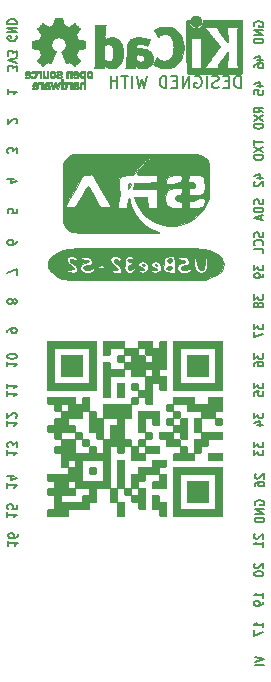
<source format=gbr>
%TF.GenerationSoftware,KiCad,Pcbnew,5.1.5+dfsg1-2build2*%
%TF.CreationDate,2021-06-12T01:28:48+05:30*%
%TF.ProjectId,USBee32-S2,55534265-6533-4322-9d53-322e6b696361,rev?*%
%TF.SameCoordinates,Original*%
%TF.FileFunction,Legend,Bot*%
%TF.FilePolarity,Positive*%
%FSLAX46Y46*%
G04 Gerber Fmt 4.6, Leading zero omitted, Abs format (unit mm)*
G04 Created by KiCad (PCBNEW 5.1.5+dfsg1-2build2) date 2021-06-12 01:28:48*
%MOMM*%
%LPD*%
G04 APERTURE LIST*
%ADD10C,0.150000*%
%ADD11C,0.010000*%
G04 APERTURE END LIST*
D10*
X160948095Y-106126666D02*
X160910000Y-106160000D01*
X160871904Y-106226666D01*
X160871904Y-106393333D01*
X160910000Y-106460000D01*
X160948095Y-106493333D01*
X161024285Y-106526666D01*
X161100476Y-106526666D01*
X161214761Y-106493333D01*
X161671904Y-106093333D01*
X161671904Y-106526666D01*
X160871904Y-107126666D02*
X160871904Y-106993333D01*
X160910000Y-106926666D01*
X160948095Y-106893333D01*
X161062380Y-106826666D01*
X161214761Y-106793333D01*
X161519523Y-106793333D01*
X161595714Y-106826666D01*
X161633809Y-106860000D01*
X161671904Y-106926666D01*
X161671904Y-107060000D01*
X161633809Y-107126666D01*
X161595714Y-107160000D01*
X161519523Y-107193333D01*
X161329047Y-107193333D01*
X161252857Y-107160000D01*
X161214761Y-107126666D01*
X161176666Y-107060000D01*
X161176666Y-106926666D01*
X161214761Y-106860000D01*
X161252857Y-106826666D01*
X161329047Y-106793333D01*
X140690000Y-69083333D02*
X140728095Y-69150000D01*
X140728095Y-69250000D01*
X140690000Y-69350000D01*
X140613809Y-69416666D01*
X140537619Y-69450000D01*
X140385238Y-69483333D01*
X140270952Y-69483333D01*
X140118571Y-69450000D01*
X140042380Y-69416666D01*
X139966190Y-69350000D01*
X139928095Y-69250000D01*
X139928095Y-69183333D01*
X139966190Y-69083333D01*
X140004285Y-69050000D01*
X140270952Y-69050000D01*
X140270952Y-69183333D01*
X139928095Y-68750000D02*
X140728095Y-68750000D01*
X139928095Y-68350000D01*
X140728095Y-68350000D01*
X139928095Y-68016666D02*
X140728095Y-68016666D01*
X140728095Y-67850000D01*
X140690000Y-67750000D01*
X140613809Y-67683333D01*
X140537619Y-67650000D01*
X140385238Y-67616666D01*
X140270952Y-67616666D01*
X140118571Y-67650000D01*
X140042380Y-67683333D01*
X139966190Y-67750000D01*
X139928095Y-67850000D01*
X139928095Y-68016666D01*
X160850000Y-68216666D02*
X160811904Y-68150000D01*
X160811904Y-68050000D01*
X160850000Y-67950000D01*
X160926190Y-67883333D01*
X161002380Y-67850000D01*
X161154761Y-67816666D01*
X161269047Y-67816666D01*
X161421428Y-67850000D01*
X161497619Y-67883333D01*
X161573809Y-67950000D01*
X161611904Y-68050000D01*
X161611904Y-68116666D01*
X161573809Y-68216666D01*
X161535714Y-68250000D01*
X161269047Y-68250000D01*
X161269047Y-68116666D01*
X161611904Y-68550000D02*
X160811904Y-68550000D01*
X161611904Y-68950000D01*
X160811904Y-68950000D01*
X161611904Y-69283333D02*
X160811904Y-69283333D01*
X160811904Y-69450000D01*
X160850000Y-69550000D01*
X160926190Y-69616666D01*
X161002380Y-69650000D01*
X161154761Y-69683333D01*
X161269047Y-69683333D01*
X161421428Y-69650000D01*
X161497619Y-69616666D01*
X161573809Y-69550000D01*
X161611904Y-69450000D01*
X161611904Y-69283333D01*
X160871304Y-121597000D02*
X161671304Y-121830333D01*
X160871304Y-122063666D01*
X161671304Y-122297000D02*
X160871304Y-122297000D01*
X161611904Y-119116666D02*
X161611904Y-118716666D01*
X161611904Y-118916666D02*
X160811904Y-118916666D01*
X160926190Y-118850000D01*
X161002380Y-118783333D01*
X161040476Y-118716666D01*
X160811904Y-119350000D02*
X160811904Y-119816666D01*
X161611904Y-119516666D01*
X161611904Y-116616666D02*
X161611904Y-116216666D01*
X161611904Y-116416666D02*
X160811904Y-116416666D01*
X160926190Y-116350000D01*
X161002380Y-116283333D01*
X161040476Y-116216666D01*
X161611904Y-116950000D02*
X161611904Y-117083333D01*
X161573809Y-117150000D01*
X161535714Y-117183333D01*
X161421428Y-117250000D01*
X161269047Y-117283333D01*
X160964285Y-117283333D01*
X160888095Y-117250000D01*
X160850000Y-117216666D01*
X160811904Y-117150000D01*
X160811904Y-117016666D01*
X160850000Y-116950000D01*
X160888095Y-116916666D01*
X160964285Y-116883333D01*
X161154761Y-116883333D01*
X161230952Y-116916666D01*
X161269047Y-116950000D01*
X161307142Y-117016666D01*
X161307142Y-117150000D01*
X161269047Y-117216666D01*
X161230952Y-117250000D01*
X161154761Y-117283333D01*
X160888095Y-113716666D02*
X160850000Y-113750000D01*
X160811904Y-113816666D01*
X160811904Y-113983333D01*
X160850000Y-114050000D01*
X160888095Y-114083333D01*
X160964285Y-114116666D01*
X161040476Y-114116666D01*
X161154761Y-114083333D01*
X161611904Y-113683333D01*
X161611904Y-114116666D01*
X160811904Y-114550000D02*
X160811904Y-114616666D01*
X160850000Y-114683333D01*
X160888095Y-114716666D01*
X160964285Y-114750000D01*
X161116666Y-114783333D01*
X161307142Y-114783333D01*
X161459523Y-114750000D01*
X161535714Y-114716666D01*
X161573809Y-114683333D01*
X161611904Y-114616666D01*
X161611904Y-114550000D01*
X161573809Y-114483333D01*
X161535714Y-114450000D01*
X161459523Y-114416666D01*
X161307142Y-114383333D01*
X161116666Y-114383333D01*
X160964285Y-114416666D01*
X160888095Y-114450000D01*
X160850000Y-114483333D01*
X160811904Y-114550000D01*
X160888095Y-111216666D02*
X160850000Y-111250000D01*
X160811904Y-111316666D01*
X160811904Y-111483333D01*
X160850000Y-111550000D01*
X160888095Y-111583333D01*
X160964285Y-111616666D01*
X161040476Y-111616666D01*
X161154761Y-111583333D01*
X161611904Y-111183333D01*
X161611904Y-111616666D01*
X161611904Y-112283333D02*
X161611904Y-111883333D01*
X161611904Y-112083333D02*
X160811904Y-112083333D01*
X160926190Y-112016666D01*
X161002380Y-111950000D01*
X161040476Y-111883333D01*
X160909400Y-108763666D02*
X160871304Y-108697000D01*
X160871304Y-108597000D01*
X160909400Y-108497000D01*
X160985590Y-108430333D01*
X161061780Y-108397000D01*
X161214161Y-108363666D01*
X161328447Y-108363666D01*
X161480828Y-108397000D01*
X161557019Y-108430333D01*
X161633209Y-108497000D01*
X161671304Y-108597000D01*
X161671304Y-108663666D01*
X161633209Y-108763666D01*
X161595114Y-108797000D01*
X161328447Y-108797000D01*
X161328447Y-108663666D01*
X161671304Y-109097000D02*
X160871304Y-109097000D01*
X161671304Y-109497000D01*
X160871304Y-109497000D01*
X161671304Y-109830333D02*
X160871304Y-109830333D01*
X160871304Y-109997000D01*
X160909400Y-110097000D01*
X160985590Y-110163666D01*
X161061780Y-110197000D01*
X161214161Y-110230333D01*
X161328447Y-110230333D01*
X161480828Y-110197000D01*
X161557019Y-110163666D01*
X161633209Y-110097000D01*
X161671304Y-109997000D01*
X161671304Y-109830333D01*
X160811904Y-103433333D02*
X160811904Y-103866666D01*
X161116666Y-103633333D01*
X161116666Y-103733333D01*
X161154761Y-103800000D01*
X161192857Y-103833333D01*
X161269047Y-103866666D01*
X161459523Y-103866666D01*
X161535714Y-103833333D01*
X161573809Y-103800000D01*
X161611904Y-103733333D01*
X161611904Y-103533333D01*
X161573809Y-103466666D01*
X161535714Y-103433333D01*
X160811904Y-104100000D02*
X160811904Y-104533333D01*
X161116666Y-104300000D01*
X161116666Y-104400000D01*
X161154761Y-104466666D01*
X161192857Y-104500000D01*
X161269047Y-104533333D01*
X161459523Y-104533333D01*
X161535714Y-104500000D01*
X161573809Y-104466666D01*
X161611904Y-104400000D01*
X161611904Y-104200000D01*
X161573809Y-104133333D01*
X161535714Y-104100000D01*
X160811904Y-100932533D02*
X160811904Y-101365866D01*
X161116666Y-101132533D01*
X161116666Y-101232533D01*
X161154761Y-101299200D01*
X161192857Y-101332533D01*
X161269047Y-101365866D01*
X161459523Y-101365866D01*
X161535714Y-101332533D01*
X161573809Y-101299200D01*
X161611904Y-101232533D01*
X161611904Y-101032533D01*
X161573809Y-100965866D01*
X161535714Y-100932533D01*
X161078571Y-101965866D02*
X161611904Y-101965866D01*
X160773809Y-101799200D02*
X161345238Y-101632533D01*
X161345238Y-102065866D01*
X160811904Y-98433333D02*
X160811904Y-98866666D01*
X161116666Y-98633333D01*
X161116666Y-98733333D01*
X161154761Y-98800000D01*
X161192857Y-98833333D01*
X161269047Y-98866666D01*
X161459523Y-98866666D01*
X161535714Y-98833333D01*
X161573809Y-98800000D01*
X161611904Y-98733333D01*
X161611904Y-98533333D01*
X161573809Y-98466666D01*
X161535714Y-98433333D01*
X160811904Y-99500000D02*
X160811904Y-99166666D01*
X161192857Y-99133333D01*
X161154761Y-99166666D01*
X161116666Y-99233333D01*
X161116666Y-99400000D01*
X161154761Y-99466666D01*
X161192857Y-99500000D01*
X161269047Y-99533333D01*
X161459523Y-99533333D01*
X161535714Y-99500000D01*
X161573809Y-99466666D01*
X161611904Y-99400000D01*
X161611904Y-99233333D01*
X161573809Y-99166666D01*
X161535714Y-99133333D01*
X160811904Y-95928733D02*
X160811904Y-96362066D01*
X161116666Y-96128733D01*
X161116666Y-96228733D01*
X161154761Y-96295400D01*
X161192857Y-96328733D01*
X161269047Y-96362066D01*
X161459523Y-96362066D01*
X161535714Y-96328733D01*
X161573809Y-96295400D01*
X161611904Y-96228733D01*
X161611904Y-96028733D01*
X161573809Y-95962066D01*
X161535714Y-95928733D01*
X160811904Y-96962066D02*
X160811904Y-96828733D01*
X160850000Y-96762066D01*
X160888095Y-96728733D01*
X161002380Y-96662066D01*
X161154761Y-96628733D01*
X161459523Y-96628733D01*
X161535714Y-96662066D01*
X161573809Y-96695400D01*
X161611904Y-96762066D01*
X161611904Y-96895400D01*
X161573809Y-96962066D01*
X161535714Y-96995400D01*
X161459523Y-97028733D01*
X161269047Y-97028733D01*
X161192857Y-96995400D01*
X161154761Y-96962066D01*
X161116666Y-96895400D01*
X161116666Y-96762066D01*
X161154761Y-96695400D01*
X161192857Y-96662066D01*
X161269047Y-96628733D01*
X160811904Y-93433333D02*
X160811904Y-93866666D01*
X161116666Y-93633333D01*
X161116666Y-93733333D01*
X161154761Y-93800000D01*
X161192857Y-93833333D01*
X161269047Y-93866666D01*
X161459523Y-93866666D01*
X161535714Y-93833333D01*
X161573809Y-93800000D01*
X161611904Y-93733333D01*
X161611904Y-93533333D01*
X161573809Y-93466666D01*
X161535714Y-93433333D01*
X160811904Y-94100000D02*
X160811904Y-94566666D01*
X161611904Y-94266666D01*
X160811904Y-90933333D02*
X160811904Y-91366666D01*
X161116666Y-91133333D01*
X161116666Y-91233333D01*
X161154761Y-91300000D01*
X161192857Y-91333333D01*
X161269047Y-91366666D01*
X161459523Y-91366666D01*
X161535714Y-91333333D01*
X161573809Y-91300000D01*
X161611904Y-91233333D01*
X161611904Y-91033333D01*
X161573809Y-90966666D01*
X161535714Y-90933333D01*
X161154761Y-91766666D02*
X161116666Y-91700000D01*
X161078571Y-91666666D01*
X161002380Y-91633333D01*
X160964285Y-91633333D01*
X160888095Y-91666666D01*
X160850000Y-91700000D01*
X160811904Y-91766666D01*
X160811904Y-91900000D01*
X160850000Y-91966666D01*
X160888095Y-92000000D01*
X160964285Y-92033333D01*
X161002380Y-92033333D01*
X161078571Y-92000000D01*
X161116666Y-91966666D01*
X161154761Y-91900000D01*
X161154761Y-91766666D01*
X161192857Y-91700000D01*
X161230952Y-91666666D01*
X161307142Y-91633333D01*
X161459523Y-91633333D01*
X161535714Y-91666666D01*
X161573809Y-91700000D01*
X161611904Y-91766666D01*
X161611904Y-91900000D01*
X161573809Y-91966666D01*
X161535714Y-92000000D01*
X161459523Y-92033333D01*
X161307142Y-92033333D01*
X161230952Y-92000000D01*
X161192857Y-91966666D01*
X161154761Y-91900000D01*
X160811904Y-88433333D02*
X160811904Y-88866666D01*
X161116666Y-88633333D01*
X161116666Y-88733333D01*
X161154761Y-88800000D01*
X161192857Y-88833333D01*
X161269047Y-88866666D01*
X161459523Y-88866666D01*
X161535714Y-88833333D01*
X161573809Y-88800000D01*
X161611904Y-88733333D01*
X161611904Y-88533333D01*
X161573809Y-88466666D01*
X161535714Y-88433333D01*
X161611904Y-89200000D02*
X161611904Y-89333333D01*
X161573809Y-89400000D01*
X161535714Y-89433333D01*
X161421428Y-89500000D01*
X161269047Y-89533333D01*
X160964285Y-89533333D01*
X160888095Y-89500000D01*
X160850000Y-89466666D01*
X160811904Y-89400000D01*
X160811904Y-89266666D01*
X160850000Y-89200000D01*
X160888095Y-89166666D01*
X160964285Y-89133333D01*
X161154761Y-89133333D01*
X161230952Y-89166666D01*
X161269047Y-89200000D01*
X161307142Y-89266666D01*
X161307142Y-89400000D01*
X161269047Y-89466666D01*
X161230952Y-89500000D01*
X161154761Y-89533333D01*
X161573809Y-85666666D02*
X161611904Y-85766666D01*
X161611904Y-85933333D01*
X161573809Y-86000000D01*
X161535714Y-86033333D01*
X161459523Y-86066666D01*
X161383333Y-86066666D01*
X161307142Y-86033333D01*
X161269047Y-86000000D01*
X161230952Y-85933333D01*
X161192857Y-85800000D01*
X161154761Y-85733333D01*
X161116666Y-85700000D01*
X161040476Y-85666666D01*
X160964285Y-85666666D01*
X160888095Y-85700000D01*
X160850000Y-85733333D01*
X160811904Y-85800000D01*
X160811904Y-85966666D01*
X160850000Y-86066666D01*
X161535714Y-86766666D02*
X161573809Y-86733333D01*
X161611904Y-86633333D01*
X161611904Y-86566666D01*
X161573809Y-86466666D01*
X161497619Y-86400000D01*
X161421428Y-86366666D01*
X161269047Y-86333333D01*
X161154761Y-86333333D01*
X161002380Y-86366666D01*
X160926190Y-86400000D01*
X160850000Y-86466666D01*
X160811904Y-86566666D01*
X160811904Y-86633333D01*
X160850000Y-86733333D01*
X160888095Y-86766666D01*
X161611904Y-87400000D02*
X161611904Y-87066666D01*
X160811904Y-87066666D01*
X161573809Y-82894600D02*
X161611904Y-82994600D01*
X161611904Y-83161266D01*
X161573809Y-83227933D01*
X161535714Y-83261266D01*
X161459523Y-83294600D01*
X161383333Y-83294600D01*
X161307142Y-83261266D01*
X161269047Y-83227933D01*
X161230952Y-83161266D01*
X161192857Y-83027933D01*
X161154761Y-82961266D01*
X161116666Y-82927933D01*
X161040476Y-82894600D01*
X160964285Y-82894600D01*
X160888095Y-82927933D01*
X160850000Y-82961266D01*
X160811904Y-83027933D01*
X160811904Y-83194600D01*
X160850000Y-83294600D01*
X161611904Y-83594600D02*
X160811904Y-83594600D01*
X160811904Y-83761266D01*
X160850000Y-83861266D01*
X160926190Y-83927933D01*
X161002380Y-83961266D01*
X161154761Y-83994600D01*
X161269047Y-83994600D01*
X161421428Y-83961266D01*
X161497619Y-83927933D01*
X161573809Y-83861266D01*
X161611904Y-83761266D01*
X161611904Y-83594600D01*
X161383333Y-84261266D02*
X161383333Y-84594600D01*
X161611904Y-84194600D02*
X160811904Y-84427933D01*
X161611904Y-84661266D01*
X161078571Y-81050000D02*
X161611904Y-81050000D01*
X160773809Y-80883333D02*
X161345238Y-80716666D01*
X161345238Y-81150000D01*
X160888095Y-81383333D02*
X160850000Y-81416666D01*
X160811904Y-81483333D01*
X160811904Y-81650000D01*
X160850000Y-81716666D01*
X160888095Y-81750000D01*
X160964285Y-81783333D01*
X161040476Y-81783333D01*
X161154761Y-81750000D01*
X161611904Y-81350000D01*
X161611904Y-81783333D01*
X160795104Y-77857466D02*
X160795104Y-78257466D01*
X161595104Y-78057466D02*
X160795104Y-78057466D01*
X160795104Y-78424133D02*
X161595104Y-78890800D01*
X160795104Y-78890800D02*
X161595104Y-78424133D01*
X161595104Y-79157466D02*
X160795104Y-79157466D01*
X160795104Y-79324133D01*
X160833200Y-79424133D01*
X160909390Y-79490800D01*
X160985580Y-79524133D01*
X161137961Y-79557466D01*
X161252247Y-79557466D01*
X161404628Y-79524133D01*
X161480819Y-79490800D01*
X161557009Y-79424133D01*
X161595104Y-79324133D01*
X161595104Y-79157466D01*
X161611904Y-75530933D02*
X161230952Y-75297600D01*
X161611904Y-75130933D02*
X160811904Y-75130933D01*
X160811904Y-75397600D01*
X160850000Y-75464266D01*
X160888095Y-75497600D01*
X160964285Y-75530933D01*
X161078571Y-75530933D01*
X161154761Y-75497600D01*
X161192857Y-75464266D01*
X161230952Y-75397600D01*
X161230952Y-75130933D01*
X160811904Y-75764266D02*
X161611904Y-76230933D01*
X160811904Y-76230933D02*
X161611904Y-75764266D01*
X161611904Y-76497600D02*
X160811904Y-76497600D01*
X160811904Y-76664266D01*
X160850000Y-76764266D01*
X160926190Y-76830933D01*
X161002380Y-76864266D01*
X161154761Y-76897600D01*
X161269047Y-76897600D01*
X161421428Y-76864266D01*
X161497619Y-76830933D01*
X161573809Y-76764266D01*
X161611904Y-76664266D01*
X161611904Y-76497600D01*
X161078571Y-73300000D02*
X161611904Y-73300000D01*
X160773809Y-73133333D02*
X161345238Y-72966666D01*
X161345238Y-73400000D01*
X160811904Y-74000000D02*
X160811904Y-73666666D01*
X161192857Y-73633333D01*
X161154761Y-73666666D01*
X161116666Y-73733333D01*
X161116666Y-73900000D01*
X161154761Y-73966666D01*
X161192857Y-74000000D01*
X161269047Y-74033333D01*
X161459523Y-74033333D01*
X161535714Y-74000000D01*
X161573809Y-73966666D01*
X161611904Y-73900000D01*
X161611904Y-73733333D01*
X161573809Y-73666666D01*
X161535714Y-73633333D01*
X161078571Y-71047800D02*
X161611904Y-71047800D01*
X160773809Y-70881133D02*
X161345238Y-70714466D01*
X161345238Y-71147800D01*
X160811904Y-71714466D02*
X160811904Y-71581133D01*
X160850000Y-71514466D01*
X160888095Y-71481133D01*
X161002380Y-71414466D01*
X161154761Y-71381133D01*
X161459523Y-71381133D01*
X161535714Y-71414466D01*
X161573809Y-71447800D01*
X161611904Y-71514466D01*
X161611904Y-71647800D01*
X161573809Y-71714466D01*
X161535714Y-71747800D01*
X161459523Y-71781133D01*
X161269047Y-71781133D01*
X161192857Y-71747800D01*
X161154761Y-71714466D01*
X161116666Y-71647800D01*
X161116666Y-71514466D01*
X161154761Y-71447800D01*
X161192857Y-71414466D01*
X161269047Y-71381133D01*
X139992495Y-111817933D02*
X139992495Y-112217933D01*
X139992495Y-112017933D02*
X140792495Y-112017933D01*
X140678209Y-112084600D01*
X140602019Y-112151266D01*
X140563923Y-112217933D01*
X140792495Y-111217933D02*
X140792495Y-111351266D01*
X140754400Y-111417933D01*
X140716304Y-111451266D01*
X140602019Y-111517933D01*
X140449638Y-111551266D01*
X140144876Y-111551266D01*
X140068685Y-111517933D01*
X140030590Y-111484600D01*
X139992495Y-111417933D01*
X139992495Y-111284600D01*
X140030590Y-111217933D01*
X140068685Y-111184600D01*
X140144876Y-111151266D01*
X140335352Y-111151266D01*
X140411542Y-111184600D01*
X140449638Y-111217933D01*
X140487733Y-111284600D01*
X140487733Y-111417933D01*
X140449638Y-111484600D01*
X140411542Y-111517933D01*
X140335352Y-111551266D01*
X139938095Y-109379533D02*
X139938095Y-109779533D01*
X139938095Y-109579533D02*
X140738095Y-109579533D01*
X140623809Y-109646200D01*
X140547619Y-109712866D01*
X140509523Y-109779533D01*
X140738095Y-108746200D02*
X140738095Y-109079533D01*
X140357142Y-109112866D01*
X140395238Y-109079533D01*
X140433333Y-109012866D01*
X140433333Y-108846200D01*
X140395238Y-108779533D01*
X140357142Y-108746200D01*
X140280952Y-108712866D01*
X140090476Y-108712866D01*
X140014285Y-108746200D01*
X139976190Y-108779533D01*
X139938095Y-108846200D01*
X139938095Y-109012866D01*
X139976190Y-109079533D01*
X140014285Y-109112866D01*
X139938095Y-106903333D02*
X139938095Y-107303333D01*
X139938095Y-107103333D02*
X140738095Y-107103333D01*
X140623809Y-107170000D01*
X140547619Y-107236666D01*
X140509523Y-107303333D01*
X140471428Y-106303333D02*
X139938095Y-106303333D01*
X140776190Y-106470000D02*
X140204761Y-106636666D01*
X140204761Y-106203333D01*
X139938095Y-104121733D02*
X139938095Y-104521733D01*
X139938095Y-104321733D02*
X140738095Y-104321733D01*
X140623809Y-104388400D01*
X140547619Y-104455066D01*
X140509523Y-104521733D01*
X140738095Y-103888400D02*
X140738095Y-103455066D01*
X140433333Y-103688400D01*
X140433333Y-103588400D01*
X140395238Y-103521733D01*
X140357142Y-103488400D01*
X140280952Y-103455066D01*
X140090476Y-103455066D01*
X140014285Y-103488400D01*
X139976190Y-103521733D01*
X139938095Y-103588400D01*
X139938095Y-103788400D01*
X139976190Y-103855066D01*
X140014285Y-103888400D01*
X139938095Y-101632533D02*
X139938095Y-102032533D01*
X139938095Y-101832533D02*
X140738095Y-101832533D01*
X140623809Y-101899200D01*
X140547619Y-101965866D01*
X140509523Y-102032533D01*
X140661904Y-101365866D02*
X140700000Y-101332533D01*
X140738095Y-101265866D01*
X140738095Y-101099200D01*
X140700000Y-101032533D01*
X140661904Y-100999200D01*
X140585714Y-100965866D01*
X140509523Y-100965866D01*
X140395238Y-100999200D01*
X139938095Y-101399200D01*
X139938095Y-100965866D01*
X139938095Y-99143333D02*
X139938095Y-99543333D01*
X139938095Y-99343333D02*
X140738095Y-99343333D01*
X140623809Y-99410000D01*
X140547619Y-99476666D01*
X140509523Y-99543333D01*
X139938095Y-98476666D02*
X139938095Y-98876666D01*
X139938095Y-98676666D02*
X140738095Y-98676666D01*
X140623809Y-98743333D01*
X140547619Y-98810000D01*
X140509523Y-98876666D01*
X139938095Y-96628733D02*
X139938095Y-97028733D01*
X139938095Y-96828733D02*
X140738095Y-96828733D01*
X140623809Y-96895400D01*
X140547619Y-96962066D01*
X140509523Y-97028733D01*
X140738095Y-96195400D02*
X140738095Y-96128733D01*
X140700000Y-96062066D01*
X140661904Y-96028733D01*
X140585714Y-95995400D01*
X140433333Y-95962066D01*
X140242857Y-95962066D01*
X140090476Y-95995400D01*
X140014285Y-96028733D01*
X139976190Y-96062066D01*
X139938095Y-96128733D01*
X139938095Y-96195400D01*
X139976190Y-96262066D01*
X140014285Y-96295400D01*
X140090476Y-96328733D01*
X140242857Y-96362066D01*
X140433333Y-96362066D01*
X140585714Y-96328733D01*
X140661904Y-96295400D01*
X140700000Y-96262066D01*
X140738095Y-96195400D01*
X139938095Y-94139533D02*
X139938095Y-94006200D01*
X139976190Y-93939533D01*
X140014285Y-93906200D01*
X140128571Y-93839533D01*
X140280952Y-93806200D01*
X140585714Y-93806200D01*
X140661904Y-93839533D01*
X140700000Y-93872866D01*
X140738095Y-93939533D01*
X140738095Y-94072866D01*
X140700000Y-94139533D01*
X140661904Y-94172866D01*
X140585714Y-94206200D01*
X140395238Y-94206200D01*
X140319047Y-94172866D01*
X140280952Y-94139533D01*
X140242857Y-94072866D01*
X140242857Y-93939533D01*
X140280952Y-93872866D01*
X140319047Y-93839533D01*
X140395238Y-93806200D01*
X140395238Y-91586666D02*
X140433333Y-91653333D01*
X140471428Y-91686666D01*
X140547619Y-91720000D01*
X140585714Y-91720000D01*
X140661904Y-91686666D01*
X140700000Y-91653333D01*
X140738095Y-91586666D01*
X140738095Y-91453333D01*
X140700000Y-91386666D01*
X140661904Y-91353333D01*
X140585714Y-91320000D01*
X140547619Y-91320000D01*
X140471428Y-91353333D01*
X140433333Y-91386666D01*
X140395238Y-91453333D01*
X140395238Y-91586666D01*
X140357142Y-91653333D01*
X140319047Y-91686666D01*
X140242857Y-91720000D01*
X140090476Y-91720000D01*
X140014285Y-91686666D01*
X139976190Y-91653333D01*
X139938095Y-91586666D01*
X139938095Y-91453333D01*
X139976190Y-91386666D01*
X140014285Y-91353333D01*
X140090476Y-91320000D01*
X140242857Y-91320000D01*
X140319047Y-91353333D01*
X140357142Y-91386666D01*
X140395238Y-91453333D01*
X140738095Y-89253333D02*
X140738095Y-88786666D01*
X139938095Y-89086666D01*
X140738095Y-86386666D02*
X140738095Y-86520000D01*
X140700000Y-86586666D01*
X140661904Y-86620000D01*
X140547619Y-86686666D01*
X140395238Y-86720000D01*
X140090476Y-86720000D01*
X140014285Y-86686666D01*
X139976190Y-86653333D01*
X139938095Y-86586666D01*
X139938095Y-86453333D01*
X139976190Y-86386666D01*
X140014285Y-86353333D01*
X140090476Y-86320000D01*
X140280952Y-86320000D01*
X140357142Y-86353333D01*
X140395238Y-86386666D01*
X140433333Y-86453333D01*
X140433333Y-86586666D01*
X140395238Y-86653333D01*
X140357142Y-86686666D01*
X140280952Y-86720000D01*
X140741695Y-83704933D02*
X140741695Y-84038266D01*
X140360742Y-84071600D01*
X140398838Y-84038266D01*
X140436933Y-83971600D01*
X140436933Y-83804933D01*
X140398838Y-83738266D01*
X140360742Y-83704933D01*
X140284552Y-83671600D01*
X140094076Y-83671600D01*
X140017885Y-83704933D01*
X139979790Y-83738266D01*
X139941695Y-83804933D01*
X139941695Y-83971600D01*
X139979790Y-84038266D01*
X140017885Y-84071600D01*
X140471428Y-81172866D02*
X139938095Y-81172866D01*
X140776190Y-81339533D02*
X140204761Y-81506200D01*
X140204761Y-81072866D01*
X140738095Y-78948733D02*
X140738095Y-78515400D01*
X140433333Y-78748733D01*
X140433333Y-78648733D01*
X140395238Y-78582066D01*
X140357142Y-78548733D01*
X140280952Y-78515400D01*
X140090476Y-78515400D01*
X140014285Y-78548733D01*
X139976190Y-78582066D01*
X139938095Y-78648733D01*
X139938095Y-78848733D01*
X139976190Y-78915400D01*
X140014285Y-78948733D01*
X140665504Y-76451600D02*
X140703600Y-76418266D01*
X140741695Y-76351600D01*
X140741695Y-76184933D01*
X140703600Y-76118266D01*
X140665504Y-76084933D01*
X140589314Y-76051600D01*
X140513123Y-76051600D01*
X140398838Y-76084933D01*
X139941695Y-76484933D01*
X139941695Y-76051600D01*
X139941695Y-73570000D02*
X139941695Y-73970000D01*
X139941695Y-73770000D02*
X140741695Y-73770000D01*
X140627409Y-73836666D01*
X140551219Y-73903333D01*
X140513123Y-73970000D01*
X140741695Y-71987466D02*
X140741695Y-71554133D01*
X140436933Y-71787466D01*
X140436933Y-71687466D01*
X140398838Y-71620800D01*
X140360742Y-71587466D01*
X140284552Y-71554133D01*
X140094076Y-71554133D01*
X140017885Y-71587466D01*
X139979790Y-71620800D01*
X139941695Y-71687466D01*
X139941695Y-71887466D01*
X139979790Y-71954133D01*
X140017885Y-71987466D01*
X140741695Y-71354133D02*
X139941695Y-71120800D01*
X140741695Y-70887466D01*
X140741695Y-70720800D02*
X140741695Y-70287466D01*
X140436933Y-70520800D01*
X140436933Y-70420800D01*
X140398838Y-70354133D01*
X140360742Y-70320800D01*
X140284552Y-70287466D01*
X140094076Y-70287466D01*
X140017885Y-70320800D01*
X139979790Y-70354133D01*
X139941695Y-70420800D01*
X139941695Y-70620800D01*
X139979790Y-70687466D01*
X140017885Y-70720800D01*
X159672000Y-73427380D02*
X159672000Y-72427380D01*
X159433904Y-72427380D01*
X159291047Y-72475000D01*
X159195809Y-72570238D01*
X159148190Y-72665476D01*
X159100571Y-72855952D01*
X159100571Y-72998809D01*
X159148190Y-73189285D01*
X159195809Y-73284523D01*
X159291047Y-73379761D01*
X159433904Y-73427380D01*
X159672000Y-73427380D01*
X158672000Y-72903571D02*
X158338666Y-72903571D01*
X158195809Y-73427380D02*
X158672000Y-73427380D01*
X158672000Y-72427380D01*
X158195809Y-72427380D01*
X157814857Y-73379761D02*
X157672000Y-73427380D01*
X157433904Y-73427380D01*
X157338666Y-73379761D01*
X157291047Y-73332142D01*
X157243428Y-73236904D01*
X157243428Y-73141666D01*
X157291047Y-73046428D01*
X157338666Y-72998809D01*
X157433904Y-72951190D01*
X157624380Y-72903571D01*
X157719619Y-72855952D01*
X157767238Y-72808333D01*
X157814857Y-72713095D01*
X157814857Y-72617857D01*
X157767238Y-72522619D01*
X157719619Y-72475000D01*
X157624380Y-72427380D01*
X157386285Y-72427380D01*
X157243428Y-72475000D01*
X156814857Y-73427380D02*
X156814857Y-72427380D01*
X155814857Y-72475000D02*
X155910095Y-72427380D01*
X156052952Y-72427380D01*
X156195809Y-72475000D01*
X156291047Y-72570238D01*
X156338666Y-72665476D01*
X156386285Y-72855952D01*
X156386285Y-72998809D01*
X156338666Y-73189285D01*
X156291047Y-73284523D01*
X156195809Y-73379761D01*
X156052952Y-73427380D01*
X155957714Y-73427380D01*
X155814857Y-73379761D01*
X155767238Y-73332142D01*
X155767238Y-72998809D01*
X155957714Y-72998809D01*
X155338666Y-73427380D02*
X155338666Y-72427380D01*
X154767238Y-73427380D01*
X154767238Y-72427380D01*
X154291047Y-72903571D02*
X153957714Y-72903571D01*
X153814857Y-73427380D02*
X154291047Y-73427380D01*
X154291047Y-72427380D01*
X153814857Y-72427380D01*
X153386285Y-73427380D02*
X153386285Y-72427380D01*
X153148190Y-72427380D01*
X153005333Y-72475000D01*
X152910095Y-72570238D01*
X152862476Y-72665476D01*
X152814857Y-72855952D01*
X152814857Y-72998809D01*
X152862476Y-73189285D01*
X152910095Y-73284523D01*
X153005333Y-73379761D01*
X153148190Y-73427380D01*
X153386285Y-73427380D01*
X151719619Y-72427380D02*
X151481523Y-73427380D01*
X151291047Y-72713095D01*
X151100571Y-73427380D01*
X150862476Y-72427380D01*
X150481523Y-73427380D02*
X150481523Y-72427380D01*
X150148190Y-72427380D02*
X149576761Y-72427380D01*
X149862476Y-73427380D02*
X149862476Y-72427380D01*
X149243428Y-73427380D02*
X149243428Y-72427380D01*
X149243428Y-72903571D02*
X148672000Y-72903571D01*
X148672000Y-73427380D02*
X148672000Y-72427380D01*
D11*
G36*
X144489333Y-97832667D02*
G01*
X146267333Y-97832667D01*
X146267333Y-96054667D01*
X144489333Y-96054667D01*
X144489333Y-97832667D01*
G37*
X144489333Y-97832667D02*
X146267333Y-97832667D01*
X146267333Y-96054667D01*
X144489333Y-96054667D01*
X144489333Y-97832667D01*
G36*
X155157333Y-97832667D02*
G01*
X156935333Y-97832667D01*
X156935333Y-96054667D01*
X155157333Y-96054667D01*
X155157333Y-97832667D01*
G37*
X155157333Y-97832667D02*
X156935333Y-97832667D01*
X156935333Y-96054667D01*
X155157333Y-96054667D01*
X155157333Y-97832667D01*
G36*
X145772388Y-102587107D02*
G01*
X145690936Y-102661053D01*
X145674703Y-102847778D01*
X145674666Y-102870334D01*
X145687773Y-103068945D01*
X145761719Y-103150398D01*
X145948444Y-103166630D01*
X145971000Y-103166667D01*
X146169612Y-103179773D01*
X146251064Y-103253720D01*
X146267296Y-103440445D01*
X146267333Y-103463000D01*
X146280440Y-103661612D01*
X146354386Y-103743064D01*
X146541111Y-103759297D01*
X146563666Y-103759334D01*
X146762278Y-103746227D01*
X146843731Y-103672281D01*
X146859963Y-103485556D01*
X146860000Y-103463000D01*
X146846893Y-103264388D01*
X146772947Y-103182936D01*
X146586222Y-103166704D01*
X146563666Y-103166667D01*
X146365055Y-103153560D01*
X146283602Y-103079614D01*
X146267370Y-102892889D01*
X146267333Y-102870334D01*
X146254227Y-102671722D01*
X146180280Y-102590269D01*
X145993555Y-102574037D01*
X145971000Y-102574000D01*
X145772388Y-102587107D01*
G37*
X145772388Y-102587107D02*
X145690936Y-102661053D01*
X145674703Y-102847778D01*
X145674666Y-102870334D01*
X145687773Y-103068945D01*
X145761719Y-103150398D01*
X145948444Y-103166630D01*
X145971000Y-103166667D01*
X146169612Y-103179773D01*
X146251064Y-103253720D01*
X146267296Y-103440445D01*
X146267333Y-103463000D01*
X146280440Y-103661612D01*
X146354386Y-103743064D01*
X146541111Y-103759297D01*
X146563666Y-103759334D01*
X146762278Y-103746227D01*
X146843731Y-103672281D01*
X146859963Y-103485556D01*
X146860000Y-103463000D01*
X146846893Y-103264388D01*
X146772947Y-103182936D01*
X146586222Y-103166704D01*
X146563666Y-103166667D01*
X146365055Y-103153560D01*
X146283602Y-103079614D01*
X146267370Y-102892889D01*
X146267333Y-102870334D01*
X146254227Y-102671722D01*
X146180280Y-102590269D01*
X145993555Y-102574037D01*
X145971000Y-102574000D01*
X145772388Y-102587107D01*
G36*
X146957721Y-105550440D02*
G01*
X146876269Y-105624386D01*
X146860037Y-105811111D01*
X146860000Y-105833667D01*
X146873106Y-106032279D01*
X146947053Y-106113731D01*
X147133778Y-106129963D01*
X147156333Y-106130000D01*
X147354945Y-106116894D01*
X147436397Y-106042947D01*
X147452630Y-105856222D01*
X147452666Y-105833667D01*
X147439560Y-105635055D01*
X147365614Y-105553603D01*
X147178889Y-105537370D01*
X147156333Y-105537334D01*
X146957721Y-105550440D01*
G37*
X146957721Y-105550440D02*
X146876269Y-105624386D01*
X146860037Y-105811111D01*
X146860000Y-105833667D01*
X146873106Y-106032279D01*
X146947053Y-106113731D01*
X147133778Y-106129963D01*
X147156333Y-106130000D01*
X147354945Y-106116894D01*
X147436397Y-106042947D01*
X147452630Y-105856222D01*
X147452666Y-105833667D01*
X147439560Y-105635055D01*
X147365614Y-105553603D01*
X147178889Y-105537370D01*
X147156333Y-105537334D01*
X146957721Y-105550440D01*
G36*
X155157333Y-108500667D02*
G01*
X156935333Y-108500667D01*
X156935333Y-106722667D01*
X155157333Y-106722667D01*
X155157333Y-108500667D01*
G37*
X155157333Y-108500667D02*
X156935333Y-108500667D01*
X156935333Y-106722667D01*
X155157333Y-106722667D01*
X155157333Y-108500667D01*
G36*
X143304000Y-99018000D02*
G01*
X147452666Y-99018000D01*
X147452666Y-95462000D01*
X146860000Y-95462000D01*
X146860000Y-98425334D01*
X143896666Y-98425334D01*
X143896666Y-95462000D01*
X146860000Y-95462000D01*
X147452666Y-95462000D01*
X147452666Y-94869334D01*
X143304000Y-94869334D01*
X143304000Y-99018000D01*
G37*
X143304000Y-99018000D02*
X147452666Y-99018000D01*
X147452666Y-95462000D01*
X146860000Y-95462000D01*
X146860000Y-98425334D01*
X143896666Y-98425334D01*
X143896666Y-95462000D01*
X146860000Y-95462000D01*
X147452666Y-95462000D01*
X147452666Y-94869334D01*
X143304000Y-94869334D01*
X143304000Y-99018000D01*
G36*
X153972000Y-99018000D02*
G01*
X158120666Y-99018000D01*
X158120666Y-95462000D01*
X157528000Y-95462000D01*
X157528000Y-98425334D01*
X154564666Y-98425334D01*
X154564666Y-95462000D01*
X157528000Y-95462000D01*
X158120666Y-95462000D01*
X158120666Y-94869334D01*
X153972000Y-94869334D01*
X153972000Y-99018000D01*
G37*
X153972000Y-99018000D02*
X158120666Y-99018000D01*
X158120666Y-95462000D01*
X157528000Y-95462000D01*
X157528000Y-98425334D01*
X154564666Y-98425334D01*
X154564666Y-95462000D01*
X157528000Y-95462000D01*
X158120666Y-95462000D01*
X158120666Y-94869334D01*
X153972000Y-94869334D01*
X153972000Y-99018000D01*
G36*
X149230666Y-99610667D02*
G01*
X149823333Y-99610667D01*
X149823333Y-98425334D01*
X149230666Y-98425334D01*
X149230666Y-99610667D01*
G37*
X149230666Y-99610667D02*
X149823333Y-99610667D01*
X149823333Y-98425334D01*
X149230666Y-98425334D01*
X149230666Y-99610667D01*
G36*
X156935333Y-100203334D02*
G01*
X155750000Y-100203334D01*
X155750000Y-99610667D01*
X153972000Y-99610667D01*
X153972000Y-99907000D01*
X153958893Y-100105612D01*
X153884947Y-100187064D01*
X153698222Y-100203297D01*
X153675666Y-100203334D01*
X153477055Y-100216440D01*
X153395602Y-100290386D01*
X153379370Y-100477111D01*
X153379333Y-100499667D01*
X153392440Y-100698279D01*
X153466386Y-100779731D01*
X153653111Y-100795963D01*
X153675666Y-100796000D01*
X153874278Y-100809107D01*
X153955731Y-100883053D01*
X153971963Y-101069778D01*
X153972000Y-101092334D01*
X153958893Y-101290945D01*
X153884947Y-101372398D01*
X153698222Y-101388630D01*
X153675666Y-101388667D01*
X153477055Y-101401773D01*
X153395602Y-101475720D01*
X153379370Y-101662445D01*
X153379333Y-101685000D01*
X153392440Y-101883612D01*
X153466386Y-101965064D01*
X153653111Y-101981297D01*
X153675666Y-101981334D01*
X153874278Y-101994440D01*
X153955731Y-102068386D01*
X153971963Y-102255111D01*
X153972000Y-102277667D01*
X153972000Y-102574000D01*
X152786666Y-102574000D01*
X152786666Y-102870334D01*
X152799773Y-103068945D01*
X152873719Y-103150398D01*
X153060444Y-103166630D01*
X153083000Y-103166667D01*
X153281612Y-103179773D01*
X153363064Y-103253720D01*
X153379296Y-103440445D01*
X153379333Y-103463000D01*
X153379333Y-103759334D01*
X154564666Y-103759334D01*
X154564666Y-104055667D01*
X154551560Y-104254279D01*
X154477614Y-104335731D01*
X154290889Y-104351963D01*
X154268333Y-104352000D01*
X154069721Y-104365107D01*
X153988269Y-104439053D01*
X153972037Y-104625778D01*
X153972000Y-104648334D01*
X153972000Y-104944667D01*
X155750000Y-104944667D01*
X155750000Y-104648334D01*
X155763106Y-104449722D01*
X155837053Y-104368269D01*
X156023778Y-104352037D01*
X156046333Y-104352000D01*
X156244945Y-104338894D01*
X156326397Y-104264947D01*
X156342630Y-104078222D01*
X156342666Y-104055667D01*
X156355773Y-103857055D01*
X156429719Y-103775603D01*
X156616444Y-103759370D01*
X156639000Y-103759334D01*
X156837612Y-103746227D01*
X156919064Y-103672281D01*
X156935296Y-103485556D01*
X156935333Y-103463000D01*
X156935333Y-103166667D01*
X158120666Y-103166667D01*
X158120666Y-102574000D01*
X156342666Y-102574000D01*
X156342666Y-101388667D01*
X157528000Y-101388667D01*
X157528000Y-101685000D01*
X157541106Y-101883612D01*
X157615053Y-101965064D01*
X157801778Y-101981297D01*
X157824333Y-101981334D01*
X158022945Y-101968227D01*
X158104397Y-101894281D01*
X158120630Y-101707556D01*
X158120666Y-101685000D01*
X158107560Y-101486388D01*
X158033614Y-101404936D01*
X157846889Y-101388704D01*
X157824333Y-101388667D01*
X157625721Y-101375560D01*
X157544269Y-101301614D01*
X157528037Y-101114889D01*
X157528000Y-101092334D01*
X157541106Y-100893722D01*
X157615053Y-100812269D01*
X157801778Y-100796037D01*
X157824333Y-100796000D01*
X156342666Y-100796000D01*
X156342666Y-101092334D01*
X156329560Y-101290945D01*
X156255614Y-101372398D01*
X156068889Y-101388630D01*
X156046333Y-101388667D01*
X155750000Y-101388667D01*
X155750000Y-102574000D01*
X156046333Y-102574000D01*
X156244945Y-102587107D01*
X156326397Y-102661053D01*
X156342630Y-102847778D01*
X156342666Y-102870334D01*
X156329560Y-103068945D01*
X156255614Y-103150398D01*
X156068889Y-103166630D01*
X156046333Y-103166667D01*
X155750000Y-103166667D01*
X155750000Y-104352000D01*
X155453666Y-104352000D01*
X155255055Y-104338894D01*
X155173602Y-104264947D01*
X155157370Y-104078222D01*
X155157333Y-104055667D01*
X155144227Y-103857055D01*
X155070280Y-103775603D01*
X154883555Y-103759370D01*
X154861000Y-103759334D01*
X154662388Y-103746227D01*
X154580936Y-103672281D01*
X154564703Y-103485556D01*
X154564666Y-103463000D01*
X154551560Y-103264388D01*
X154477614Y-103182936D01*
X154290889Y-103166704D01*
X154268333Y-103166667D01*
X154069721Y-103153560D01*
X153988269Y-103079614D01*
X153972037Y-102892889D01*
X153972000Y-102870334D01*
X153985106Y-102671722D01*
X154059053Y-102590269D01*
X154245778Y-102574037D01*
X154268333Y-102574000D01*
X154466945Y-102587107D01*
X154548397Y-102661053D01*
X154564630Y-102847778D01*
X154564666Y-102870334D01*
X154577773Y-103068945D01*
X154651719Y-103150398D01*
X154838444Y-103166630D01*
X154861000Y-103166667D01*
X155157333Y-103166667D01*
X155157333Y-101388667D01*
X154861000Y-101388667D01*
X154662388Y-101401773D01*
X154580936Y-101475720D01*
X154564703Y-101662445D01*
X154564666Y-101685000D01*
X154551560Y-101883612D01*
X154477614Y-101965064D01*
X154290889Y-101981297D01*
X154268333Y-101981334D01*
X154069721Y-101968227D01*
X153988269Y-101894281D01*
X153972037Y-101707556D01*
X153972000Y-101685000D01*
X153985106Y-101486388D01*
X154059053Y-101404936D01*
X154245778Y-101388704D01*
X154268333Y-101388667D01*
X154466945Y-101375560D01*
X154548397Y-101301614D01*
X154564630Y-101114889D01*
X154564666Y-101092334D01*
X154551560Y-100893722D01*
X154477614Y-100812269D01*
X154290889Y-100796037D01*
X154268333Y-100796000D01*
X154069721Y-100782894D01*
X153988269Y-100708947D01*
X153972037Y-100522222D01*
X153972000Y-100499667D01*
X153972000Y-100203334D01*
X155157333Y-100203334D01*
X155157333Y-100796000D01*
X156342666Y-100796000D01*
X157824333Y-100796000D01*
X158120666Y-100796000D01*
X158120666Y-99610667D01*
X156935333Y-99610667D01*
X156935333Y-100203334D01*
G37*
X156935333Y-100203334D02*
X155750000Y-100203334D01*
X155750000Y-99610667D01*
X153972000Y-99610667D01*
X153972000Y-99907000D01*
X153958893Y-100105612D01*
X153884947Y-100187064D01*
X153698222Y-100203297D01*
X153675666Y-100203334D01*
X153477055Y-100216440D01*
X153395602Y-100290386D01*
X153379370Y-100477111D01*
X153379333Y-100499667D01*
X153392440Y-100698279D01*
X153466386Y-100779731D01*
X153653111Y-100795963D01*
X153675666Y-100796000D01*
X153874278Y-100809107D01*
X153955731Y-100883053D01*
X153971963Y-101069778D01*
X153972000Y-101092334D01*
X153958893Y-101290945D01*
X153884947Y-101372398D01*
X153698222Y-101388630D01*
X153675666Y-101388667D01*
X153477055Y-101401773D01*
X153395602Y-101475720D01*
X153379370Y-101662445D01*
X153379333Y-101685000D01*
X153392440Y-101883612D01*
X153466386Y-101965064D01*
X153653111Y-101981297D01*
X153675666Y-101981334D01*
X153874278Y-101994440D01*
X153955731Y-102068386D01*
X153971963Y-102255111D01*
X153972000Y-102277667D01*
X153972000Y-102574000D01*
X152786666Y-102574000D01*
X152786666Y-102870334D01*
X152799773Y-103068945D01*
X152873719Y-103150398D01*
X153060444Y-103166630D01*
X153083000Y-103166667D01*
X153281612Y-103179773D01*
X153363064Y-103253720D01*
X153379296Y-103440445D01*
X153379333Y-103463000D01*
X153379333Y-103759334D01*
X154564666Y-103759334D01*
X154564666Y-104055667D01*
X154551560Y-104254279D01*
X154477614Y-104335731D01*
X154290889Y-104351963D01*
X154268333Y-104352000D01*
X154069721Y-104365107D01*
X153988269Y-104439053D01*
X153972037Y-104625778D01*
X153972000Y-104648334D01*
X153972000Y-104944667D01*
X155750000Y-104944667D01*
X155750000Y-104648334D01*
X155763106Y-104449722D01*
X155837053Y-104368269D01*
X156023778Y-104352037D01*
X156046333Y-104352000D01*
X156244945Y-104338894D01*
X156326397Y-104264947D01*
X156342630Y-104078222D01*
X156342666Y-104055667D01*
X156355773Y-103857055D01*
X156429719Y-103775603D01*
X156616444Y-103759370D01*
X156639000Y-103759334D01*
X156837612Y-103746227D01*
X156919064Y-103672281D01*
X156935296Y-103485556D01*
X156935333Y-103463000D01*
X156935333Y-103166667D01*
X158120666Y-103166667D01*
X158120666Y-102574000D01*
X156342666Y-102574000D01*
X156342666Y-101388667D01*
X157528000Y-101388667D01*
X157528000Y-101685000D01*
X157541106Y-101883612D01*
X157615053Y-101965064D01*
X157801778Y-101981297D01*
X157824333Y-101981334D01*
X158022945Y-101968227D01*
X158104397Y-101894281D01*
X158120630Y-101707556D01*
X158120666Y-101685000D01*
X158107560Y-101486388D01*
X158033614Y-101404936D01*
X157846889Y-101388704D01*
X157824333Y-101388667D01*
X157625721Y-101375560D01*
X157544269Y-101301614D01*
X157528037Y-101114889D01*
X157528000Y-101092334D01*
X157541106Y-100893722D01*
X157615053Y-100812269D01*
X157801778Y-100796037D01*
X157824333Y-100796000D01*
X156342666Y-100796000D01*
X156342666Y-101092334D01*
X156329560Y-101290945D01*
X156255614Y-101372398D01*
X156068889Y-101388630D01*
X156046333Y-101388667D01*
X155750000Y-101388667D01*
X155750000Y-102574000D01*
X156046333Y-102574000D01*
X156244945Y-102587107D01*
X156326397Y-102661053D01*
X156342630Y-102847778D01*
X156342666Y-102870334D01*
X156329560Y-103068945D01*
X156255614Y-103150398D01*
X156068889Y-103166630D01*
X156046333Y-103166667D01*
X155750000Y-103166667D01*
X155750000Y-104352000D01*
X155453666Y-104352000D01*
X155255055Y-104338894D01*
X155173602Y-104264947D01*
X155157370Y-104078222D01*
X155157333Y-104055667D01*
X155144227Y-103857055D01*
X155070280Y-103775603D01*
X154883555Y-103759370D01*
X154861000Y-103759334D01*
X154662388Y-103746227D01*
X154580936Y-103672281D01*
X154564703Y-103485556D01*
X154564666Y-103463000D01*
X154551560Y-103264388D01*
X154477614Y-103182936D01*
X154290889Y-103166704D01*
X154268333Y-103166667D01*
X154069721Y-103153560D01*
X153988269Y-103079614D01*
X153972037Y-102892889D01*
X153972000Y-102870334D01*
X153985106Y-102671722D01*
X154059053Y-102590269D01*
X154245778Y-102574037D01*
X154268333Y-102574000D01*
X154466945Y-102587107D01*
X154548397Y-102661053D01*
X154564630Y-102847778D01*
X154564666Y-102870334D01*
X154577773Y-103068945D01*
X154651719Y-103150398D01*
X154838444Y-103166630D01*
X154861000Y-103166667D01*
X155157333Y-103166667D01*
X155157333Y-101388667D01*
X154861000Y-101388667D01*
X154662388Y-101401773D01*
X154580936Y-101475720D01*
X154564703Y-101662445D01*
X154564666Y-101685000D01*
X154551560Y-101883612D01*
X154477614Y-101965064D01*
X154290889Y-101981297D01*
X154268333Y-101981334D01*
X154069721Y-101968227D01*
X153988269Y-101894281D01*
X153972037Y-101707556D01*
X153972000Y-101685000D01*
X153985106Y-101486388D01*
X154059053Y-101404936D01*
X154245778Y-101388704D01*
X154268333Y-101388667D01*
X154466945Y-101375560D01*
X154548397Y-101301614D01*
X154564630Y-101114889D01*
X154564666Y-101092334D01*
X154551560Y-100893722D01*
X154477614Y-100812269D01*
X154290889Y-100796037D01*
X154268333Y-100796000D01*
X154069721Y-100782894D01*
X153988269Y-100708947D01*
X153972037Y-100522222D01*
X153972000Y-100499667D01*
X153972000Y-100203334D01*
X155157333Y-100203334D01*
X155157333Y-100796000D01*
X156342666Y-100796000D01*
X157824333Y-100796000D01*
X158120666Y-100796000D01*
X158120666Y-99610667D01*
X156935333Y-99610667D01*
X156935333Y-100203334D01*
G36*
X156935333Y-104944667D02*
G01*
X158120666Y-104944667D01*
X158120666Y-104352000D01*
X156935333Y-104352000D01*
X156935333Y-104944667D01*
G37*
X156935333Y-104944667D02*
X158120666Y-104944667D01*
X158120666Y-104352000D01*
X156935333Y-104352000D01*
X156935333Y-104944667D01*
G36*
X149230666Y-107315334D02*
G01*
X148638000Y-107315334D01*
X148638000Y-108500667D01*
X149230666Y-108500667D01*
X149230666Y-107315334D01*
G37*
X149230666Y-107315334D02*
X148638000Y-107315334D01*
X148638000Y-108500667D01*
X149230666Y-108500667D01*
X149230666Y-107315334D01*
G36*
X149823333Y-95758334D02*
G01*
X149810227Y-95956945D01*
X149736280Y-96038398D01*
X149549555Y-96054630D01*
X149527000Y-96054667D01*
X149328388Y-96067773D01*
X149246936Y-96141720D01*
X149230703Y-96328445D01*
X149230666Y-96351000D01*
X149243773Y-96549612D01*
X149317719Y-96631064D01*
X149504444Y-96647297D01*
X149527000Y-96647334D01*
X149725612Y-96660440D01*
X149807064Y-96734386D01*
X149823296Y-96921111D01*
X149823333Y-96943667D01*
X149823333Y-97240000D01*
X148638000Y-97240000D01*
X148638000Y-96943667D01*
X148624893Y-96745055D01*
X148550947Y-96663603D01*
X148364222Y-96647370D01*
X148341666Y-96647334D01*
X148045333Y-96647334D01*
X148045333Y-99610667D01*
X148638000Y-99610667D01*
X148638000Y-97832667D01*
X149823333Y-97832667D01*
X149823333Y-97536334D01*
X149836440Y-97337722D01*
X149910386Y-97256269D01*
X150097111Y-97240037D01*
X150119666Y-97240000D01*
X150318278Y-97253107D01*
X150399731Y-97327053D01*
X150415963Y-97513778D01*
X150416000Y-97536334D01*
X150416000Y-97832667D01*
X151601333Y-97832667D01*
X151601333Y-99018000D01*
X151305000Y-99018000D01*
X151106388Y-99004894D01*
X151024936Y-98930947D01*
X151008703Y-98744222D01*
X151008666Y-98721667D01*
X150995560Y-98523055D01*
X150921614Y-98441603D01*
X150734889Y-98425370D01*
X150712333Y-98425334D01*
X150513721Y-98438440D01*
X150432269Y-98512386D01*
X150416037Y-98699111D01*
X150416000Y-98721667D01*
X150429106Y-98920279D01*
X150503053Y-99001731D01*
X150689778Y-99017963D01*
X150712333Y-99018000D01*
X150910945Y-99031107D01*
X150992397Y-99105053D01*
X151008630Y-99291778D01*
X151008666Y-99314334D01*
X150995560Y-99512945D01*
X150921614Y-99594398D01*
X150734889Y-99610630D01*
X150712333Y-99610667D01*
X150513721Y-99623773D01*
X150432269Y-99697720D01*
X150416037Y-99884445D01*
X150416000Y-99907000D01*
X150416000Y-100203334D01*
X150712333Y-100203334D01*
X150910945Y-100190227D01*
X150992397Y-100116281D01*
X151008630Y-99929556D01*
X151008666Y-99907000D01*
X151021773Y-99708388D01*
X151095719Y-99626936D01*
X151282444Y-99610704D01*
X151305000Y-99610667D01*
X151503612Y-99623773D01*
X151585064Y-99697720D01*
X151601296Y-99884445D01*
X151601333Y-99907000D01*
X151614440Y-100105612D01*
X151688386Y-100187064D01*
X151875111Y-100203297D01*
X151897666Y-100203334D01*
X152194000Y-100203334D01*
X152194000Y-98425334D01*
X152490333Y-98425334D01*
X152688945Y-98438440D01*
X152770397Y-98512386D01*
X152786630Y-98699111D01*
X152786666Y-98721667D01*
X152799773Y-98920279D01*
X152873719Y-99001731D01*
X153060444Y-99017963D01*
X153083000Y-99018000D01*
X153379333Y-99018000D01*
X153379333Y-97832667D01*
X153083000Y-97832667D01*
X152884388Y-97819560D01*
X152802936Y-97745614D01*
X152786703Y-97558889D01*
X152786666Y-97536334D01*
X152194000Y-97536334D01*
X152180893Y-97734945D01*
X152106947Y-97816398D01*
X151920222Y-97832630D01*
X151897666Y-97832667D01*
X151699055Y-97819560D01*
X151617602Y-97745614D01*
X151601370Y-97558889D01*
X151601333Y-97536334D01*
X151614440Y-97337722D01*
X151688386Y-97256269D01*
X151875111Y-97240037D01*
X151897666Y-97240000D01*
X152096278Y-97253107D01*
X152177731Y-97327053D01*
X152193963Y-97513778D01*
X152194000Y-97536334D01*
X152786666Y-97536334D01*
X152799773Y-97337722D01*
X152873719Y-97256269D01*
X153060444Y-97240037D01*
X153083000Y-97240000D01*
X153379333Y-97240000D01*
X153379333Y-96351000D01*
X152194000Y-96351000D01*
X152180893Y-96549612D01*
X152106947Y-96631064D01*
X151920222Y-96647297D01*
X151897666Y-96647334D01*
X151699055Y-96634227D01*
X151617602Y-96560281D01*
X151601370Y-96373556D01*
X151601333Y-96351000D01*
X150416000Y-96351000D01*
X150402893Y-96549612D01*
X150328947Y-96631064D01*
X150142222Y-96647297D01*
X150119666Y-96647334D01*
X149921055Y-96634227D01*
X149839602Y-96560281D01*
X149823370Y-96373556D01*
X149823333Y-96351000D01*
X149836440Y-96152388D01*
X149910386Y-96070936D01*
X150097111Y-96054704D01*
X150119666Y-96054667D01*
X150318278Y-96067773D01*
X150399731Y-96141720D01*
X150415963Y-96328445D01*
X150416000Y-96351000D01*
X151601333Y-96351000D01*
X151588227Y-96152388D01*
X151514280Y-96070936D01*
X151327555Y-96054704D01*
X151305000Y-96054667D01*
X151106388Y-96041560D01*
X151024936Y-95967614D01*
X151008703Y-95780889D01*
X151008666Y-95758334D01*
X151021773Y-95559722D01*
X151095719Y-95478269D01*
X151282444Y-95462037D01*
X151305000Y-95462000D01*
X151503612Y-95475107D01*
X151585064Y-95549053D01*
X151601296Y-95735778D01*
X151601333Y-95758334D01*
X151614440Y-95956945D01*
X151688386Y-96038398D01*
X151875111Y-96054630D01*
X151897666Y-96054667D01*
X152096278Y-96067773D01*
X152177731Y-96141720D01*
X152193963Y-96328445D01*
X152194000Y-96351000D01*
X153379333Y-96351000D01*
X153379333Y-94869334D01*
X153083000Y-94869334D01*
X152884388Y-94882440D01*
X152802936Y-94956386D01*
X152786703Y-95143111D01*
X152786666Y-95165667D01*
X152773560Y-95364279D01*
X152699614Y-95445731D01*
X152512889Y-95461963D01*
X152490333Y-95462000D01*
X152291721Y-95448894D01*
X152210269Y-95374947D01*
X152194037Y-95188222D01*
X152194000Y-95165667D01*
X152194000Y-94869334D01*
X151008666Y-94869334D01*
X151008666Y-95462000D01*
X149823333Y-95462000D01*
X149823333Y-95758334D01*
G37*
X149823333Y-95758334D02*
X149810227Y-95956945D01*
X149736280Y-96038398D01*
X149549555Y-96054630D01*
X149527000Y-96054667D01*
X149328388Y-96067773D01*
X149246936Y-96141720D01*
X149230703Y-96328445D01*
X149230666Y-96351000D01*
X149243773Y-96549612D01*
X149317719Y-96631064D01*
X149504444Y-96647297D01*
X149527000Y-96647334D01*
X149725612Y-96660440D01*
X149807064Y-96734386D01*
X149823296Y-96921111D01*
X149823333Y-96943667D01*
X149823333Y-97240000D01*
X148638000Y-97240000D01*
X148638000Y-96943667D01*
X148624893Y-96745055D01*
X148550947Y-96663603D01*
X148364222Y-96647370D01*
X148341666Y-96647334D01*
X148045333Y-96647334D01*
X148045333Y-99610667D01*
X148638000Y-99610667D01*
X148638000Y-97832667D01*
X149823333Y-97832667D01*
X149823333Y-97536334D01*
X149836440Y-97337722D01*
X149910386Y-97256269D01*
X150097111Y-97240037D01*
X150119666Y-97240000D01*
X150318278Y-97253107D01*
X150399731Y-97327053D01*
X150415963Y-97513778D01*
X150416000Y-97536334D01*
X150416000Y-97832667D01*
X151601333Y-97832667D01*
X151601333Y-99018000D01*
X151305000Y-99018000D01*
X151106388Y-99004894D01*
X151024936Y-98930947D01*
X151008703Y-98744222D01*
X151008666Y-98721667D01*
X150995560Y-98523055D01*
X150921614Y-98441603D01*
X150734889Y-98425370D01*
X150712333Y-98425334D01*
X150513721Y-98438440D01*
X150432269Y-98512386D01*
X150416037Y-98699111D01*
X150416000Y-98721667D01*
X150429106Y-98920279D01*
X150503053Y-99001731D01*
X150689778Y-99017963D01*
X150712333Y-99018000D01*
X150910945Y-99031107D01*
X150992397Y-99105053D01*
X151008630Y-99291778D01*
X151008666Y-99314334D01*
X150995560Y-99512945D01*
X150921614Y-99594398D01*
X150734889Y-99610630D01*
X150712333Y-99610667D01*
X150513721Y-99623773D01*
X150432269Y-99697720D01*
X150416037Y-99884445D01*
X150416000Y-99907000D01*
X150416000Y-100203334D01*
X150712333Y-100203334D01*
X150910945Y-100190227D01*
X150992397Y-100116281D01*
X151008630Y-99929556D01*
X151008666Y-99907000D01*
X151021773Y-99708388D01*
X151095719Y-99626936D01*
X151282444Y-99610704D01*
X151305000Y-99610667D01*
X151503612Y-99623773D01*
X151585064Y-99697720D01*
X151601296Y-99884445D01*
X151601333Y-99907000D01*
X151614440Y-100105612D01*
X151688386Y-100187064D01*
X151875111Y-100203297D01*
X151897666Y-100203334D01*
X152194000Y-100203334D01*
X152194000Y-98425334D01*
X152490333Y-98425334D01*
X152688945Y-98438440D01*
X152770397Y-98512386D01*
X152786630Y-98699111D01*
X152786666Y-98721667D01*
X152799773Y-98920279D01*
X152873719Y-99001731D01*
X153060444Y-99017963D01*
X153083000Y-99018000D01*
X153379333Y-99018000D01*
X153379333Y-97832667D01*
X153083000Y-97832667D01*
X152884388Y-97819560D01*
X152802936Y-97745614D01*
X152786703Y-97558889D01*
X152786666Y-97536334D01*
X152194000Y-97536334D01*
X152180893Y-97734945D01*
X152106947Y-97816398D01*
X151920222Y-97832630D01*
X151897666Y-97832667D01*
X151699055Y-97819560D01*
X151617602Y-97745614D01*
X151601370Y-97558889D01*
X151601333Y-97536334D01*
X151614440Y-97337722D01*
X151688386Y-97256269D01*
X151875111Y-97240037D01*
X151897666Y-97240000D01*
X152096278Y-97253107D01*
X152177731Y-97327053D01*
X152193963Y-97513778D01*
X152194000Y-97536334D01*
X152786666Y-97536334D01*
X152799773Y-97337722D01*
X152873719Y-97256269D01*
X153060444Y-97240037D01*
X153083000Y-97240000D01*
X153379333Y-97240000D01*
X153379333Y-96351000D01*
X152194000Y-96351000D01*
X152180893Y-96549612D01*
X152106947Y-96631064D01*
X151920222Y-96647297D01*
X151897666Y-96647334D01*
X151699055Y-96634227D01*
X151617602Y-96560281D01*
X151601370Y-96373556D01*
X151601333Y-96351000D01*
X150416000Y-96351000D01*
X150402893Y-96549612D01*
X150328947Y-96631064D01*
X150142222Y-96647297D01*
X150119666Y-96647334D01*
X149921055Y-96634227D01*
X149839602Y-96560281D01*
X149823370Y-96373556D01*
X149823333Y-96351000D01*
X149836440Y-96152388D01*
X149910386Y-96070936D01*
X150097111Y-96054704D01*
X150119666Y-96054667D01*
X150318278Y-96067773D01*
X150399731Y-96141720D01*
X150415963Y-96328445D01*
X150416000Y-96351000D01*
X151601333Y-96351000D01*
X151588227Y-96152388D01*
X151514280Y-96070936D01*
X151327555Y-96054704D01*
X151305000Y-96054667D01*
X151106388Y-96041560D01*
X151024936Y-95967614D01*
X151008703Y-95780889D01*
X151008666Y-95758334D01*
X151021773Y-95559722D01*
X151095719Y-95478269D01*
X151282444Y-95462037D01*
X151305000Y-95462000D01*
X151503612Y-95475107D01*
X151585064Y-95549053D01*
X151601296Y-95735778D01*
X151601333Y-95758334D01*
X151614440Y-95956945D01*
X151688386Y-96038398D01*
X151875111Y-96054630D01*
X151897666Y-96054667D01*
X152096278Y-96067773D01*
X152177731Y-96141720D01*
X152193963Y-96328445D01*
X152194000Y-96351000D01*
X153379333Y-96351000D01*
X153379333Y-94869334D01*
X153083000Y-94869334D01*
X152884388Y-94882440D01*
X152802936Y-94956386D01*
X152786703Y-95143111D01*
X152786666Y-95165667D01*
X152773560Y-95364279D01*
X152699614Y-95445731D01*
X152512889Y-95461963D01*
X152490333Y-95462000D01*
X152291721Y-95448894D01*
X152210269Y-95374947D01*
X152194037Y-95188222D01*
X152194000Y-95165667D01*
X152194000Y-94869334D01*
X151008666Y-94869334D01*
X151008666Y-95462000D01*
X149823333Y-95462000D01*
X149823333Y-95758334D01*
G36*
X149230666Y-109686000D02*
G01*
X149823333Y-109686000D01*
X149823333Y-108500667D01*
X149230666Y-108500667D01*
X149230666Y-109686000D01*
G37*
X149230666Y-109686000D02*
X149823333Y-109686000D01*
X149823333Y-108500667D01*
X149230666Y-108500667D01*
X149230666Y-109686000D01*
G36*
X148638000Y-103759334D02*
G01*
X148934333Y-103759334D01*
X149132945Y-103772440D01*
X149214397Y-103846386D01*
X149230630Y-104033111D01*
X149230666Y-104055667D01*
X149243773Y-104254279D01*
X149317719Y-104335731D01*
X149504444Y-104351963D01*
X149527000Y-104352000D01*
X149725612Y-104338894D01*
X149807064Y-104264947D01*
X149823296Y-104078222D01*
X149823333Y-104055667D01*
X149836440Y-103857055D01*
X149910386Y-103775603D01*
X150097111Y-103759370D01*
X150119666Y-103759334D01*
X150416000Y-103759334D01*
X150416000Y-104944667D01*
X151601333Y-104944667D01*
X151601333Y-104352000D01*
X152786666Y-104352000D01*
X152786666Y-104055667D01*
X151601333Y-104055667D01*
X151588227Y-104254279D01*
X151514280Y-104335731D01*
X151327555Y-104351963D01*
X151305000Y-104352000D01*
X151106388Y-104338894D01*
X151024936Y-104264947D01*
X151008703Y-104078222D01*
X151008666Y-104055667D01*
X151021773Y-103857055D01*
X151095719Y-103775603D01*
X151282444Y-103759370D01*
X151305000Y-103759334D01*
X151503612Y-103772440D01*
X151585064Y-103846386D01*
X151601296Y-104033111D01*
X151601333Y-104055667D01*
X152786666Y-104055667D01*
X152786666Y-103759334D01*
X151601333Y-103759334D01*
X151601333Y-103463000D01*
X151614440Y-103264388D01*
X151688386Y-103182936D01*
X151875111Y-103166704D01*
X151897666Y-103166667D01*
X152096278Y-103153560D01*
X152177731Y-103079614D01*
X152193963Y-102892889D01*
X152194000Y-102870334D01*
X152180893Y-102671722D01*
X152106947Y-102590269D01*
X151920222Y-102574037D01*
X151897666Y-102574000D01*
X151601333Y-102574000D01*
X151601333Y-101388667D01*
X151897666Y-101388667D01*
X152096278Y-101401773D01*
X152177731Y-101475720D01*
X152193963Y-101662445D01*
X152194000Y-101685000D01*
X152207106Y-101883612D01*
X152281053Y-101965064D01*
X152467778Y-101981297D01*
X152490333Y-101981334D01*
X152786666Y-101981334D01*
X152786666Y-100796000D01*
X151008666Y-100796000D01*
X151008666Y-102574000D01*
X151305000Y-102574000D01*
X151503612Y-102587107D01*
X151585064Y-102661053D01*
X151601296Y-102847778D01*
X151601333Y-102870334D01*
X151588227Y-103068945D01*
X151514280Y-103150398D01*
X151327555Y-103166630D01*
X151305000Y-103166667D01*
X151106388Y-103179773D01*
X151024936Y-103253720D01*
X151008703Y-103440445D01*
X151008666Y-103463000D01*
X150995560Y-103661612D01*
X150921614Y-103743064D01*
X150734889Y-103759297D01*
X150712333Y-103759334D01*
X150513721Y-103746227D01*
X150432269Y-103672281D01*
X150416037Y-103485556D01*
X150416000Y-103463000D01*
X150402893Y-103264388D01*
X150328947Y-103182936D01*
X150142222Y-103166704D01*
X150119666Y-103166667D01*
X149823333Y-103166667D01*
X149823333Y-101388667D01*
X149230666Y-101388667D01*
X149230666Y-101685000D01*
X149217560Y-101883612D01*
X149143614Y-101965064D01*
X148956889Y-101981297D01*
X148934333Y-101981334D01*
X148638000Y-101981334D01*
X148638000Y-103166667D01*
X148045333Y-103166667D01*
X148045333Y-101388667D01*
X149230666Y-101388667D01*
X149823333Y-101388667D01*
X150416000Y-101388667D01*
X150416000Y-100203334D01*
X148045333Y-100203334D01*
X148045333Y-101388667D01*
X147749000Y-101388667D01*
X147550388Y-101375560D01*
X147468936Y-101301614D01*
X147452703Y-101114889D01*
X147452666Y-101092334D01*
X147439560Y-100893722D01*
X147365614Y-100812269D01*
X147178889Y-100796037D01*
X147156333Y-100796000D01*
X146860000Y-100796000D01*
X146860000Y-100499667D01*
X145082000Y-100499667D01*
X145068893Y-100698279D01*
X144994947Y-100779731D01*
X144808222Y-100795963D01*
X144785666Y-100796000D01*
X144587055Y-100782894D01*
X144505602Y-100708947D01*
X144489370Y-100522222D01*
X144489333Y-100499667D01*
X144502440Y-100301055D01*
X144576386Y-100219603D01*
X144763111Y-100203370D01*
X144785666Y-100203334D01*
X144984278Y-100216440D01*
X145065731Y-100290386D01*
X145081963Y-100477111D01*
X145082000Y-100499667D01*
X146860000Y-100499667D01*
X146860000Y-99610667D01*
X146563666Y-99610667D01*
X146365055Y-99623773D01*
X146283602Y-99697720D01*
X146267370Y-99884445D01*
X146267333Y-99907000D01*
X146254227Y-100105612D01*
X146180280Y-100187064D01*
X145993555Y-100203297D01*
X145971000Y-100203334D01*
X145772388Y-100190227D01*
X145690936Y-100116281D01*
X145674703Y-99929556D01*
X145674666Y-99907000D01*
X145674666Y-99610667D01*
X143304000Y-99610667D01*
X143304000Y-99907000D01*
X143317106Y-100105612D01*
X143391053Y-100187064D01*
X143577778Y-100203297D01*
X143600333Y-100203334D01*
X143798945Y-100216440D01*
X143880397Y-100290386D01*
X143896630Y-100477111D01*
X143896666Y-100499667D01*
X143909773Y-100698279D01*
X143983719Y-100779731D01*
X144170444Y-100795963D01*
X144193000Y-100796000D01*
X144391612Y-100809107D01*
X144473064Y-100883053D01*
X144489296Y-101069778D01*
X144489333Y-101092334D01*
X144476227Y-101290945D01*
X144402280Y-101372398D01*
X144215555Y-101388630D01*
X144193000Y-101388667D01*
X143994388Y-101401773D01*
X143912936Y-101475720D01*
X143896703Y-101662445D01*
X143896666Y-101685000D01*
X143883560Y-101883612D01*
X143809614Y-101965064D01*
X143622889Y-101981297D01*
X143600333Y-101981334D01*
X143401721Y-101994440D01*
X143320269Y-102068386D01*
X143304037Y-102255111D01*
X143304000Y-102277667D01*
X143317106Y-102476279D01*
X143391053Y-102557731D01*
X143577778Y-102573963D01*
X143600333Y-102574000D01*
X143798945Y-102587107D01*
X143880397Y-102661053D01*
X143896630Y-102847778D01*
X143896666Y-102870334D01*
X143909773Y-103068945D01*
X143983719Y-103150398D01*
X144170444Y-103166630D01*
X144193000Y-103166667D01*
X144391612Y-103179773D01*
X144473064Y-103253720D01*
X144489296Y-103440445D01*
X144489333Y-103463000D01*
X144476227Y-103661612D01*
X144402280Y-103743064D01*
X144215555Y-103759297D01*
X144193000Y-103759334D01*
X143994388Y-103772440D01*
X143912936Y-103846386D01*
X143896703Y-104033111D01*
X143896666Y-104055667D01*
X143909773Y-104254279D01*
X143983719Y-104335731D01*
X144170444Y-104351963D01*
X144193000Y-104352000D01*
X144489333Y-104352000D01*
X144489333Y-105537334D01*
X144785666Y-105537334D01*
X144984278Y-105550440D01*
X145065731Y-105624386D01*
X145081963Y-105811111D01*
X145082000Y-105833667D01*
X145082000Y-106130000D01*
X143304000Y-106130000D01*
X143304000Y-106426334D01*
X143317106Y-106624945D01*
X143391053Y-106706398D01*
X143577778Y-106722630D01*
X143600333Y-106722667D01*
X143798945Y-106735773D01*
X143880397Y-106809720D01*
X143896630Y-106996445D01*
X143896666Y-107019000D01*
X143883560Y-107217612D01*
X143809614Y-107299064D01*
X143622889Y-107315297D01*
X143600333Y-107315334D01*
X143401721Y-107328440D01*
X143320269Y-107402386D01*
X143304037Y-107589111D01*
X143304000Y-107611667D01*
X143317106Y-107810279D01*
X143391053Y-107891731D01*
X143577778Y-107907963D01*
X143600333Y-107908000D01*
X143896666Y-107908000D01*
X143896666Y-109093334D01*
X143600333Y-109093334D01*
X143401721Y-109106440D01*
X143320269Y-109180386D01*
X143304037Y-109367111D01*
X143304000Y-109389667D01*
X143304000Y-109686000D01*
X145082000Y-109686000D01*
X145082000Y-109093334D01*
X146860000Y-109093334D01*
X146860000Y-108797000D01*
X146873106Y-108598388D01*
X146947053Y-108516936D01*
X147133778Y-108500704D01*
X147156333Y-108500667D01*
X147452666Y-108500667D01*
X147452666Y-107315334D01*
X146860000Y-107315334D01*
X146860000Y-107611667D01*
X146846893Y-107810279D01*
X146772947Y-107891731D01*
X146586222Y-107907963D01*
X146563666Y-107908000D01*
X146365055Y-107921107D01*
X146283602Y-107995053D01*
X146267370Y-108181778D01*
X146267333Y-108204334D01*
X146267333Y-108500667D01*
X144489333Y-108500667D01*
X144489333Y-107908000D01*
X145674666Y-107908000D01*
X145674666Y-107611667D01*
X145661560Y-107413055D01*
X145587614Y-107331603D01*
X145400889Y-107315370D01*
X145378333Y-107315334D01*
X145179721Y-107302227D01*
X145098269Y-107228281D01*
X145082037Y-107041556D01*
X145082000Y-107019000D01*
X145095106Y-106820388D01*
X145169053Y-106738936D01*
X145355778Y-106722704D01*
X145378333Y-106722667D01*
X145576945Y-106735773D01*
X145658397Y-106809720D01*
X145674630Y-106996445D01*
X145674666Y-107019000D01*
X145674666Y-107315334D01*
X146860000Y-107315334D01*
X147452666Y-107315334D01*
X148638000Y-107315334D01*
X148638000Y-104944667D01*
X148045333Y-104944667D01*
X148045333Y-106722667D01*
X146267333Y-106722667D01*
X146267333Y-105241000D01*
X145674666Y-105241000D01*
X145661560Y-105439612D01*
X145587614Y-105521064D01*
X145400889Y-105537297D01*
X145378333Y-105537334D01*
X145179721Y-105524227D01*
X145098269Y-105450281D01*
X145082037Y-105263556D01*
X145082000Y-105241000D01*
X145095106Y-105042388D01*
X145169053Y-104960936D01*
X145355778Y-104944704D01*
X145378333Y-104944667D01*
X145576945Y-104957773D01*
X145658397Y-105031720D01*
X145674630Y-105218445D01*
X145674666Y-105241000D01*
X146267333Y-105241000D01*
X146267333Y-104944667D01*
X148045333Y-104944667D01*
X148638000Y-104944667D01*
X148638000Y-104352000D01*
X148045333Y-104352000D01*
X147749000Y-104352000D01*
X147550388Y-104338894D01*
X147468936Y-104264947D01*
X147452703Y-104078222D01*
X147452666Y-104055667D01*
X147439560Y-103857055D01*
X147365614Y-103775603D01*
X147178889Y-103759370D01*
X147156333Y-103759334D01*
X146957721Y-103772440D01*
X146876269Y-103846386D01*
X146860037Y-104033111D01*
X146860000Y-104055667D01*
X146860000Y-104352000D01*
X145674666Y-104352000D01*
X145674666Y-103166667D01*
X144489333Y-103166667D01*
X144489333Y-102574000D01*
X145674666Y-102574000D01*
X145674666Y-102277667D01*
X145661560Y-102079055D01*
X145587614Y-101997603D01*
X145400889Y-101981370D01*
X145378333Y-101981334D01*
X145179721Y-101968227D01*
X145098269Y-101894281D01*
X145082037Y-101707556D01*
X145082000Y-101685000D01*
X145082000Y-101388667D01*
X146267333Y-101388667D01*
X146267333Y-101092334D01*
X146280440Y-100893722D01*
X146354386Y-100812269D01*
X146541111Y-100796037D01*
X146563666Y-100796000D01*
X146860000Y-100796000D01*
X146860000Y-102574000D01*
X147156333Y-102574000D01*
X147354945Y-102587107D01*
X147436397Y-102661053D01*
X147452630Y-102847778D01*
X147452666Y-102870334D01*
X147465773Y-103068945D01*
X147539719Y-103150398D01*
X147726444Y-103166630D01*
X147749000Y-103166667D01*
X148045333Y-103166667D01*
X148045333Y-104352000D01*
X148638000Y-104352000D01*
X148638000Y-103759334D01*
G37*
X148638000Y-103759334D02*
X148934333Y-103759334D01*
X149132945Y-103772440D01*
X149214397Y-103846386D01*
X149230630Y-104033111D01*
X149230666Y-104055667D01*
X149243773Y-104254279D01*
X149317719Y-104335731D01*
X149504444Y-104351963D01*
X149527000Y-104352000D01*
X149725612Y-104338894D01*
X149807064Y-104264947D01*
X149823296Y-104078222D01*
X149823333Y-104055667D01*
X149836440Y-103857055D01*
X149910386Y-103775603D01*
X150097111Y-103759370D01*
X150119666Y-103759334D01*
X150416000Y-103759334D01*
X150416000Y-104944667D01*
X151601333Y-104944667D01*
X151601333Y-104352000D01*
X152786666Y-104352000D01*
X152786666Y-104055667D01*
X151601333Y-104055667D01*
X151588227Y-104254279D01*
X151514280Y-104335731D01*
X151327555Y-104351963D01*
X151305000Y-104352000D01*
X151106388Y-104338894D01*
X151024936Y-104264947D01*
X151008703Y-104078222D01*
X151008666Y-104055667D01*
X151021773Y-103857055D01*
X151095719Y-103775603D01*
X151282444Y-103759370D01*
X151305000Y-103759334D01*
X151503612Y-103772440D01*
X151585064Y-103846386D01*
X151601296Y-104033111D01*
X151601333Y-104055667D01*
X152786666Y-104055667D01*
X152786666Y-103759334D01*
X151601333Y-103759334D01*
X151601333Y-103463000D01*
X151614440Y-103264388D01*
X151688386Y-103182936D01*
X151875111Y-103166704D01*
X151897666Y-103166667D01*
X152096278Y-103153560D01*
X152177731Y-103079614D01*
X152193963Y-102892889D01*
X152194000Y-102870334D01*
X152180893Y-102671722D01*
X152106947Y-102590269D01*
X151920222Y-102574037D01*
X151897666Y-102574000D01*
X151601333Y-102574000D01*
X151601333Y-101388667D01*
X151897666Y-101388667D01*
X152096278Y-101401773D01*
X152177731Y-101475720D01*
X152193963Y-101662445D01*
X152194000Y-101685000D01*
X152207106Y-101883612D01*
X152281053Y-101965064D01*
X152467778Y-101981297D01*
X152490333Y-101981334D01*
X152786666Y-101981334D01*
X152786666Y-100796000D01*
X151008666Y-100796000D01*
X151008666Y-102574000D01*
X151305000Y-102574000D01*
X151503612Y-102587107D01*
X151585064Y-102661053D01*
X151601296Y-102847778D01*
X151601333Y-102870334D01*
X151588227Y-103068945D01*
X151514280Y-103150398D01*
X151327555Y-103166630D01*
X151305000Y-103166667D01*
X151106388Y-103179773D01*
X151024936Y-103253720D01*
X151008703Y-103440445D01*
X151008666Y-103463000D01*
X150995560Y-103661612D01*
X150921614Y-103743064D01*
X150734889Y-103759297D01*
X150712333Y-103759334D01*
X150513721Y-103746227D01*
X150432269Y-103672281D01*
X150416037Y-103485556D01*
X150416000Y-103463000D01*
X150402893Y-103264388D01*
X150328947Y-103182936D01*
X150142222Y-103166704D01*
X150119666Y-103166667D01*
X149823333Y-103166667D01*
X149823333Y-101388667D01*
X149230666Y-101388667D01*
X149230666Y-101685000D01*
X149217560Y-101883612D01*
X149143614Y-101965064D01*
X148956889Y-101981297D01*
X148934333Y-101981334D01*
X148638000Y-101981334D01*
X148638000Y-103166667D01*
X148045333Y-103166667D01*
X148045333Y-101388667D01*
X149230666Y-101388667D01*
X149823333Y-101388667D01*
X150416000Y-101388667D01*
X150416000Y-100203334D01*
X148045333Y-100203334D01*
X148045333Y-101388667D01*
X147749000Y-101388667D01*
X147550388Y-101375560D01*
X147468936Y-101301614D01*
X147452703Y-101114889D01*
X147452666Y-101092334D01*
X147439560Y-100893722D01*
X147365614Y-100812269D01*
X147178889Y-100796037D01*
X147156333Y-100796000D01*
X146860000Y-100796000D01*
X146860000Y-100499667D01*
X145082000Y-100499667D01*
X145068893Y-100698279D01*
X144994947Y-100779731D01*
X144808222Y-100795963D01*
X144785666Y-100796000D01*
X144587055Y-100782894D01*
X144505602Y-100708947D01*
X144489370Y-100522222D01*
X144489333Y-100499667D01*
X144502440Y-100301055D01*
X144576386Y-100219603D01*
X144763111Y-100203370D01*
X144785666Y-100203334D01*
X144984278Y-100216440D01*
X145065731Y-100290386D01*
X145081963Y-100477111D01*
X145082000Y-100499667D01*
X146860000Y-100499667D01*
X146860000Y-99610667D01*
X146563666Y-99610667D01*
X146365055Y-99623773D01*
X146283602Y-99697720D01*
X146267370Y-99884445D01*
X146267333Y-99907000D01*
X146254227Y-100105612D01*
X146180280Y-100187064D01*
X145993555Y-100203297D01*
X145971000Y-100203334D01*
X145772388Y-100190227D01*
X145690936Y-100116281D01*
X145674703Y-99929556D01*
X145674666Y-99907000D01*
X145674666Y-99610667D01*
X143304000Y-99610667D01*
X143304000Y-99907000D01*
X143317106Y-100105612D01*
X143391053Y-100187064D01*
X143577778Y-100203297D01*
X143600333Y-100203334D01*
X143798945Y-100216440D01*
X143880397Y-100290386D01*
X143896630Y-100477111D01*
X143896666Y-100499667D01*
X143909773Y-100698279D01*
X143983719Y-100779731D01*
X144170444Y-100795963D01*
X144193000Y-100796000D01*
X144391612Y-100809107D01*
X144473064Y-100883053D01*
X144489296Y-101069778D01*
X144489333Y-101092334D01*
X144476227Y-101290945D01*
X144402280Y-101372398D01*
X144215555Y-101388630D01*
X144193000Y-101388667D01*
X143994388Y-101401773D01*
X143912936Y-101475720D01*
X143896703Y-101662445D01*
X143896666Y-101685000D01*
X143883560Y-101883612D01*
X143809614Y-101965064D01*
X143622889Y-101981297D01*
X143600333Y-101981334D01*
X143401721Y-101994440D01*
X143320269Y-102068386D01*
X143304037Y-102255111D01*
X143304000Y-102277667D01*
X143317106Y-102476279D01*
X143391053Y-102557731D01*
X143577778Y-102573963D01*
X143600333Y-102574000D01*
X143798945Y-102587107D01*
X143880397Y-102661053D01*
X143896630Y-102847778D01*
X143896666Y-102870334D01*
X143909773Y-103068945D01*
X143983719Y-103150398D01*
X144170444Y-103166630D01*
X144193000Y-103166667D01*
X144391612Y-103179773D01*
X144473064Y-103253720D01*
X144489296Y-103440445D01*
X144489333Y-103463000D01*
X144476227Y-103661612D01*
X144402280Y-103743064D01*
X144215555Y-103759297D01*
X144193000Y-103759334D01*
X143994388Y-103772440D01*
X143912936Y-103846386D01*
X143896703Y-104033111D01*
X143896666Y-104055667D01*
X143909773Y-104254279D01*
X143983719Y-104335731D01*
X144170444Y-104351963D01*
X144193000Y-104352000D01*
X144489333Y-104352000D01*
X144489333Y-105537334D01*
X144785666Y-105537334D01*
X144984278Y-105550440D01*
X145065731Y-105624386D01*
X145081963Y-105811111D01*
X145082000Y-105833667D01*
X145082000Y-106130000D01*
X143304000Y-106130000D01*
X143304000Y-106426334D01*
X143317106Y-106624945D01*
X143391053Y-106706398D01*
X143577778Y-106722630D01*
X143600333Y-106722667D01*
X143798945Y-106735773D01*
X143880397Y-106809720D01*
X143896630Y-106996445D01*
X143896666Y-107019000D01*
X143883560Y-107217612D01*
X143809614Y-107299064D01*
X143622889Y-107315297D01*
X143600333Y-107315334D01*
X143401721Y-107328440D01*
X143320269Y-107402386D01*
X143304037Y-107589111D01*
X143304000Y-107611667D01*
X143317106Y-107810279D01*
X143391053Y-107891731D01*
X143577778Y-107907963D01*
X143600333Y-107908000D01*
X143896666Y-107908000D01*
X143896666Y-109093334D01*
X143600333Y-109093334D01*
X143401721Y-109106440D01*
X143320269Y-109180386D01*
X143304037Y-109367111D01*
X143304000Y-109389667D01*
X143304000Y-109686000D01*
X145082000Y-109686000D01*
X145082000Y-109093334D01*
X146860000Y-109093334D01*
X146860000Y-108797000D01*
X146873106Y-108598388D01*
X146947053Y-108516936D01*
X147133778Y-108500704D01*
X147156333Y-108500667D01*
X147452666Y-108500667D01*
X147452666Y-107315334D01*
X146860000Y-107315334D01*
X146860000Y-107611667D01*
X146846893Y-107810279D01*
X146772947Y-107891731D01*
X146586222Y-107907963D01*
X146563666Y-107908000D01*
X146365055Y-107921107D01*
X146283602Y-107995053D01*
X146267370Y-108181778D01*
X146267333Y-108204334D01*
X146267333Y-108500667D01*
X144489333Y-108500667D01*
X144489333Y-107908000D01*
X145674666Y-107908000D01*
X145674666Y-107611667D01*
X145661560Y-107413055D01*
X145587614Y-107331603D01*
X145400889Y-107315370D01*
X145378333Y-107315334D01*
X145179721Y-107302227D01*
X145098269Y-107228281D01*
X145082037Y-107041556D01*
X145082000Y-107019000D01*
X145095106Y-106820388D01*
X145169053Y-106738936D01*
X145355778Y-106722704D01*
X145378333Y-106722667D01*
X145576945Y-106735773D01*
X145658397Y-106809720D01*
X145674630Y-106996445D01*
X145674666Y-107019000D01*
X145674666Y-107315334D01*
X146860000Y-107315334D01*
X147452666Y-107315334D01*
X148638000Y-107315334D01*
X148638000Y-104944667D01*
X148045333Y-104944667D01*
X148045333Y-106722667D01*
X146267333Y-106722667D01*
X146267333Y-105241000D01*
X145674666Y-105241000D01*
X145661560Y-105439612D01*
X145587614Y-105521064D01*
X145400889Y-105537297D01*
X145378333Y-105537334D01*
X145179721Y-105524227D01*
X145098269Y-105450281D01*
X145082037Y-105263556D01*
X145082000Y-105241000D01*
X145095106Y-105042388D01*
X145169053Y-104960936D01*
X145355778Y-104944704D01*
X145378333Y-104944667D01*
X145576945Y-104957773D01*
X145658397Y-105031720D01*
X145674630Y-105218445D01*
X145674666Y-105241000D01*
X146267333Y-105241000D01*
X146267333Y-104944667D01*
X148045333Y-104944667D01*
X148638000Y-104944667D01*
X148638000Y-104352000D01*
X148045333Y-104352000D01*
X147749000Y-104352000D01*
X147550388Y-104338894D01*
X147468936Y-104264947D01*
X147452703Y-104078222D01*
X147452666Y-104055667D01*
X147439560Y-103857055D01*
X147365614Y-103775603D01*
X147178889Y-103759370D01*
X147156333Y-103759334D01*
X146957721Y-103772440D01*
X146876269Y-103846386D01*
X146860037Y-104033111D01*
X146860000Y-104055667D01*
X146860000Y-104352000D01*
X145674666Y-104352000D01*
X145674666Y-103166667D01*
X144489333Y-103166667D01*
X144489333Y-102574000D01*
X145674666Y-102574000D01*
X145674666Y-102277667D01*
X145661560Y-102079055D01*
X145587614Y-101997603D01*
X145400889Y-101981370D01*
X145378333Y-101981334D01*
X145179721Y-101968227D01*
X145098269Y-101894281D01*
X145082037Y-101707556D01*
X145082000Y-101685000D01*
X145082000Y-101388667D01*
X146267333Y-101388667D01*
X146267333Y-101092334D01*
X146280440Y-100893722D01*
X146354386Y-100812269D01*
X146541111Y-100796037D01*
X146563666Y-100796000D01*
X146860000Y-100796000D01*
X146860000Y-102574000D01*
X147156333Y-102574000D01*
X147354945Y-102587107D01*
X147436397Y-102661053D01*
X147452630Y-102847778D01*
X147452666Y-102870334D01*
X147465773Y-103068945D01*
X147539719Y-103150398D01*
X147726444Y-103166630D01*
X147749000Y-103166667D01*
X148045333Y-103166667D01*
X148045333Y-104352000D01*
X148638000Y-104352000D01*
X148638000Y-103759334D01*
G36*
X149823333Y-94869334D02*
G01*
X148045333Y-94869334D01*
X148045333Y-96054667D01*
X148341666Y-96054667D01*
X148540278Y-96041560D01*
X148621731Y-95967614D01*
X148637963Y-95780889D01*
X148638000Y-95758334D01*
X148638000Y-95462000D01*
X149823333Y-95462000D01*
X149823333Y-94869334D01*
G37*
X149823333Y-94869334D02*
X148045333Y-94869334D01*
X148045333Y-96054667D01*
X148341666Y-96054667D01*
X148540278Y-96041560D01*
X148621731Y-95967614D01*
X148637963Y-95780889D01*
X148638000Y-95758334D01*
X148638000Y-95462000D01*
X149823333Y-95462000D01*
X149823333Y-94869334D01*
G36*
X149527000Y-107315334D02*
G01*
X149725612Y-107328440D01*
X149807064Y-107402386D01*
X149823296Y-107589111D01*
X149823333Y-107611667D01*
X149836440Y-107810279D01*
X149910386Y-107891731D01*
X150097111Y-107907963D01*
X150119666Y-107908000D01*
X150318278Y-107921107D01*
X150399731Y-107995053D01*
X150415963Y-108181778D01*
X150416000Y-108204334D01*
X150429106Y-108402945D01*
X150503053Y-108484398D01*
X150689778Y-108500630D01*
X150712333Y-108500667D01*
X150910945Y-108513773D01*
X150992397Y-108587720D01*
X151008630Y-108774445D01*
X151008666Y-108797000D01*
X151021773Y-108995612D01*
X151095719Y-109077064D01*
X151282444Y-109093297D01*
X151305000Y-109093334D01*
X151601333Y-109093334D01*
X151601333Y-107611667D01*
X151008666Y-107611667D01*
X150995560Y-107810279D01*
X150921614Y-107891731D01*
X150734889Y-107907963D01*
X150712333Y-107908000D01*
X150513721Y-107894894D01*
X150432269Y-107820947D01*
X150416037Y-107634222D01*
X150416000Y-107611667D01*
X150429106Y-107413055D01*
X150503053Y-107331603D01*
X150689778Y-107315370D01*
X150712333Y-107315334D01*
X150910945Y-107328440D01*
X150992397Y-107402386D01*
X151008630Y-107589111D01*
X151008666Y-107611667D01*
X151601333Y-107611667D01*
X151601333Y-107315334D01*
X151305000Y-107315334D01*
X151106388Y-107302227D01*
X151024936Y-107228281D01*
X151008703Y-107041556D01*
X151008666Y-107019000D01*
X151021773Y-106820388D01*
X151095719Y-106738936D01*
X151282444Y-106722704D01*
X151305000Y-106722667D01*
X151503612Y-106709560D01*
X151585064Y-106635614D01*
X151601296Y-106448889D01*
X151601333Y-106426334D01*
X151601333Y-106130000D01*
X152786666Y-106130000D01*
X152786666Y-106426334D01*
X152773560Y-106624945D01*
X152699614Y-106706398D01*
X152512889Y-106722630D01*
X152490333Y-106722667D01*
X152291721Y-106735773D01*
X152210269Y-106809720D01*
X152194037Y-106996445D01*
X152194000Y-107019000D01*
X152194000Y-107315334D01*
X153379333Y-107315334D01*
X153379333Y-106130000D01*
X153083000Y-106130000D01*
X152884388Y-106116894D01*
X152802936Y-106042947D01*
X152786703Y-105856222D01*
X152786666Y-105833667D01*
X152799773Y-105635055D01*
X152873719Y-105553603D01*
X153060444Y-105537370D01*
X153083000Y-105537334D01*
X153281612Y-105524227D01*
X153363064Y-105450281D01*
X153379296Y-105263556D01*
X153379333Y-105241000D01*
X153379333Y-104944667D01*
X152194000Y-104944667D01*
X152194000Y-105537334D01*
X151008666Y-105537334D01*
X151008666Y-105833667D01*
X150995560Y-106032279D01*
X150921614Y-106113731D01*
X150734889Y-106129963D01*
X150712333Y-106130000D01*
X150416000Y-106130000D01*
X150416000Y-107315334D01*
X149823333Y-107315334D01*
X149823333Y-104944667D01*
X149230666Y-104944667D01*
X149230666Y-107315334D01*
X149527000Y-107315334D01*
G37*
X149527000Y-107315334D02*
X149725612Y-107328440D01*
X149807064Y-107402386D01*
X149823296Y-107589111D01*
X149823333Y-107611667D01*
X149836440Y-107810279D01*
X149910386Y-107891731D01*
X150097111Y-107907963D01*
X150119666Y-107908000D01*
X150318278Y-107921107D01*
X150399731Y-107995053D01*
X150415963Y-108181778D01*
X150416000Y-108204334D01*
X150429106Y-108402945D01*
X150503053Y-108484398D01*
X150689778Y-108500630D01*
X150712333Y-108500667D01*
X150910945Y-108513773D01*
X150992397Y-108587720D01*
X151008630Y-108774445D01*
X151008666Y-108797000D01*
X151021773Y-108995612D01*
X151095719Y-109077064D01*
X151282444Y-109093297D01*
X151305000Y-109093334D01*
X151601333Y-109093334D01*
X151601333Y-107611667D01*
X151008666Y-107611667D01*
X150995560Y-107810279D01*
X150921614Y-107891731D01*
X150734889Y-107907963D01*
X150712333Y-107908000D01*
X150513721Y-107894894D01*
X150432269Y-107820947D01*
X150416037Y-107634222D01*
X150416000Y-107611667D01*
X150429106Y-107413055D01*
X150503053Y-107331603D01*
X150689778Y-107315370D01*
X150712333Y-107315334D01*
X150910945Y-107328440D01*
X150992397Y-107402386D01*
X151008630Y-107589111D01*
X151008666Y-107611667D01*
X151601333Y-107611667D01*
X151601333Y-107315334D01*
X151305000Y-107315334D01*
X151106388Y-107302227D01*
X151024936Y-107228281D01*
X151008703Y-107041556D01*
X151008666Y-107019000D01*
X151021773Y-106820388D01*
X151095719Y-106738936D01*
X151282444Y-106722704D01*
X151305000Y-106722667D01*
X151503612Y-106709560D01*
X151585064Y-106635614D01*
X151601296Y-106448889D01*
X151601333Y-106426334D01*
X151601333Y-106130000D01*
X152786666Y-106130000D01*
X152786666Y-106426334D01*
X152773560Y-106624945D01*
X152699614Y-106706398D01*
X152512889Y-106722630D01*
X152490333Y-106722667D01*
X152291721Y-106735773D01*
X152210269Y-106809720D01*
X152194037Y-106996445D01*
X152194000Y-107019000D01*
X152194000Y-107315334D01*
X153379333Y-107315334D01*
X153379333Y-106130000D01*
X153083000Y-106130000D01*
X152884388Y-106116894D01*
X152802936Y-106042947D01*
X152786703Y-105856222D01*
X152786666Y-105833667D01*
X152799773Y-105635055D01*
X152873719Y-105553603D01*
X153060444Y-105537370D01*
X153083000Y-105537334D01*
X153281612Y-105524227D01*
X153363064Y-105450281D01*
X153379296Y-105263556D01*
X153379333Y-105241000D01*
X153379333Y-104944667D01*
X152194000Y-104944667D01*
X152194000Y-105537334D01*
X151008666Y-105537334D01*
X151008666Y-105833667D01*
X150995560Y-106032279D01*
X150921614Y-106113731D01*
X150734889Y-106129963D01*
X150712333Y-106130000D01*
X150416000Y-106130000D01*
X150416000Y-107315334D01*
X149823333Y-107315334D01*
X149823333Y-104944667D01*
X149230666Y-104944667D01*
X149230666Y-107315334D01*
X149527000Y-107315334D01*
G36*
X152194000Y-109093334D02*
G01*
X152490333Y-109093334D01*
X152688945Y-109106440D01*
X152770397Y-109180386D01*
X152786630Y-109367111D01*
X152786666Y-109389667D01*
X152799773Y-109588279D01*
X152873719Y-109669731D01*
X153060444Y-109685963D01*
X153083000Y-109686000D01*
X153379333Y-109686000D01*
X153379333Y-108500667D01*
X153083000Y-108500667D01*
X152884388Y-108487560D01*
X152802936Y-108413614D01*
X152786703Y-108226889D01*
X152786666Y-108204334D01*
X152773560Y-108005722D01*
X152699614Y-107924269D01*
X152512889Y-107908037D01*
X152490333Y-107908000D01*
X152194000Y-107908000D01*
X152194000Y-109093334D01*
G37*
X152194000Y-109093334D02*
X152490333Y-109093334D01*
X152688945Y-109106440D01*
X152770397Y-109180386D01*
X152786630Y-109367111D01*
X152786666Y-109389667D01*
X152799773Y-109588279D01*
X152873719Y-109669731D01*
X153060444Y-109685963D01*
X153083000Y-109686000D01*
X153379333Y-109686000D01*
X153379333Y-108500667D01*
X153083000Y-108500667D01*
X152884388Y-108487560D01*
X152802936Y-108413614D01*
X152786703Y-108226889D01*
X152786666Y-108204334D01*
X152773560Y-108005722D01*
X152699614Y-107924269D01*
X152512889Y-107908037D01*
X152490333Y-107908000D01*
X152194000Y-107908000D01*
X152194000Y-109093334D01*
G36*
X153972000Y-109686000D02*
G01*
X158120666Y-109686000D01*
X158120666Y-106130000D01*
X157528000Y-106130000D01*
X157528000Y-109093334D01*
X154564666Y-109093334D01*
X154564666Y-106130000D01*
X157528000Y-106130000D01*
X158120666Y-106130000D01*
X158120666Y-105537334D01*
X153972000Y-105537334D01*
X153972000Y-109686000D01*
G37*
X153972000Y-109686000D02*
X158120666Y-109686000D01*
X158120666Y-106130000D01*
X157528000Y-106130000D01*
X157528000Y-109093334D01*
X154564666Y-109093334D01*
X154564666Y-106130000D01*
X157528000Y-106130000D01*
X158120666Y-106130000D01*
X158120666Y-105537334D01*
X153972000Y-105537334D01*
X153972000Y-109686000D01*
G36*
X149932958Y-86991022D02*
G01*
X149073536Y-86994102D01*
X148251750Y-86999295D01*
X147486414Y-87006603D01*
X146796342Y-87016031D01*
X146200347Y-87027581D01*
X145717245Y-87041257D01*
X145365850Y-87057062D01*
X145173204Y-87073752D01*
X144602619Y-87203248D01*
X144113479Y-87407008D01*
X143726339Y-87670146D01*
X143461753Y-87977775D01*
X143340274Y-88315009D01*
X143334667Y-88405343D01*
X143359426Y-88609608D01*
X143454048Y-88793117D01*
X143649050Y-89010187D01*
X143705084Y-89064615D01*
X143836047Y-89191174D01*
X143954544Y-89300702D01*
X144073219Y-89394463D01*
X144204717Y-89473719D01*
X144361683Y-89539733D01*
X144556762Y-89593768D01*
X144802597Y-89637088D01*
X145111834Y-89670956D01*
X145497117Y-89696634D01*
X145971090Y-89715385D01*
X146546400Y-89728474D01*
X147235690Y-89737162D01*
X148051604Y-89742713D01*
X149006788Y-89746390D01*
X150113886Y-89749456D01*
X150573667Y-89750714D01*
X151549273Y-89752325D01*
X152483012Y-89751679D01*
X153359780Y-89748926D01*
X154164476Y-89744215D01*
X154881998Y-89737696D01*
X155497244Y-89729519D01*
X155995111Y-89719832D01*
X156360499Y-89708786D01*
X156578304Y-89696531D01*
X156623498Y-89690792D01*
X157008640Y-89580361D01*
X157404939Y-89412768D01*
X157758536Y-89215312D01*
X158015571Y-89015291D01*
X158064640Y-88960346D01*
X158204871Y-88657877D01*
X158228804Y-88299942D01*
X158208004Y-88222073D01*
X156864632Y-88222073D01*
X156850361Y-88638791D01*
X156750144Y-88916951D01*
X156557210Y-89067681D01*
X156327804Y-89104000D01*
X156103689Y-89073830D01*
X155949097Y-88952950D01*
X155864406Y-88828833D01*
X155849509Y-88789419D01*
X155502498Y-88789419D01*
X155484139Y-88915590D01*
X155438922Y-88980709D01*
X155274142Y-89068500D01*
X155016679Y-89100711D01*
X154733600Y-89077915D01*
X154491976Y-89000688D01*
X154444839Y-88972199D01*
X154291040Y-88789555D01*
X154281480Y-88589426D01*
X154399509Y-88407130D01*
X154439928Y-88384333D01*
X154087334Y-88384333D01*
X154087334Y-89104000D01*
X153758047Y-89104000D01*
X153448155Y-89054543D01*
X153231925Y-88944613D01*
X153099486Y-88807601D01*
X153092771Y-88671268D01*
X153114153Y-88616893D01*
X152959293Y-88616893D01*
X152921074Y-88843724D01*
X152856580Y-88938078D01*
X152650869Y-89064110D01*
X152390903Y-89100545D01*
X152150754Y-89045044D01*
X152044534Y-88963719D01*
X151985539Y-88875828D01*
X152031799Y-88850767D01*
X152211763Y-88876547D01*
X152239231Y-88881651D01*
X152486287Y-88900105D01*
X152595833Y-88852866D01*
X152557327Y-88761451D01*
X152556135Y-88760761D01*
X151866897Y-88760761D01*
X151748470Y-88975435D01*
X151580139Y-89061315D01*
X151352618Y-89088190D01*
X151133160Y-89058866D01*
X150989018Y-88976151D01*
X150971039Y-88942982D01*
X150980989Y-88866646D01*
X151107051Y-88861475D01*
X151194045Y-88876709D01*
X151417554Y-88893904D01*
X151493835Y-88838072D01*
X151469158Y-88800798D01*
X150746475Y-88800798D01*
X150679885Y-88941260D01*
X150653064Y-88970174D01*
X150426143Y-89092195D01*
X150166860Y-89087044D01*
X149943937Y-88961405D01*
X149890988Y-88896056D01*
X149809941Y-88703971D01*
X149822050Y-88579200D01*
X149866442Y-88428144D01*
X149891289Y-88191862D01*
X149892848Y-88133328D01*
X149907400Y-87963979D01*
X149515334Y-87963979D01*
X149463574Y-88075307D01*
X149356207Y-88061812D01*
X149303667Y-88003333D01*
X149188420Y-87929236D01*
X149037485Y-87928835D01*
X148933059Y-87995166D01*
X148922667Y-88035618D01*
X148985222Y-88154989D01*
X149142407Y-88316186D01*
X149219000Y-88378593D01*
X149427487Y-88576546D01*
X149509911Y-88775838D01*
X149515334Y-88858733D01*
X149507988Y-89005973D01*
X149457579Y-89078425D01*
X149321552Y-89097969D01*
X149070834Y-89087258D01*
X148822414Y-89058401D01*
X148661082Y-89011729D01*
X148626334Y-88977000D01*
X148701225Y-88916338D01*
X148862758Y-88877887D01*
X147253818Y-88877887D01*
X147226584Y-88939805D01*
X147080898Y-89052739D01*
X146837618Y-89103945D01*
X146557589Y-89091440D01*
X146301661Y-89013242D01*
X146233084Y-88972737D01*
X145854480Y-88972737D01*
X145832634Y-89018847D01*
X145716723Y-89073688D01*
X145506273Y-89090067D01*
X145266929Y-89072747D01*
X145064336Y-89026488D01*
X144964137Y-88956054D01*
X144964063Y-88955833D01*
X145004090Y-88881993D01*
X145195153Y-88851355D01*
X145272288Y-88850000D01*
X145503426Y-88823374D01*
X145574174Y-88746063D01*
X145484454Y-88621918D01*
X145279829Y-88481185D01*
X145070419Y-88293225D01*
X144967791Y-88066319D01*
X144990329Y-87851073D01*
X145028913Y-87790567D01*
X145214242Y-87684135D01*
X145456950Y-87679622D01*
X145682052Y-87773336D01*
X145740060Y-87825594D01*
X145822235Y-87973062D01*
X145777421Y-88047216D01*
X145633298Y-88009160D01*
X145616625Y-87999043D01*
X145427155Y-87927258D01*
X145267269Y-87941032D01*
X145197407Y-88034638D01*
X145197334Y-88038761D01*
X145263809Y-88155409D01*
X145429653Y-88299586D01*
X145493809Y-88342088D01*
X145721503Y-88538689D01*
X145849393Y-88764217D01*
X145854480Y-88972737D01*
X146233084Y-88972737D01*
X146232173Y-88972199D01*
X146064772Y-88783275D01*
X146048379Y-88584485D01*
X146170053Y-88408322D01*
X146416851Y-88287282D01*
X146513179Y-88266605D01*
X146744185Y-88202326D01*
X146809241Y-88123623D01*
X146708589Y-88048547D01*
X146509667Y-88003333D01*
X146279832Y-87945406D01*
X146197731Y-87871001D01*
X146268684Y-87802188D01*
X146452159Y-87764689D01*
X146739536Y-87788343D01*
X146973875Y-87898227D01*
X147111861Y-88066521D01*
X147128688Y-88199184D01*
X147065990Y-88332664D01*
X146897771Y-88426062D01*
X146726404Y-88474956D01*
X146446784Y-88565534D01*
X146333413Y-88660949D01*
X146387373Y-88758787D01*
X146562134Y-88840846D01*
X146774085Y-88892334D01*
X146918201Y-88851885D01*
X146983980Y-88799842D01*
X147146427Y-88708912D01*
X147250056Y-88742822D01*
X147253818Y-88877887D01*
X148862758Y-88877887D01*
X148886893Y-88872142D01*
X148943834Y-88866056D01*
X149148003Y-88837319D01*
X149256149Y-88799017D01*
X149261334Y-88789550D01*
X149204193Y-88708964D01*
X149076114Y-88574833D01*
X148224167Y-88574833D01*
X148185441Y-88647781D01*
X147997537Y-88678880D01*
X147906667Y-88680667D01*
X147669812Y-88661754D01*
X147585976Y-88602273D01*
X147589167Y-88574833D01*
X147689226Y-88502755D01*
X147885536Y-88469293D01*
X147906667Y-88469000D01*
X148108379Y-88497512D01*
X148220756Y-88566946D01*
X148224167Y-88574833D01*
X149076114Y-88574833D01*
X149057161Y-88554985D01*
X148922667Y-88426667D01*
X148701533Y-88206195D01*
X148604058Y-88050061D01*
X148618174Y-87921350D01*
X148717048Y-87797714D01*
X148906042Y-87695861D01*
X149135897Y-87681467D01*
X149349553Y-87742650D01*
X149489952Y-87867525D01*
X149515334Y-87963979D01*
X149907400Y-87963979D01*
X149912475Y-87904924D01*
X149988723Y-87782622D01*
X150133635Y-87712602D01*
X150397756Y-87682731D01*
X150601925Y-87778811D01*
X150683352Y-87909053D01*
X150661352Y-87972870D01*
X150514450Y-87973745D01*
X150413224Y-87957082D01*
X150186909Y-87951420D01*
X150098718Y-88020330D01*
X150158191Y-88128204D01*
X150340834Y-88227307D01*
X150573667Y-88314636D01*
X150340834Y-88426575D01*
X150173752Y-88553945D01*
X150108000Y-88694257D01*
X150169439Y-88822021D01*
X150334028Y-88839699D01*
X150531762Y-88765104D01*
X150688770Y-88727997D01*
X150746475Y-88800798D01*
X151469158Y-88800798D01*
X151419418Y-88725668D01*
X151250875Y-88607144D01*
X151030176Y-88451065D01*
X150966213Y-88326088D01*
X151053561Y-88214545D01*
X151118434Y-88175645D01*
X151383243Y-88093673D01*
X151612068Y-88168435D01*
X151716667Y-88257333D01*
X151858938Y-88497625D01*
X151866897Y-88760761D01*
X152556135Y-88760761D01*
X152360224Y-88647377D01*
X152355080Y-88645216D01*
X152131712Y-88507885D01*
X152065397Y-88359536D01*
X152159616Y-88218665D01*
X152263532Y-88158841D01*
X152503315Y-88125217D01*
X152719687Y-88217267D01*
X152881922Y-88394616D01*
X152959293Y-88616893D01*
X153114153Y-88616893D01*
X153129071Y-88578959D01*
X153187512Y-88338707D01*
X153183251Y-88164481D01*
X153208522Y-87923873D01*
X153374309Y-87751664D01*
X153660691Y-87662089D01*
X153896834Y-87654635D01*
X153989221Y-87669317D01*
X154045610Y-87724030D01*
X154074852Y-87852683D01*
X154085799Y-88089183D01*
X154087334Y-88384333D01*
X154439928Y-88384333D01*
X154628479Y-88277989D01*
X154788466Y-88243250D01*
X154977393Y-88191273D01*
X155010498Y-88116136D01*
X154894491Y-88042185D01*
X154722334Y-88003333D01*
X154487237Y-87944674D01*
X154411925Y-87870935D01*
X154497534Y-87803145D01*
X154709472Y-87764894D01*
X155011035Y-87793217D01*
X155232536Y-87915881D01*
X155338894Y-88108099D01*
X155339894Y-88210328D01*
X155267030Y-88343364D01*
X155071742Y-88439063D01*
X154950900Y-88472153D01*
X154688423Y-88557181D01*
X154592729Y-88649094D01*
X154661271Y-88754020D01*
X154799752Y-88835615D01*
X154990787Y-88903283D01*
X155149300Y-88864365D01*
X155230430Y-88815389D01*
X155406231Y-88746744D01*
X155502498Y-88789419D01*
X155849509Y-88789419D01*
X155730865Y-88475525D01*
X155696317Y-88144444D01*
X155717936Y-87878380D01*
X155771917Y-87767088D01*
X155841140Y-87803400D01*
X155908488Y-87980145D01*
X155953216Y-88252044D01*
X156026860Y-88603435D01*
X156156432Y-88818764D01*
X156331932Y-88886444D01*
X156465678Y-88845891D01*
X156558447Y-88753256D01*
X156613743Y-88572798D01*
X156642976Y-88265552D01*
X156644482Y-88235338D01*
X156677105Y-87914358D01*
X156728229Y-87757096D01*
X156785311Y-87764309D01*
X156835806Y-87936754D01*
X156864632Y-88222073D01*
X158208004Y-88222073D01*
X158136439Y-87954156D01*
X158064624Y-87831131D01*
X157820577Y-87598811D01*
X157450290Y-87383216D01*
X156996824Y-87204592D01*
X156503235Y-87083184D01*
X156458000Y-87075706D01*
X156257005Y-87057838D01*
X155905503Y-87042050D01*
X155422308Y-87028346D01*
X154826236Y-87016728D01*
X154136100Y-87007200D01*
X153370714Y-86999765D01*
X152548893Y-86994426D01*
X151689450Y-86991188D01*
X150811200Y-86990052D01*
X149932958Y-86991022D01*
G37*
X149932958Y-86991022D02*
X149073536Y-86994102D01*
X148251750Y-86999295D01*
X147486414Y-87006603D01*
X146796342Y-87016031D01*
X146200347Y-87027581D01*
X145717245Y-87041257D01*
X145365850Y-87057062D01*
X145173204Y-87073752D01*
X144602619Y-87203248D01*
X144113479Y-87407008D01*
X143726339Y-87670146D01*
X143461753Y-87977775D01*
X143340274Y-88315009D01*
X143334667Y-88405343D01*
X143359426Y-88609608D01*
X143454048Y-88793117D01*
X143649050Y-89010187D01*
X143705084Y-89064615D01*
X143836047Y-89191174D01*
X143954544Y-89300702D01*
X144073219Y-89394463D01*
X144204717Y-89473719D01*
X144361683Y-89539733D01*
X144556762Y-89593768D01*
X144802597Y-89637088D01*
X145111834Y-89670956D01*
X145497117Y-89696634D01*
X145971090Y-89715385D01*
X146546400Y-89728474D01*
X147235690Y-89737162D01*
X148051604Y-89742713D01*
X149006788Y-89746390D01*
X150113886Y-89749456D01*
X150573667Y-89750714D01*
X151549273Y-89752325D01*
X152483012Y-89751679D01*
X153359780Y-89748926D01*
X154164476Y-89744215D01*
X154881998Y-89737696D01*
X155497244Y-89729519D01*
X155995111Y-89719832D01*
X156360499Y-89708786D01*
X156578304Y-89696531D01*
X156623498Y-89690792D01*
X157008640Y-89580361D01*
X157404939Y-89412768D01*
X157758536Y-89215312D01*
X158015571Y-89015291D01*
X158064640Y-88960346D01*
X158204871Y-88657877D01*
X158228804Y-88299942D01*
X158208004Y-88222073D01*
X156864632Y-88222073D01*
X156850361Y-88638791D01*
X156750144Y-88916951D01*
X156557210Y-89067681D01*
X156327804Y-89104000D01*
X156103689Y-89073830D01*
X155949097Y-88952950D01*
X155864406Y-88828833D01*
X155849509Y-88789419D01*
X155502498Y-88789419D01*
X155484139Y-88915590D01*
X155438922Y-88980709D01*
X155274142Y-89068500D01*
X155016679Y-89100711D01*
X154733600Y-89077915D01*
X154491976Y-89000688D01*
X154444839Y-88972199D01*
X154291040Y-88789555D01*
X154281480Y-88589426D01*
X154399509Y-88407130D01*
X154439928Y-88384333D01*
X154087334Y-88384333D01*
X154087334Y-89104000D01*
X153758047Y-89104000D01*
X153448155Y-89054543D01*
X153231925Y-88944613D01*
X153099486Y-88807601D01*
X153092771Y-88671268D01*
X153114153Y-88616893D01*
X152959293Y-88616893D01*
X152921074Y-88843724D01*
X152856580Y-88938078D01*
X152650869Y-89064110D01*
X152390903Y-89100545D01*
X152150754Y-89045044D01*
X152044534Y-88963719D01*
X151985539Y-88875828D01*
X152031799Y-88850767D01*
X152211763Y-88876547D01*
X152239231Y-88881651D01*
X152486287Y-88900105D01*
X152595833Y-88852866D01*
X152557327Y-88761451D01*
X152556135Y-88760761D01*
X151866897Y-88760761D01*
X151748470Y-88975435D01*
X151580139Y-89061315D01*
X151352618Y-89088190D01*
X151133160Y-89058866D01*
X150989018Y-88976151D01*
X150971039Y-88942982D01*
X150980989Y-88866646D01*
X151107051Y-88861475D01*
X151194045Y-88876709D01*
X151417554Y-88893904D01*
X151493835Y-88838072D01*
X151469158Y-88800798D01*
X150746475Y-88800798D01*
X150679885Y-88941260D01*
X150653064Y-88970174D01*
X150426143Y-89092195D01*
X150166860Y-89087044D01*
X149943937Y-88961405D01*
X149890988Y-88896056D01*
X149809941Y-88703971D01*
X149822050Y-88579200D01*
X149866442Y-88428144D01*
X149891289Y-88191862D01*
X149892848Y-88133328D01*
X149907400Y-87963979D01*
X149515334Y-87963979D01*
X149463574Y-88075307D01*
X149356207Y-88061812D01*
X149303667Y-88003333D01*
X149188420Y-87929236D01*
X149037485Y-87928835D01*
X148933059Y-87995166D01*
X148922667Y-88035618D01*
X148985222Y-88154989D01*
X149142407Y-88316186D01*
X149219000Y-88378593D01*
X149427487Y-88576546D01*
X149509911Y-88775838D01*
X149515334Y-88858733D01*
X149507988Y-89005973D01*
X149457579Y-89078425D01*
X149321552Y-89097969D01*
X149070834Y-89087258D01*
X148822414Y-89058401D01*
X148661082Y-89011729D01*
X148626334Y-88977000D01*
X148701225Y-88916338D01*
X148862758Y-88877887D01*
X147253818Y-88877887D01*
X147226584Y-88939805D01*
X147080898Y-89052739D01*
X146837618Y-89103945D01*
X146557589Y-89091440D01*
X146301661Y-89013242D01*
X146233084Y-88972737D01*
X145854480Y-88972737D01*
X145832634Y-89018847D01*
X145716723Y-89073688D01*
X145506273Y-89090067D01*
X145266929Y-89072747D01*
X145064336Y-89026488D01*
X144964137Y-88956054D01*
X144964063Y-88955833D01*
X145004090Y-88881993D01*
X145195153Y-88851355D01*
X145272288Y-88850000D01*
X145503426Y-88823374D01*
X145574174Y-88746063D01*
X145484454Y-88621918D01*
X145279829Y-88481185D01*
X145070419Y-88293225D01*
X144967791Y-88066319D01*
X144990329Y-87851073D01*
X145028913Y-87790567D01*
X145214242Y-87684135D01*
X145456950Y-87679622D01*
X145682052Y-87773336D01*
X145740060Y-87825594D01*
X145822235Y-87973062D01*
X145777421Y-88047216D01*
X145633298Y-88009160D01*
X145616625Y-87999043D01*
X145427155Y-87927258D01*
X145267269Y-87941032D01*
X145197407Y-88034638D01*
X145197334Y-88038761D01*
X145263809Y-88155409D01*
X145429653Y-88299586D01*
X145493809Y-88342088D01*
X145721503Y-88538689D01*
X145849393Y-88764217D01*
X145854480Y-88972737D01*
X146233084Y-88972737D01*
X146232173Y-88972199D01*
X146064772Y-88783275D01*
X146048379Y-88584485D01*
X146170053Y-88408322D01*
X146416851Y-88287282D01*
X146513179Y-88266605D01*
X146744185Y-88202326D01*
X146809241Y-88123623D01*
X146708589Y-88048547D01*
X146509667Y-88003333D01*
X146279832Y-87945406D01*
X146197731Y-87871001D01*
X146268684Y-87802188D01*
X146452159Y-87764689D01*
X146739536Y-87788343D01*
X146973875Y-87898227D01*
X147111861Y-88066521D01*
X147128688Y-88199184D01*
X147065990Y-88332664D01*
X146897771Y-88426062D01*
X146726404Y-88474956D01*
X146446784Y-88565534D01*
X146333413Y-88660949D01*
X146387373Y-88758787D01*
X146562134Y-88840846D01*
X146774085Y-88892334D01*
X146918201Y-88851885D01*
X146983980Y-88799842D01*
X147146427Y-88708912D01*
X147250056Y-88742822D01*
X147253818Y-88877887D01*
X148862758Y-88877887D01*
X148886893Y-88872142D01*
X148943834Y-88866056D01*
X149148003Y-88837319D01*
X149256149Y-88799017D01*
X149261334Y-88789550D01*
X149204193Y-88708964D01*
X149076114Y-88574833D01*
X148224167Y-88574833D01*
X148185441Y-88647781D01*
X147997537Y-88678880D01*
X147906667Y-88680667D01*
X147669812Y-88661754D01*
X147585976Y-88602273D01*
X147589167Y-88574833D01*
X147689226Y-88502755D01*
X147885536Y-88469293D01*
X147906667Y-88469000D01*
X148108379Y-88497512D01*
X148220756Y-88566946D01*
X148224167Y-88574833D01*
X149076114Y-88574833D01*
X149057161Y-88554985D01*
X148922667Y-88426667D01*
X148701533Y-88206195D01*
X148604058Y-88050061D01*
X148618174Y-87921350D01*
X148717048Y-87797714D01*
X148906042Y-87695861D01*
X149135897Y-87681467D01*
X149349553Y-87742650D01*
X149489952Y-87867525D01*
X149515334Y-87963979D01*
X149907400Y-87963979D01*
X149912475Y-87904924D01*
X149988723Y-87782622D01*
X150133635Y-87712602D01*
X150397756Y-87682731D01*
X150601925Y-87778811D01*
X150683352Y-87909053D01*
X150661352Y-87972870D01*
X150514450Y-87973745D01*
X150413224Y-87957082D01*
X150186909Y-87951420D01*
X150098718Y-88020330D01*
X150158191Y-88128204D01*
X150340834Y-88227307D01*
X150573667Y-88314636D01*
X150340834Y-88426575D01*
X150173752Y-88553945D01*
X150108000Y-88694257D01*
X150169439Y-88822021D01*
X150334028Y-88839699D01*
X150531762Y-88765104D01*
X150688770Y-88727997D01*
X150746475Y-88800798D01*
X151469158Y-88800798D01*
X151419418Y-88725668D01*
X151250875Y-88607144D01*
X151030176Y-88451065D01*
X150966213Y-88326088D01*
X151053561Y-88214545D01*
X151118434Y-88175645D01*
X151383243Y-88093673D01*
X151612068Y-88168435D01*
X151716667Y-88257333D01*
X151858938Y-88497625D01*
X151866897Y-88760761D01*
X152556135Y-88760761D01*
X152360224Y-88647377D01*
X152355080Y-88645216D01*
X152131712Y-88507885D01*
X152065397Y-88359536D01*
X152159616Y-88218665D01*
X152263532Y-88158841D01*
X152503315Y-88125217D01*
X152719687Y-88217267D01*
X152881922Y-88394616D01*
X152959293Y-88616893D01*
X153114153Y-88616893D01*
X153129071Y-88578959D01*
X153187512Y-88338707D01*
X153183251Y-88164481D01*
X153208522Y-87923873D01*
X153374309Y-87751664D01*
X153660691Y-87662089D01*
X153896834Y-87654635D01*
X153989221Y-87669317D01*
X154045610Y-87724030D01*
X154074852Y-87852683D01*
X154085799Y-88089183D01*
X154087334Y-88384333D01*
X154439928Y-88384333D01*
X154628479Y-88277989D01*
X154788466Y-88243250D01*
X154977393Y-88191273D01*
X155010498Y-88116136D01*
X154894491Y-88042185D01*
X154722334Y-88003333D01*
X154487237Y-87944674D01*
X154411925Y-87870935D01*
X154497534Y-87803145D01*
X154709472Y-87764894D01*
X155011035Y-87793217D01*
X155232536Y-87915881D01*
X155338894Y-88108099D01*
X155339894Y-88210328D01*
X155267030Y-88343364D01*
X155071742Y-88439063D01*
X154950900Y-88472153D01*
X154688423Y-88557181D01*
X154592729Y-88649094D01*
X154661271Y-88754020D01*
X154799752Y-88835615D01*
X154990787Y-88903283D01*
X155149300Y-88864365D01*
X155230430Y-88815389D01*
X155406231Y-88746744D01*
X155502498Y-88789419D01*
X155849509Y-88789419D01*
X155730865Y-88475525D01*
X155696317Y-88144444D01*
X155717936Y-87878380D01*
X155771917Y-87767088D01*
X155841140Y-87803400D01*
X155908488Y-87980145D01*
X155953216Y-88252044D01*
X156026860Y-88603435D01*
X156156432Y-88818764D01*
X156331932Y-88886444D01*
X156465678Y-88845891D01*
X156558447Y-88753256D01*
X156613743Y-88572798D01*
X156642976Y-88265552D01*
X156644482Y-88235338D01*
X156677105Y-87914358D01*
X156728229Y-87757096D01*
X156785311Y-87764309D01*
X156835806Y-87936754D01*
X156864632Y-88222073D01*
X158208004Y-88222073D01*
X158136439Y-87954156D01*
X158064624Y-87831131D01*
X157820577Y-87598811D01*
X157450290Y-87383216D01*
X156996824Y-87204592D01*
X156503235Y-87083184D01*
X156458000Y-87075706D01*
X156257005Y-87057838D01*
X155905503Y-87042050D01*
X155422308Y-87028346D01*
X154826236Y-87016728D01*
X154136100Y-87007200D01*
X153370714Y-86999765D01*
X152548893Y-86994426D01*
X151689450Y-86991188D01*
X150811200Y-86990052D01*
X149932958Y-86991022D01*
G36*
X153410000Y-88597296D02*
G01*
X153325570Y-88676995D01*
X153393058Y-88752743D01*
X153410000Y-88764037D01*
X153616177Y-88846247D01*
X153772267Y-88814873D01*
X153833334Y-88680667D01*
X153771069Y-88545590D01*
X153614237Y-88515338D01*
X153410000Y-88597296D01*
G37*
X153410000Y-88597296D02*
X153325570Y-88676995D01*
X153393058Y-88752743D01*
X153410000Y-88764037D01*
X153616177Y-88846247D01*
X153772267Y-88814873D01*
X153833334Y-88680667D01*
X153771069Y-88545590D01*
X153614237Y-88515338D01*
X153410000Y-88597296D01*
G36*
X153540248Y-87948156D02*
G01*
X153440224Y-88086137D01*
X153487463Y-88204957D01*
X153662256Y-88257285D01*
X153668997Y-88257333D01*
X153798625Y-88205018D01*
X153833334Y-88045667D01*
X153806293Y-87875481D01*
X153711175Y-87848564D01*
X153540248Y-87948156D01*
G37*
X153540248Y-87948156D02*
X153440224Y-88086137D01*
X153487463Y-88204957D01*
X153662256Y-88257285D01*
X153668997Y-88257333D01*
X153798625Y-88205018D01*
X153833334Y-88045667D01*
X153806293Y-87875481D01*
X153711175Y-87848564D01*
X153540248Y-87948156D01*
G36*
X152422770Y-88394166D02*
G01*
X152436334Y-88426667D01*
X152548493Y-88508172D01*
X152573327Y-88511333D01*
X152619231Y-88459167D01*
X152605667Y-88426667D01*
X152493508Y-88345161D01*
X152468674Y-88342000D01*
X152422770Y-88394166D01*
G37*
X152422770Y-88394166D02*
X152436334Y-88426667D01*
X152548493Y-88508172D01*
X152573327Y-88511333D01*
X152619231Y-88459167D01*
X152605667Y-88426667D01*
X152493508Y-88345161D01*
X152468674Y-88342000D01*
X152422770Y-88394166D01*
G36*
X151326629Y-88384345D02*
G01*
X151335667Y-88426667D01*
X151457806Y-88503720D01*
X151514994Y-88511333D01*
X151598705Y-88468988D01*
X151589667Y-88426667D01*
X151467529Y-88349613D01*
X151410340Y-88342000D01*
X151326629Y-88384345D01*
G37*
X151326629Y-88384345D02*
X151335667Y-88426667D01*
X151457806Y-88503720D01*
X151514994Y-88511333D01*
X151598705Y-88468988D01*
X151589667Y-88426667D01*
X151467529Y-88349613D01*
X151410340Y-88342000D01*
X151326629Y-88384345D01*
G36*
X146174759Y-72031184D02*
G01*
X146148247Y-72044282D01*
X146115553Y-72067106D01*
X146091725Y-72091996D01*
X146075406Y-72123249D01*
X146065240Y-72165166D01*
X146059872Y-72222044D01*
X146057944Y-72298184D01*
X146057831Y-72330917D01*
X146058161Y-72402656D01*
X146059527Y-72453927D01*
X146062500Y-72489404D01*
X146067649Y-72513763D01*
X146075543Y-72531680D01*
X146083757Y-72543902D01*
X146136187Y-72595905D01*
X146197930Y-72627184D01*
X146264536Y-72636592D01*
X146331558Y-72622980D01*
X146352792Y-72613354D01*
X146403624Y-72586859D01*
X146403624Y-73002052D01*
X146366525Y-72982868D01*
X146317643Y-72968025D01*
X146257561Y-72964222D01*
X146197564Y-72971243D01*
X146152256Y-72987013D01*
X146114675Y-73017047D01*
X146082564Y-73060024D01*
X146080150Y-73064436D01*
X146069967Y-73085221D01*
X146062530Y-73106170D01*
X146057411Y-73131548D01*
X146054181Y-73165618D01*
X146052413Y-73212641D01*
X146051677Y-73276882D01*
X146051544Y-73349176D01*
X146051544Y-73579822D01*
X146189861Y-73579822D01*
X146189861Y-73154533D01*
X146228549Y-73121979D01*
X146268738Y-73095940D01*
X146306797Y-73091205D01*
X146345066Y-73103389D01*
X146365462Y-73115320D01*
X146380642Y-73132313D01*
X146391438Y-73157995D01*
X146398683Y-73195991D01*
X146403208Y-73249926D01*
X146405844Y-73323425D01*
X146406772Y-73372347D01*
X146409911Y-73573535D01*
X146475926Y-73577336D01*
X146541940Y-73581136D01*
X146541940Y-72332650D01*
X146403624Y-72332650D01*
X146400097Y-72402254D01*
X146388215Y-72450569D01*
X146366020Y-72480631D01*
X146331559Y-72495471D01*
X146296742Y-72498436D01*
X146257329Y-72495028D01*
X146231171Y-72481617D01*
X146214814Y-72463896D01*
X146201937Y-72444835D01*
X146194272Y-72423601D01*
X146190861Y-72393849D01*
X146190749Y-72349236D01*
X146191897Y-72311880D01*
X146194532Y-72255604D01*
X146198456Y-72218658D01*
X146205063Y-72195223D01*
X146215749Y-72179480D01*
X146225833Y-72170380D01*
X146267970Y-72150537D01*
X146317840Y-72147332D01*
X146346476Y-72154168D01*
X146374828Y-72178464D01*
X146393609Y-72225728D01*
X146402712Y-72295624D01*
X146403624Y-72332650D01*
X146541940Y-72332650D01*
X146541940Y-72020614D01*
X146472782Y-72020614D01*
X146431260Y-72022256D01*
X146409838Y-72028087D01*
X146403626Y-72039461D01*
X146403624Y-72039798D01*
X146400742Y-72050938D01*
X146388030Y-72049673D01*
X146362757Y-72037433D01*
X146303869Y-72018707D01*
X146237615Y-72016739D01*
X146174759Y-72031184D01*
G37*
X146174759Y-72031184D02*
X146148247Y-72044282D01*
X146115553Y-72067106D01*
X146091725Y-72091996D01*
X146075406Y-72123249D01*
X146065240Y-72165166D01*
X146059872Y-72222044D01*
X146057944Y-72298184D01*
X146057831Y-72330917D01*
X146058161Y-72402656D01*
X146059527Y-72453927D01*
X146062500Y-72489404D01*
X146067649Y-72513763D01*
X146075543Y-72531680D01*
X146083757Y-72543902D01*
X146136187Y-72595905D01*
X146197930Y-72627184D01*
X146264536Y-72636592D01*
X146331558Y-72622980D01*
X146352792Y-72613354D01*
X146403624Y-72586859D01*
X146403624Y-73002052D01*
X146366525Y-72982868D01*
X146317643Y-72968025D01*
X146257561Y-72964222D01*
X146197564Y-72971243D01*
X146152256Y-72987013D01*
X146114675Y-73017047D01*
X146082564Y-73060024D01*
X146080150Y-73064436D01*
X146069967Y-73085221D01*
X146062530Y-73106170D01*
X146057411Y-73131548D01*
X146054181Y-73165618D01*
X146052413Y-73212641D01*
X146051677Y-73276882D01*
X146051544Y-73349176D01*
X146051544Y-73579822D01*
X146189861Y-73579822D01*
X146189861Y-73154533D01*
X146228549Y-73121979D01*
X146268738Y-73095940D01*
X146306797Y-73091205D01*
X146345066Y-73103389D01*
X146365462Y-73115320D01*
X146380642Y-73132313D01*
X146391438Y-73157995D01*
X146398683Y-73195991D01*
X146403208Y-73249926D01*
X146405844Y-73323425D01*
X146406772Y-73372347D01*
X146409911Y-73573535D01*
X146475926Y-73577336D01*
X146541940Y-73581136D01*
X146541940Y-72332650D01*
X146403624Y-72332650D01*
X146400097Y-72402254D01*
X146388215Y-72450569D01*
X146366020Y-72480631D01*
X146331559Y-72495471D01*
X146296742Y-72498436D01*
X146257329Y-72495028D01*
X146231171Y-72481617D01*
X146214814Y-72463896D01*
X146201937Y-72444835D01*
X146194272Y-72423601D01*
X146190861Y-72393849D01*
X146190749Y-72349236D01*
X146191897Y-72311880D01*
X146194532Y-72255604D01*
X146198456Y-72218658D01*
X146205063Y-72195223D01*
X146215749Y-72179480D01*
X146225833Y-72170380D01*
X146267970Y-72150537D01*
X146317840Y-72147332D01*
X146346476Y-72154168D01*
X146374828Y-72178464D01*
X146393609Y-72225728D01*
X146402712Y-72295624D01*
X146403624Y-72332650D01*
X146541940Y-72332650D01*
X146541940Y-72020614D01*
X146472782Y-72020614D01*
X146431260Y-72022256D01*
X146409838Y-72028087D01*
X146403626Y-72039461D01*
X146403624Y-72039798D01*
X146400742Y-72050938D01*
X146388030Y-72049673D01*
X146362757Y-72037433D01*
X146303869Y-72018707D01*
X146237615Y-72016739D01*
X146174759Y-72031184D01*
G36*
X145650210Y-72968555D02*
G01*
X145591055Y-72984339D01*
X145546023Y-73012948D01*
X145514246Y-73050419D01*
X145504366Y-73066411D01*
X145497073Y-73083163D01*
X145491974Y-73104592D01*
X145488679Y-73134616D01*
X145486797Y-73177154D01*
X145485937Y-73236122D01*
X145485707Y-73315440D01*
X145485703Y-73336484D01*
X145485703Y-73579822D01*
X145546059Y-73579822D01*
X145584557Y-73577126D01*
X145613023Y-73570295D01*
X145620155Y-73566083D01*
X145639652Y-73558813D01*
X145659566Y-73566083D01*
X145692353Y-73575160D01*
X145739978Y-73578813D01*
X145792764Y-73577228D01*
X145841036Y-73570589D01*
X145869218Y-73562072D01*
X145923753Y-73527063D01*
X145957835Y-73478479D01*
X145973157Y-73413882D01*
X145973299Y-73412223D01*
X145971955Y-73383566D01*
X145850356Y-73383566D01*
X145839726Y-73416161D01*
X145822410Y-73434505D01*
X145787652Y-73448379D01*
X145741773Y-73453917D01*
X145694988Y-73451191D01*
X145657514Y-73440274D01*
X145647015Y-73433269D01*
X145628668Y-73400904D01*
X145624020Y-73364111D01*
X145624020Y-73315763D01*
X145693582Y-73315763D01*
X145759667Y-73320850D01*
X145809764Y-73335263D01*
X145840929Y-73357729D01*
X145850356Y-73383566D01*
X145971955Y-73383566D01*
X145969987Y-73341647D01*
X145946710Y-73285845D01*
X145902948Y-73243647D01*
X145896899Y-73239808D01*
X145870907Y-73227309D01*
X145838735Y-73219740D01*
X145793760Y-73216061D01*
X145740331Y-73215216D01*
X145624020Y-73215169D01*
X145624020Y-73166411D01*
X145628953Y-73128581D01*
X145641543Y-73103236D01*
X145643017Y-73101887D01*
X145671034Y-73090800D01*
X145713326Y-73086503D01*
X145760064Y-73088615D01*
X145801418Y-73096756D01*
X145825957Y-73108965D01*
X145839253Y-73118746D01*
X145853294Y-73120613D01*
X145872671Y-73112600D01*
X145901976Y-73092739D01*
X145945803Y-73059063D01*
X145949825Y-73055909D01*
X145947764Y-73044236D01*
X145930568Y-73024822D01*
X145904433Y-73003248D01*
X145875552Y-72985096D01*
X145866478Y-72980809D01*
X145833380Y-72972256D01*
X145784880Y-72966155D01*
X145730695Y-72963708D01*
X145728161Y-72963703D01*
X145650210Y-72968555D01*
G37*
X145650210Y-72968555D02*
X145591055Y-72984339D01*
X145546023Y-73012948D01*
X145514246Y-73050419D01*
X145504366Y-73066411D01*
X145497073Y-73083163D01*
X145491974Y-73104592D01*
X145488679Y-73134616D01*
X145486797Y-73177154D01*
X145485937Y-73236122D01*
X145485707Y-73315440D01*
X145485703Y-73336484D01*
X145485703Y-73579822D01*
X145546059Y-73579822D01*
X145584557Y-73577126D01*
X145613023Y-73570295D01*
X145620155Y-73566083D01*
X145639652Y-73558813D01*
X145659566Y-73566083D01*
X145692353Y-73575160D01*
X145739978Y-73578813D01*
X145792764Y-73577228D01*
X145841036Y-73570589D01*
X145869218Y-73562072D01*
X145923753Y-73527063D01*
X145957835Y-73478479D01*
X145973157Y-73413882D01*
X145973299Y-73412223D01*
X145971955Y-73383566D01*
X145850356Y-73383566D01*
X145839726Y-73416161D01*
X145822410Y-73434505D01*
X145787652Y-73448379D01*
X145741773Y-73453917D01*
X145694988Y-73451191D01*
X145657514Y-73440274D01*
X145647015Y-73433269D01*
X145628668Y-73400904D01*
X145624020Y-73364111D01*
X145624020Y-73315763D01*
X145693582Y-73315763D01*
X145759667Y-73320850D01*
X145809764Y-73335263D01*
X145840929Y-73357729D01*
X145850356Y-73383566D01*
X145971955Y-73383566D01*
X145969987Y-73341647D01*
X145946710Y-73285845D01*
X145902948Y-73243647D01*
X145896899Y-73239808D01*
X145870907Y-73227309D01*
X145838735Y-73219740D01*
X145793760Y-73216061D01*
X145740331Y-73215216D01*
X145624020Y-73215169D01*
X145624020Y-73166411D01*
X145628953Y-73128581D01*
X145641543Y-73103236D01*
X145643017Y-73101887D01*
X145671034Y-73090800D01*
X145713326Y-73086503D01*
X145760064Y-73088615D01*
X145801418Y-73096756D01*
X145825957Y-73108965D01*
X145839253Y-73118746D01*
X145853294Y-73120613D01*
X145872671Y-73112600D01*
X145901976Y-73092739D01*
X145945803Y-73059063D01*
X145949825Y-73055909D01*
X145947764Y-73044236D01*
X145930568Y-73024822D01*
X145904433Y-73003248D01*
X145875552Y-72985096D01*
X145866478Y-72980809D01*
X145833380Y-72972256D01*
X145784880Y-72966155D01*
X145730695Y-72963708D01*
X145728161Y-72963703D01*
X145650210Y-72968555D01*
G36*
X145259356Y-72965020D02*
G01*
X145240539Y-72970660D01*
X145234473Y-72983053D01*
X145234218Y-72988647D01*
X145233129Y-73004230D01*
X145225632Y-73006676D01*
X145205381Y-72995993D01*
X145193351Y-72988694D01*
X145155400Y-72973063D01*
X145110072Y-72965334D01*
X145062544Y-72964740D01*
X145017995Y-72970513D01*
X144981602Y-72981884D01*
X144958543Y-72998088D01*
X144953996Y-73018355D01*
X144956291Y-73023843D01*
X144973020Y-73046626D01*
X144998963Y-73074647D01*
X145003655Y-73079177D01*
X145028383Y-73100005D01*
X145049718Y-73106735D01*
X145079555Y-73102038D01*
X145091508Y-73098917D01*
X145128705Y-73091421D01*
X145154859Y-73094792D01*
X145176946Y-73106681D01*
X145197178Y-73122635D01*
X145212079Y-73142700D01*
X145222434Y-73170702D01*
X145229029Y-73210467D01*
X145232649Y-73265823D01*
X145234078Y-73340594D01*
X145234218Y-73385740D01*
X145234218Y-73579822D01*
X145359960Y-73579822D01*
X145359960Y-72963683D01*
X145297089Y-72963683D01*
X145259356Y-72965020D01*
G37*
X145259356Y-72965020D02*
X145240539Y-72970660D01*
X145234473Y-72983053D01*
X145234218Y-72988647D01*
X145233129Y-73004230D01*
X145225632Y-73006676D01*
X145205381Y-72995993D01*
X145193351Y-72988694D01*
X145155400Y-72973063D01*
X145110072Y-72965334D01*
X145062544Y-72964740D01*
X145017995Y-72970513D01*
X144981602Y-72981884D01*
X144958543Y-72998088D01*
X144953996Y-73018355D01*
X144956291Y-73023843D01*
X144973020Y-73046626D01*
X144998963Y-73074647D01*
X145003655Y-73079177D01*
X145028383Y-73100005D01*
X145049718Y-73106735D01*
X145079555Y-73102038D01*
X145091508Y-73098917D01*
X145128705Y-73091421D01*
X145154859Y-73094792D01*
X145176946Y-73106681D01*
X145197178Y-73122635D01*
X145212079Y-73142700D01*
X145222434Y-73170702D01*
X145229029Y-73210467D01*
X145232649Y-73265823D01*
X145234078Y-73340594D01*
X145234218Y-73385740D01*
X145234218Y-73579822D01*
X145359960Y-73579822D01*
X145359960Y-72963683D01*
X145297089Y-72963683D01*
X145259356Y-72965020D01*
G36*
X144467188Y-73579822D02*
G01*
X144536346Y-73579822D01*
X144576488Y-73578645D01*
X144597394Y-73573772D01*
X144604922Y-73563186D01*
X144605505Y-73556029D01*
X144606774Y-73541676D01*
X144614779Y-73538923D01*
X144635815Y-73547771D01*
X144652173Y-73556029D01*
X144714977Y-73575597D01*
X144783248Y-73576729D01*
X144838752Y-73562135D01*
X144890438Y-73526877D01*
X144929838Y-73474835D01*
X144951413Y-73413450D01*
X144951962Y-73410018D01*
X144955167Y-73372571D01*
X144956761Y-73318813D01*
X144956633Y-73278155D01*
X144819279Y-73278155D01*
X144816097Y-73332194D01*
X144808859Y-73376735D01*
X144799060Y-73401888D01*
X144761989Y-73436260D01*
X144717974Y-73448582D01*
X144672584Y-73438618D01*
X144633797Y-73408895D01*
X144619108Y-73388905D01*
X144610519Y-73365050D01*
X144606496Y-73330230D01*
X144605505Y-73277930D01*
X144607278Y-73226139D01*
X144611963Y-73180634D01*
X144618603Y-73150181D01*
X144619710Y-73147452D01*
X144646491Y-73115000D01*
X144685579Y-73097183D01*
X144729315Y-73094306D01*
X144770038Y-73106674D01*
X144800087Y-73134593D01*
X144803204Y-73140148D01*
X144812961Y-73174022D01*
X144818277Y-73222728D01*
X144819279Y-73278155D01*
X144956633Y-73278155D01*
X144956568Y-73257540D01*
X144955664Y-73224563D01*
X144949514Y-73142981D01*
X144936733Y-73081730D01*
X144915471Y-73036449D01*
X144883878Y-73002779D01*
X144853207Y-72983014D01*
X144810354Y-72969120D01*
X144757056Y-72964354D01*
X144702480Y-72968236D01*
X144655792Y-72980282D01*
X144631124Y-72994693D01*
X144605505Y-73017878D01*
X144605505Y-72724773D01*
X144467188Y-72724773D01*
X144467188Y-73579822D01*
G37*
X144467188Y-73579822D02*
X144536346Y-73579822D01*
X144576488Y-73578645D01*
X144597394Y-73573772D01*
X144604922Y-73563186D01*
X144605505Y-73556029D01*
X144606774Y-73541676D01*
X144614779Y-73538923D01*
X144635815Y-73547771D01*
X144652173Y-73556029D01*
X144714977Y-73575597D01*
X144783248Y-73576729D01*
X144838752Y-73562135D01*
X144890438Y-73526877D01*
X144929838Y-73474835D01*
X144951413Y-73413450D01*
X144951962Y-73410018D01*
X144955167Y-73372571D01*
X144956761Y-73318813D01*
X144956633Y-73278155D01*
X144819279Y-73278155D01*
X144816097Y-73332194D01*
X144808859Y-73376735D01*
X144799060Y-73401888D01*
X144761989Y-73436260D01*
X144717974Y-73448582D01*
X144672584Y-73438618D01*
X144633797Y-73408895D01*
X144619108Y-73388905D01*
X144610519Y-73365050D01*
X144606496Y-73330230D01*
X144605505Y-73277930D01*
X144607278Y-73226139D01*
X144611963Y-73180634D01*
X144618603Y-73150181D01*
X144619710Y-73147452D01*
X144646491Y-73115000D01*
X144685579Y-73097183D01*
X144729315Y-73094306D01*
X144770038Y-73106674D01*
X144800087Y-73134593D01*
X144803204Y-73140148D01*
X144812961Y-73174022D01*
X144818277Y-73222728D01*
X144819279Y-73278155D01*
X144956633Y-73278155D01*
X144956568Y-73257540D01*
X144955664Y-73224563D01*
X144949514Y-73142981D01*
X144936733Y-73081730D01*
X144915471Y-73036449D01*
X144883878Y-73002779D01*
X144853207Y-72983014D01*
X144810354Y-72969120D01*
X144757056Y-72964354D01*
X144702480Y-72968236D01*
X144655792Y-72980282D01*
X144631124Y-72994693D01*
X144605505Y-73017878D01*
X144605505Y-72724773D01*
X144467188Y-72724773D01*
X144467188Y-73579822D01*
G36*
X143984476Y-72966237D02*
G01*
X143934745Y-72969971D01*
X143804709Y-73359773D01*
X143784322Y-73290614D01*
X143772054Y-73247874D01*
X143755915Y-73190115D01*
X143738488Y-73126625D01*
X143729274Y-73092570D01*
X143694612Y-72963683D01*
X143551609Y-72963683D01*
X143594354Y-73098857D01*
X143615404Y-73165342D01*
X143640833Y-73245539D01*
X143667390Y-73329193D01*
X143691098Y-73403782D01*
X143745098Y-73573535D01*
X143803402Y-73577328D01*
X143861705Y-73581122D01*
X143893321Y-73476734D01*
X143912818Y-73411889D01*
X143934096Y-73340400D01*
X143952692Y-73277263D01*
X143953426Y-73274750D01*
X143967316Y-73231969D01*
X143979571Y-73202779D01*
X143988154Y-73191741D01*
X143989918Y-73193018D01*
X143996109Y-73210130D01*
X144007872Y-73246787D01*
X144023775Y-73298378D01*
X144042386Y-73360294D01*
X144052457Y-73394352D01*
X144106993Y-73579822D01*
X144222736Y-73579822D01*
X144315263Y-73287471D01*
X144341256Y-73205462D01*
X144364934Y-73130987D01*
X144385180Y-73067544D01*
X144400874Y-73018632D01*
X144410898Y-72987749D01*
X144413945Y-72978726D01*
X144411533Y-72969487D01*
X144392592Y-72965441D01*
X144353177Y-72965846D01*
X144347007Y-72966152D01*
X144273914Y-72969971D01*
X144226043Y-73146010D01*
X144208447Y-73210211D01*
X144192723Y-73266649D01*
X144180254Y-73310422D01*
X144172426Y-73336630D01*
X144170980Y-73340903D01*
X144164986Y-73335990D01*
X144152899Y-73310532D01*
X144136107Y-73267997D01*
X144115997Y-73211850D01*
X144098997Y-73161130D01*
X144034206Y-72962504D01*
X143984476Y-72966237D01*
G37*
X143984476Y-72966237D02*
X143934745Y-72969971D01*
X143804709Y-73359773D01*
X143784322Y-73290614D01*
X143772054Y-73247874D01*
X143755915Y-73190115D01*
X143738488Y-73126625D01*
X143729274Y-73092570D01*
X143694612Y-72963683D01*
X143551609Y-72963683D01*
X143594354Y-73098857D01*
X143615404Y-73165342D01*
X143640833Y-73245539D01*
X143667390Y-73329193D01*
X143691098Y-73403782D01*
X143745098Y-73573535D01*
X143803402Y-73577328D01*
X143861705Y-73581122D01*
X143893321Y-73476734D01*
X143912818Y-73411889D01*
X143934096Y-73340400D01*
X143952692Y-73277263D01*
X143953426Y-73274750D01*
X143967316Y-73231969D01*
X143979571Y-73202779D01*
X143988154Y-73191741D01*
X143989918Y-73193018D01*
X143996109Y-73210130D01*
X144007872Y-73246787D01*
X144023775Y-73298378D01*
X144042386Y-73360294D01*
X144052457Y-73394352D01*
X144106993Y-73579822D01*
X144222736Y-73579822D01*
X144315263Y-73287471D01*
X144341256Y-73205462D01*
X144364934Y-73130987D01*
X144385180Y-73067544D01*
X144400874Y-73018632D01*
X144410898Y-72987749D01*
X144413945Y-72978726D01*
X144411533Y-72969487D01*
X144392592Y-72965441D01*
X144353177Y-72965846D01*
X144347007Y-72966152D01*
X144273914Y-72969971D01*
X144226043Y-73146010D01*
X144208447Y-73210211D01*
X144192723Y-73266649D01*
X144180254Y-73310422D01*
X144172426Y-73336630D01*
X144170980Y-73340903D01*
X144164986Y-73335990D01*
X144152899Y-73310532D01*
X144136107Y-73267997D01*
X144115997Y-73211850D01*
X144098997Y-73161130D01*
X144034206Y-72962504D01*
X143984476Y-72966237D01*
G36*
X143227589Y-72967417D02*
G01*
X143174589Y-72980290D01*
X143159269Y-72987110D01*
X143129572Y-73004974D01*
X143106780Y-73025093D01*
X143089917Y-73050962D01*
X143078002Y-73086073D01*
X143070058Y-73133920D01*
X143065106Y-73197996D01*
X143062169Y-73281794D01*
X143061053Y-73337768D01*
X143056948Y-73579822D01*
X143127068Y-73579822D01*
X143169607Y-73578038D01*
X143191524Y-73571942D01*
X143197188Y-73561706D01*
X143200179Y-73550637D01*
X143213549Y-73552754D01*
X143231767Y-73561629D01*
X143277376Y-73575233D01*
X143335993Y-73578899D01*
X143397646Y-73572903D01*
X143452362Y-73557521D01*
X143457270Y-73555386D01*
X143507277Y-73520255D01*
X143540244Y-73471419D01*
X143555413Y-73414333D01*
X143554254Y-73393824D01*
X143430492Y-73393824D01*
X143419587Y-73421425D01*
X143387255Y-73441204D01*
X143335090Y-73451819D01*
X143307213Y-73453228D01*
X143260753Y-73449620D01*
X143229871Y-73435597D01*
X143222336Y-73428931D01*
X143201924Y-73392666D01*
X143197188Y-73359773D01*
X143197188Y-73315763D01*
X143258487Y-73315763D01*
X143329744Y-73319395D01*
X143379724Y-73330818D01*
X143411304Y-73350824D01*
X143418374Y-73359743D01*
X143430492Y-73393824D01*
X143554254Y-73393824D01*
X143552029Y-73354456D01*
X143529337Y-73297244D01*
X143498376Y-73258580D01*
X143479624Y-73241864D01*
X143461267Y-73230878D01*
X143437381Y-73224180D01*
X143402043Y-73220326D01*
X143349331Y-73217873D01*
X143328423Y-73217168D01*
X143197188Y-73212879D01*
X143197380Y-73173158D01*
X143202463Y-73131405D01*
X143220838Y-73106158D01*
X143257961Y-73090030D01*
X143258957Y-73089742D01*
X143311590Y-73083400D01*
X143363094Y-73091684D01*
X143401370Y-73111827D01*
X143416728Y-73121773D01*
X143433270Y-73120397D01*
X143458725Y-73105987D01*
X143473672Y-73095817D01*
X143502909Y-73074088D01*
X143521020Y-73057800D01*
X143523926Y-73053137D01*
X143511960Y-73029005D01*
X143476604Y-73000185D01*
X143461247Y-72990461D01*
X143417099Y-72973714D01*
X143357602Y-72964227D01*
X143291513Y-72962095D01*
X143227589Y-72967417D01*
G37*
X143227589Y-72967417D02*
X143174589Y-72980290D01*
X143159269Y-72987110D01*
X143129572Y-73004974D01*
X143106780Y-73025093D01*
X143089917Y-73050962D01*
X143078002Y-73086073D01*
X143070058Y-73133920D01*
X143065106Y-73197996D01*
X143062169Y-73281794D01*
X143061053Y-73337768D01*
X143056948Y-73579822D01*
X143127068Y-73579822D01*
X143169607Y-73578038D01*
X143191524Y-73571942D01*
X143197188Y-73561706D01*
X143200179Y-73550637D01*
X143213549Y-73552754D01*
X143231767Y-73561629D01*
X143277376Y-73575233D01*
X143335993Y-73578899D01*
X143397646Y-73572903D01*
X143452362Y-73557521D01*
X143457270Y-73555386D01*
X143507277Y-73520255D01*
X143540244Y-73471419D01*
X143555413Y-73414333D01*
X143554254Y-73393824D01*
X143430492Y-73393824D01*
X143419587Y-73421425D01*
X143387255Y-73441204D01*
X143335090Y-73451819D01*
X143307213Y-73453228D01*
X143260753Y-73449620D01*
X143229871Y-73435597D01*
X143222336Y-73428931D01*
X143201924Y-73392666D01*
X143197188Y-73359773D01*
X143197188Y-73315763D01*
X143258487Y-73315763D01*
X143329744Y-73319395D01*
X143379724Y-73330818D01*
X143411304Y-73350824D01*
X143418374Y-73359743D01*
X143430492Y-73393824D01*
X143554254Y-73393824D01*
X143552029Y-73354456D01*
X143529337Y-73297244D01*
X143498376Y-73258580D01*
X143479624Y-73241864D01*
X143461267Y-73230878D01*
X143437381Y-73224180D01*
X143402043Y-73220326D01*
X143349331Y-73217873D01*
X143328423Y-73217168D01*
X143197188Y-73212879D01*
X143197380Y-73173158D01*
X143202463Y-73131405D01*
X143220838Y-73106158D01*
X143257961Y-73090030D01*
X143258957Y-73089742D01*
X143311590Y-73083400D01*
X143363094Y-73091684D01*
X143401370Y-73111827D01*
X143416728Y-73121773D01*
X143433270Y-73120397D01*
X143458725Y-73105987D01*
X143473672Y-73095817D01*
X143502909Y-73074088D01*
X143521020Y-73057800D01*
X143523926Y-73053137D01*
X143511960Y-73029005D01*
X143476604Y-73000185D01*
X143461247Y-72990461D01*
X143417099Y-72973714D01*
X143357602Y-72964227D01*
X143291513Y-72962095D01*
X143227589Y-72967417D01*
G36*
X142630745Y-72963486D02*
G01*
X142582405Y-72973015D01*
X142554886Y-72987125D01*
X142525936Y-73010568D01*
X142567124Y-73062571D01*
X142592518Y-73094064D01*
X142609762Y-73109428D01*
X142626898Y-73111776D01*
X142651973Y-73104217D01*
X142663743Y-73099941D01*
X142711730Y-73093631D01*
X142755676Y-73107156D01*
X142787940Y-73137710D01*
X142793181Y-73147452D01*
X142798888Y-73173258D01*
X142803294Y-73220817D01*
X142806189Y-73286758D01*
X142807369Y-73367710D01*
X142807386Y-73379226D01*
X142807386Y-73579822D01*
X142945703Y-73579822D01*
X142945703Y-72963683D01*
X142876544Y-72963683D01*
X142836667Y-72964725D01*
X142815893Y-72969358D01*
X142808211Y-72979849D01*
X142807386Y-72989745D01*
X142807386Y-73015806D01*
X142774255Y-72989745D01*
X142736265Y-72971965D01*
X142685230Y-72963174D01*
X142630745Y-72963486D01*
G37*
X142630745Y-72963486D02*
X142582405Y-72973015D01*
X142554886Y-72987125D01*
X142525936Y-73010568D01*
X142567124Y-73062571D01*
X142592518Y-73094064D01*
X142609762Y-73109428D01*
X142626898Y-73111776D01*
X142651973Y-73104217D01*
X142663743Y-73099941D01*
X142711730Y-73093631D01*
X142755676Y-73107156D01*
X142787940Y-73137710D01*
X142793181Y-73147452D01*
X142798888Y-73173258D01*
X142803294Y-73220817D01*
X142806189Y-73286758D01*
X142807369Y-73367710D01*
X142807386Y-73379226D01*
X142807386Y-73579822D01*
X142945703Y-73579822D01*
X142945703Y-72963683D01*
X142876544Y-72963683D01*
X142836667Y-72964725D01*
X142815893Y-72969358D01*
X142808211Y-72979849D01*
X142807386Y-72989745D01*
X142807386Y-73015806D01*
X142774255Y-72989745D01*
X142736265Y-72971965D01*
X142685230Y-72963174D01*
X142630745Y-72963486D01*
G36*
X142233419Y-72966970D02*
G01*
X142173315Y-72982597D01*
X142122979Y-73014848D01*
X142098607Y-73038940D01*
X142058655Y-73095895D01*
X142035758Y-73161965D01*
X142027892Y-73243182D01*
X142027852Y-73249748D01*
X142027782Y-73315763D01*
X142407736Y-73315763D01*
X142399637Y-73350342D01*
X142385013Y-73381659D01*
X142359419Y-73414291D01*
X142354065Y-73419500D01*
X142308057Y-73447694D01*
X142255590Y-73452475D01*
X142195197Y-73433926D01*
X142184960Y-73428931D01*
X142153561Y-73413745D01*
X142132530Y-73405094D01*
X142128861Y-73404293D01*
X142116052Y-73412063D01*
X142091622Y-73431072D01*
X142079221Y-73441460D01*
X142053524Y-73465321D01*
X142045085Y-73481077D01*
X142050942Y-73495571D01*
X142054072Y-73499534D01*
X142075275Y-73516879D01*
X142110262Y-73537959D01*
X142134663Y-73550265D01*
X142203928Y-73571946D01*
X142280612Y-73578971D01*
X142353235Y-73570647D01*
X142373574Y-73564686D01*
X142436524Y-73530952D01*
X142483185Y-73479045D01*
X142513827Y-73408459D01*
X142528718Y-73318692D01*
X142530353Y-73271753D01*
X142525579Y-73203413D01*
X142405010Y-73203413D01*
X142393348Y-73208465D01*
X142362002Y-73212429D01*
X142316429Y-73214768D01*
X142285554Y-73215169D01*
X142230019Y-73214783D01*
X142194967Y-73212975D01*
X142175738Y-73208773D01*
X142167670Y-73201203D01*
X142166099Y-73190218D01*
X142176879Y-73156381D01*
X142204020Y-73122940D01*
X142239723Y-73097272D01*
X142275440Y-73086772D01*
X142323952Y-73096086D01*
X142365947Y-73123013D01*
X142395064Y-73161827D01*
X142405010Y-73203413D01*
X142525579Y-73203413D01*
X142523401Y-73172236D01*
X142501945Y-73092949D01*
X142465530Y-73033263D01*
X142413703Y-72992549D01*
X142346010Y-72970179D01*
X142309338Y-72965871D01*
X142233419Y-72966970D01*
G37*
X142233419Y-72966970D02*
X142173315Y-72982597D01*
X142122979Y-73014848D01*
X142098607Y-73038940D01*
X142058655Y-73095895D01*
X142035758Y-73161965D01*
X142027892Y-73243182D01*
X142027852Y-73249748D01*
X142027782Y-73315763D01*
X142407736Y-73315763D01*
X142399637Y-73350342D01*
X142385013Y-73381659D01*
X142359419Y-73414291D01*
X142354065Y-73419500D01*
X142308057Y-73447694D01*
X142255590Y-73452475D01*
X142195197Y-73433926D01*
X142184960Y-73428931D01*
X142153561Y-73413745D01*
X142132530Y-73405094D01*
X142128861Y-73404293D01*
X142116052Y-73412063D01*
X142091622Y-73431072D01*
X142079221Y-73441460D01*
X142053524Y-73465321D01*
X142045085Y-73481077D01*
X142050942Y-73495571D01*
X142054072Y-73499534D01*
X142075275Y-73516879D01*
X142110262Y-73537959D01*
X142134663Y-73550265D01*
X142203928Y-73571946D01*
X142280612Y-73578971D01*
X142353235Y-73570647D01*
X142373574Y-73564686D01*
X142436524Y-73530952D01*
X142483185Y-73479045D01*
X142513827Y-73408459D01*
X142528718Y-73318692D01*
X142530353Y-73271753D01*
X142525579Y-73203413D01*
X142405010Y-73203413D01*
X142393348Y-73208465D01*
X142362002Y-73212429D01*
X142316429Y-73214768D01*
X142285554Y-73215169D01*
X142230019Y-73214783D01*
X142194967Y-73212975D01*
X142175738Y-73208773D01*
X142167670Y-73201203D01*
X142166099Y-73190218D01*
X142176879Y-73156381D01*
X142204020Y-73122940D01*
X142239723Y-73097272D01*
X142275440Y-73086772D01*
X142323952Y-73096086D01*
X142365947Y-73123013D01*
X142395064Y-73161827D01*
X142405010Y-73203413D01*
X142525579Y-73203413D01*
X142523401Y-73172236D01*
X142501945Y-73092949D01*
X142465530Y-73033263D01*
X142413703Y-72992549D01*
X142346010Y-72970179D01*
X142309338Y-72965871D01*
X142233419Y-72966970D01*
G36*
X146804261Y-72027148D02*
G01*
X146738479Y-72056231D01*
X146688540Y-72104793D01*
X146654374Y-72172908D01*
X146635907Y-72260651D01*
X146634583Y-72274351D01*
X146633546Y-72370939D01*
X146646993Y-72455602D01*
X146674108Y-72524221D01*
X146688627Y-72546294D01*
X146739201Y-72593011D01*
X146803609Y-72623268D01*
X146875666Y-72635824D01*
X146949185Y-72629439D01*
X147005072Y-72609772D01*
X147053132Y-72576629D01*
X147092412Y-72533175D01*
X147093092Y-72532158D01*
X147109044Y-72505338D01*
X147119410Y-72478368D01*
X147125688Y-72444332D01*
X147129373Y-72396310D01*
X147130997Y-72356931D01*
X147131672Y-72321219D01*
X147005955Y-72321219D01*
X147004726Y-72356770D01*
X147000266Y-72404094D01*
X146992397Y-72434465D01*
X146978207Y-72456072D01*
X146964917Y-72468694D01*
X146917802Y-72495122D01*
X146868505Y-72498653D01*
X146822593Y-72479639D01*
X146799638Y-72458331D01*
X146783096Y-72436859D01*
X146773421Y-72416313D01*
X146769174Y-72389574D01*
X146768920Y-72349523D01*
X146770228Y-72312638D01*
X146773043Y-72259947D01*
X146777505Y-72225772D01*
X146785548Y-72203480D01*
X146799103Y-72186442D01*
X146809845Y-72176703D01*
X146854777Y-72151123D01*
X146903249Y-72149847D01*
X146943894Y-72164999D01*
X146978567Y-72196642D01*
X146999224Y-72248620D01*
X147005955Y-72321219D01*
X147131672Y-72321219D01*
X147132479Y-72278621D01*
X147129948Y-72220056D01*
X147122362Y-72176007D01*
X147108681Y-72141248D01*
X147087865Y-72110551D01*
X147080147Y-72101436D01*
X147031889Y-72056021D01*
X146980128Y-72029493D01*
X146916828Y-72018379D01*
X146885961Y-72017471D01*
X146804261Y-72027148D01*
G37*
X146804261Y-72027148D02*
X146738479Y-72056231D01*
X146688540Y-72104793D01*
X146654374Y-72172908D01*
X146635907Y-72260651D01*
X146634583Y-72274351D01*
X146633546Y-72370939D01*
X146646993Y-72455602D01*
X146674108Y-72524221D01*
X146688627Y-72546294D01*
X146739201Y-72593011D01*
X146803609Y-72623268D01*
X146875666Y-72635824D01*
X146949185Y-72629439D01*
X147005072Y-72609772D01*
X147053132Y-72576629D01*
X147092412Y-72533175D01*
X147093092Y-72532158D01*
X147109044Y-72505338D01*
X147119410Y-72478368D01*
X147125688Y-72444332D01*
X147129373Y-72396310D01*
X147130997Y-72356931D01*
X147131672Y-72321219D01*
X147005955Y-72321219D01*
X147004726Y-72356770D01*
X147000266Y-72404094D01*
X146992397Y-72434465D01*
X146978207Y-72456072D01*
X146964917Y-72468694D01*
X146917802Y-72495122D01*
X146868505Y-72498653D01*
X146822593Y-72479639D01*
X146799638Y-72458331D01*
X146783096Y-72436859D01*
X146773421Y-72416313D01*
X146769174Y-72389574D01*
X146768920Y-72349523D01*
X146770228Y-72312638D01*
X146773043Y-72259947D01*
X146777505Y-72225772D01*
X146785548Y-72203480D01*
X146799103Y-72186442D01*
X146809845Y-72176703D01*
X146854777Y-72151123D01*
X146903249Y-72149847D01*
X146943894Y-72164999D01*
X146978567Y-72196642D01*
X146999224Y-72248620D01*
X147005955Y-72321219D01*
X147131672Y-72321219D01*
X147132479Y-72278621D01*
X147129948Y-72220056D01*
X147122362Y-72176007D01*
X147108681Y-72141248D01*
X147087865Y-72110551D01*
X147080147Y-72101436D01*
X147031889Y-72056021D01*
X146980128Y-72029493D01*
X146916828Y-72018379D01*
X146885961Y-72017471D01*
X146804261Y-72027148D01*
G36*
X145622699Y-72034614D02*
G01*
X145610168Y-72040514D01*
X145566799Y-72072283D01*
X145525790Y-72118646D01*
X145495168Y-72169696D01*
X145486459Y-72193166D01*
X145478512Y-72235091D01*
X145473774Y-72285757D01*
X145473199Y-72306679D01*
X145473129Y-72372693D01*
X145853083Y-72372693D01*
X145844983Y-72407273D01*
X145825104Y-72448170D01*
X145790347Y-72483514D01*
X145748998Y-72506282D01*
X145722649Y-72511010D01*
X145686916Y-72505273D01*
X145644282Y-72490882D01*
X145629799Y-72484262D01*
X145576240Y-72457513D01*
X145530533Y-72492376D01*
X145504158Y-72515955D01*
X145490124Y-72535417D01*
X145489414Y-72541129D01*
X145501951Y-72554973D01*
X145529428Y-72576012D01*
X145554366Y-72592425D01*
X145621664Y-72621930D01*
X145697110Y-72635284D01*
X145771888Y-72631812D01*
X145831495Y-72613663D01*
X145892941Y-72574784D01*
X145936608Y-72523595D01*
X145963926Y-72457367D01*
X145976322Y-72373371D01*
X145977421Y-72334936D01*
X145973022Y-72246861D01*
X145972482Y-72244299D01*
X145846582Y-72244299D01*
X145843115Y-72252558D01*
X145828863Y-72257113D01*
X145799470Y-72259065D01*
X145750575Y-72259517D01*
X145731748Y-72259525D01*
X145674467Y-72258843D01*
X145638141Y-72256364D01*
X145618604Y-72251443D01*
X145611690Y-72243434D01*
X145611445Y-72240862D01*
X145619336Y-72220423D01*
X145639085Y-72191789D01*
X145647575Y-72181763D01*
X145679094Y-72153408D01*
X145711949Y-72142259D01*
X145729651Y-72141327D01*
X145777539Y-72152981D01*
X145817699Y-72184285D01*
X145843173Y-72229752D01*
X145843625Y-72231233D01*
X145846582Y-72244299D01*
X145972482Y-72244299D01*
X145958392Y-72177510D01*
X145932038Y-72122025D01*
X145899807Y-72082639D01*
X145840217Y-72039931D01*
X145770168Y-72017109D01*
X145695661Y-72015046D01*
X145622699Y-72034614D01*
G37*
X145622699Y-72034614D02*
X145610168Y-72040514D01*
X145566799Y-72072283D01*
X145525790Y-72118646D01*
X145495168Y-72169696D01*
X145486459Y-72193166D01*
X145478512Y-72235091D01*
X145473774Y-72285757D01*
X145473199Y-72306679D01*
X145473129Y-72372693D01*
X145853083Y-72372693D01*
X145844983Y-72407273D01*
X145825104Y-72448170D01*
X145790347Y-72483514D01*
X145748998Y-72506282D01*
X145722649Y-72511010D01*
X145686916Y-72505273D01*
X145644282Y-72490882D01*
X145629799Y-72484262D01*
X145576240Y-72457513D01*
X145530533Y-72492376D01*
X145504158Y-72515955D01*
X145490124Y-72535417D01*
X145489414Y-72541129D01*
X145501951Y-72554973D01*
X145529428Y-72576012D01*
X145554366Y-72592425D01*
X145621664Y-72621930D01*
X145697110Y-72635284D01*
X145771888Y-72631812D01*
X145831495Y-72613663D01*
X145892941Y-72574784D01*
X145936608Y-72523595D01*
X145963926Y-72457367D01*
X145976322Y-72373371D01*
X145977421Y-72334936D01*
X145973022Y-72246861D01*
X145972482Y-72244299D01*
X145846582Y-72244299D01*
X145843115Y-72252558D01*
X145828863Y-72257113D01*
X145799470Y-72259065D01*
X145750575Y-72259517D01*
X145731748Y-72259525D01*
X145674467Y-72258843D01*
X145638141Y-72256364D01*
X145618604Y-72251443D01*
X145611690Y-72243434D01*
X145611445Y-72240862D01*
X145619336Y-72220423D01*
X145639085Y-72191789D01*
X145647575Y-72181763D01*
X145679094Y-72153408D01*
X145711949Y-72142259D01*
X145729651Y-72141327D01*
X145777539Y-72152981D01*
X145817699Y-72184285D01*
X145843173Y-72229752D01*
X145843625Y-72231233D01*
X145846582Y-72244299D01*
X145972482Y-72244299D01*
X145958392Y-72177510D01*
X145932038Y-72122025D01*
X145899807Y-72082639D01*
X145840217Y-72039931D01*
X145770168Y-72017109D01*
X145695661Y-72015046D01*
X145622699Y-72034614D01*
G36*
X144251983Y-72018452D02*
G01*
X144204366Y-72027482D01*
X144154966Y-72046370D01*
X144149688Y-72048777D01*
X144112226Y-72068476D01*
X144086283Y-72086781D01*
X144077897Y-72098508D01*
X144085883Y-72117632D01*
X144105280Y-72145850D01*
X144113890Y-72156384D01*
X144149372Y-72197847D01*
X144195115Y-72170858D01*
X144238650Y-72152878D01*
X144288950Y-72143267D01*
X144337188Y-72142660D01*
X144374533Y-72151691D01*
X144383495Y-72157327D01*
X144400563Y-72183171D01*
X144402637Y-72212941D01*
X144389866Y-72236197D01*
X144382312Y-72240708D01*
X144359675Y-72246309D01*
X144319885Y-72252892D01*
X144270834Y-72259183D01*
X144261785Y-72260170D01*
X144183004Y-72273798D01*
X144125864Y-72296946D01*
X144087970Y-72331752D01*
X144066921Y-72380354D01*
X144060365Y-72439718D01*
X144069423Y-72507198D01*
X144098836Y-72560188D01*
X144148722Y-72598783D01*
X144219200Y-72623081D01*
X144297435Y-72632667D01*
X144361234Y-72632552D01*
X144412984Y-72623845D01*
X144448327Y-72611825D01*
X144492983Y-72590880D01*
X144534253Y-72566574D01*
X144548921Y-72555876D01*
X144586643Y-72525084D01*
X144541148Y-72479049D01*
X144495653Y-72433013D01*
X144443928Y-72467243D01*
X144392048Y-72492952D01*
X144336649Y-72506399D01*
X144283395Y-72507818D01*
X144237951Y-72497443D01*
X144205984Y-72475507D01*
X144195662Y-72456998D01*
X144197211Y-72427314D01*
X144222860Y-72404615D01*
X144272540Y-72388940D01*
X144326969Y-72381695D01*
X144410736Y-72367873D01*
X144472967Y-72341796D01*
X144514493Y-72302699D01*
X144536147Y-72249820D01*
X144539147Y-72187126D01*
X144524329Y-72121642D01*
X144490546Y-72072144D01*
X144437495Y-72038408D01*
X144364874Y-72020207D01*
X144311072Y-72016639D01*
X144251983Y-72018452D01*
G37*
X144251983Y-72018452D02*
X144204366Y-72027482D01*
X144154966Y-72046370D01*
X144149688Y-72048777D01*
X144112226Y-72068476D01*
X144086283Y-72086781D01*
X144077897Y-72098508D01*
X144085883Y-72117632D01*
X144105280Y-72145850D01*
X144113890Y-72156384D01*
X144149372Y-72197847D01*
X144195115Y-72170858D01*
X144238650Y-72152878D01*
X144288950Y-72143267D01*
X144337188Y-72142660D01*
X144374533Y-72151691D01*
X144383495Y-72157327D01*
X144400563Y-72183171D01*
X144402637Y-72212941D01*
X144389866Y-72236197D01*
X144382312Y-72240708D01*
X144359675Y-72246309D01*
X144319885Y-72252892D01*
X144270834Y-72259183D01*
X144261785Y-72260170D01*
X144183004Y-72273798D01*
X144125864Y-72296946D01*
X144087970Y-72331752D01*
X144066921Y-72380354D01*
X144060365Y-72439718D01*
X144069423Y-72507198D01*
X144098836Y-72560188D01*
X144148722Y-72598783D01*
X144219200Y-72623081D01*
X144297435Y-72632667D01*
X144361234Y-72632552D01*
X144412984Y-72623845D01*
X144448327Y-72611825D01*
X144492983Y-72590880D01*
X144534253Y-72566574D01*
X144548921Y-72555876D01*
X144586643Y-72525084D01*
X144541148Y-72479049D01*
X144495653Y-72433013D01*
X144443928Y-72467243D01*
X144392048Y-72492952D01*
X144336649Y-72506399D01*
X144283395Y-72507818D01*
X144237951Y-72497443D01*
X144205984Y-72475507D01*
X144195662Y-72456998D01*
X144197211Y-72427314D01*
X144222860Y-72404615D01*
X144272540Y-72388940D01*
X144326969Y-72381695D01*
X144410736Y-72367873D01*
X144472967Y-72341796D01*
X144514493Y-72302699D01*
X144536147Y-72249820D01*
X144539147Y-72187126D01*
X144524329Y-72121642D01*
X144490546Y-72072144D01*
X144437495Y-72038408D01*
X144364874Y-72020207D01*
X144311072Y-72016639D01*
X144251983Y-72018452D01*
G36*
X143655238Y-72028055D02*
G01*
X143591637Y-72062692D01*
X143541877Y-72117372D01*
X143518432Y-72161842D01*
X143508366Y-72201121D01*
X143501844Y-72257116D01*
X143499049Y-72321621D01*
X143500164Y-72386429D01*
X143505374Y-72443334D01*
X143511459Y-72473727D01*
X143531986Y-72515306D01*
X143567537Y-72559468D01*
X143610381Y-72598087D01*
X143652789Y-72623034D01*
X143653823Y-72623430D01*
X143706447Y-72634331D01*
X143768812Y-72634601D01*
X143828076Y-72624676D01*
X143850960Y-72616722D01*
X143909898Y-72583300D01*
X143952110Y-72539511D01*
X143979844Y-72481538D01*
X143995349Y-72405565D01*
X143998857Y-72365771D01*
X143998410Y-72315766D01*
X143863624Y-72315766D01*
X143859083Y-72388732D01*
X143846014Y-72444334D01*
X143825244Y-72479861D01*
X143810448Y-72490020D01*
X143772536Y-72497104D01*
X143727473Y-72495007D01*
X143688513Y-72484812D01*
X143678296Y-72479204D01*
X143651341Y-72446538D01*
X143633549Y-72396545D01*
X143625976Y-72335705D01*
X143629675Y-72270497D01*
X143637943Y-72231253D01*
X143661680Y-72185805D01*
X143699151Y-72157396D01*
X143744280Y-72147573D01*
X143790989Y-72157887D01*
X143826868Y-72183112D01*
X143845723Y-72203925D01*
X143856728Y-72224439D01*
X143861974Y-72252203D01*
X143863551Y-72294762D01*
X143863624Y-72315766D01*
X143998410Y-72315766D01*
X143997906Y-72259580D01*
X143980612Y-72172501D01*
X143946971Y-72104530D01*
X143896982Y-72055664D01*
X143830644Y-72025899D01*
X143816399Y-72022448D01*
X143730790Y-72014345D01*
X143655238Y-72028055D01*
G37*
X143655238Y-72028055D02*
X143591637Y-72062692D01*
X143541877Y-72117372D01*
X143518432Y-72161842D01*
X143508366Y-72201121D01*
X143501844Y-72257116D01*
X143499049Y-72321621D01*
X143500164Y-72386429D01*
X143505374Y-72443334D01*
X143511459Y-72473727D01*
X143531986Y-72515306D01*
X143567537Y-72559468D01*
X143610381Y-72598087D01*
X143652789Y-72623034D01*
X143653823Y-72623430D01*
X143706447Y-72634331D01*
X143768812Y-72634601D01*
X143828076Y-72624676D01*
X143850960Y-72616722D01*
X143909898Y-72583300D01*
X143952110Y-72539511D01*
X143979844Y-72481538D01*
X143995349Y-72405565D01*
X143998857Y-72365771D01*
X143998410Y-72315766D01*
X143863624Y-72315766D01*
X143859083Y-72388732D01*
X143846014Y-72444334D01*
X143825244Y-72479861D01*
X143810448Y-72490020D01*
X143772536Y-72497104D01*
X143727473Y-72495007D01*
X143688513Y-72484812D01*
X143678296Y-72479204D01*
X143651341Y-72446538D01*
X143633549Y-72396545D01*
X143625976Y-72335705D01*
X143629675Y-72270497D01*
X143637943Y-72231253D01*
X143661680Y-72185805D01*
X143699151Y-72157396D01*
X143744280Y-72147573D01*
X143790989Y-72157887D01*
X143826868Y-72183112D01*
X143845723Y-72203925D01*
X143856728Y-72224439D01*
X143861974Y-72252203D01*
X143863551Y-72294762D01*
X143863624Y-72315766D01*
X143998410Y-72315766D01*
X143997906Y-72259580D01*
X143980612Y-72172501D01*
X143946971Y-72104530D01*
X143896982Y-72055664D01*
X143830644Y-72025899D01*
X143816399Y-72022448D01*
X143730790Y-72014345D01*
X143655238Y-72028055D01*
G36*
X143272633Y-72216342D02*
G01*
X143271445Y-72308563D01*
X143267103Y-72378610D01*
X143258442Y-72429381D01*
X143244296Y-72463772D01*
X143223500Y-72484679D01*
X143194890Y-72495000D01*
X143159465Y-72497636D01*
X143122364Y-72494682D01*
X143094182Y-72483889D01*
X143073757Y-72462360D01*
X143059921Y-72427199D01*
X143051509Y-72375510D01*
X143047357Y-72304394D01*
X143046297Y-72216342D01*
X143046297Y-72020614D01*
X142907980Y-72020614D01*
X142907980Y-72624179D01*
X142977138Y-72624179D01*
X143018830Y-72622489D01*
X143040299Y-72616556D01*
X143046297Y-72605293D01*
X143049909Y-72595261D01*
X143064286Y-72597383D01*
X143093264Y-72611580D01*
X143159681Y-72633480D01*
X143230125Y-72631928D01*
X143297623Y-72608147D01*
X143329767Y-72589362D01*
X143354285Y-72569022D01*
X143372196Y-72543573D01*
X143384521Y-72509458D01*
X143392277Y-72463121D01*
X143396484Y-72401007D01*
X143398160Y-72319561D01*
X143398376Y-72256578D01*
X143398376Y-72020614D01*
X143272633Y-72020614D01*
X143272633Y-72216342D01*
G37*
X143272633Y-72216342D02*
X143271445Y-72308563D01*
X143267103Y-72378610D01*
X143258442Y-72429381D01*
X143244296Y-72463772D01*
X143223500Y-72484679D01*
X143194890Y-72495000D01*
X143159465Y-72497636D01*
X143122364Y-72494682D01*
X143094182Y-72483889D01*
X143073757Y-72462360D01*
X143059921Y-72427199D01*
X143051509Y-72375510D01*
X143047357Y-72304394D01*
X143046297Y-72216342D01*
X143046297Y-72020614D01*
X142907980Y-72020614D01*
X142907980Y-72624179D01*
X142977138Y-72624179D01*
X143018830Y-72622489D01*
X143040299Y-72616556D01*
X143046297Y-72605293D01*
X143049909Y-72595261D01*
X143064286Y-72597383D01*
X143093264Y-72611580D01*
X143159681Y-72633480D01*
X143230125Y-72631928D01*
X143297623Y-72608147D01*
X143329767Y-72589362D01*
X143354285Y-72569022D01*
X143372196Y-72543573D01*
X143384521Y-72509458D01*
X143392277Y-72463121D01*
X143396484Y-72401007D01*
X143398160Y-72319561D01*
X143398376Y-72256578D01*
X143398376Y-72020614D01*
X143272633Y-72020614D01*
X143272633Y-72216342D01*
G36*
X142048774Y-72025880D02*
G01*
X141975920Y-72056830D01*
X141952973Y-72071895D01*
X141923646Y-72095048D01*
X141905236Y-72113253D01*
X141902039Y-72119183D01*
X141911065Y-72132340D01*
X141934163Y-72154667D01*
X141952656Y-72170250D01*
X142003272Y-72210926D01*
X142043240Y-72177295D01*
X142074126Y-72155584D01*
X142104241Y-72148090D01*
X142138708Y-72149920D01*
X142193439Y-72163528D01*
X142231114Y-72191772D01*
X142254009Y-72237433D01*
X142264403Y-72303289D01*
X142264405Y-72303331D01*
X142263506Y-72376939D01*
X142249537Y-72430946D01*
X142221672Y-72467716D01*
X142202675Y-72480168D01*
X142152224Y-72495673D01*
X142098337Y-72495683D01*
X142051454Y-72480638D01*
X142040356Y-72473287D01*
X142012524Y-72454511D01*
X141990764Y-72451434D01*
X141967296Y-72465409D01*
X141941351Y-72490510D01*
X141900284Y-72532880D01*
X141945879Y-72570464D01*
X142016326Y-72612882D01*
X142095767Y-72633785D01*
X142178785Y-72632272D01*
X142233306Y-72618411D01*
X142297030Y-72584135D01*
X142347995Y-72530212D01*
X142371149Y-72492149D01*
X142389901Y-72437536D01*
X142399285Y-72368369D01*
X142399357Y-72293407D01*
X142390176Y-72221409D01*
X142371801Y-72161137D01*
X142368907Y-72154958D01*
X142326048Y-72094351D01*
X142268021Y-72050224D01*
X142199409Y-72023493D01*
X142124799Y-72015073D01*
X142048774Y-72025880D01*
G37*
X142048774Y-72025880D02*
X141975920Y-72056830D01*
X141952973Y-72071895D01*
X141923646Y-72095048D01*
X141905236Y-72113253D01*
X141902039Y-72119183D01*
X141911065Y-72132340D01*
X141934163Y-72154667D01*
X141952656Y-72170250D01*
X142003272Y-72210926D01*
X142043240Y-72177295D01*
X142074126Y-72155584D01*
X142104241Y-72148090D01*
X142138708Y-72149920D01*
X142193439Y-72163528D01*
X142231114Y-72191772D01*
X142254009Y-72237433D01*
X142264403Y-72303289D01*
X142264405Y-72303331D01*
X142263506Y-72376939D01*
X142249537Y-72430946D01*
X142221672Y-72467716D01*
X142202675Y-72480168D01*
X142152224Y-72495673D01*
X142098337Y-72495683D01*
X142051454Y-72480638D01*
X142040356Y-72473287D01*
X142012524Y-72454511D01*
X141990764Y-72451434D01*
X141967296Y-72465409D01*
X141941351Y-72490510D01*
X141900284Y-72532880D01*
X141945879Y-72570464D01*
X142016326Y-72612882D01*
X142095767Y-72633785D01*
X142178785Y-72632272D01*
X142233306Y-72618411D01*
X142297030Y-72584135D01*
X142347995Y-72530212D01*
X142371149Y-72492149D01*
X142389901Y-72437536D01*
X142399285Y-72368369D01*
X142399357Y-72293407D01*
X142390176Y-72221409D01*
X142371801Y-72161137D01*
X142368907Y-72154958D01*
X142326048Y-72094351D01*
X142268021Y-72050224D01*
X142199409Y-72023493D01*
X142124799Y-72015073D01*
X142048774Y-72025880D01*
G36*
X141588102Y-72018457D02*
G01*
X141555904Y-72026279D01*
X141494175Y-72054921D01*
X141441390Y-72098667D01*
X141404859Y-72151117D01*
X141399840Y-72162893D01*
X141392955Y-72193740D01*
X141388136Y-72239371D01*
X141386495Y-72285492D01*
X141386495Y-72372693D01*
X141568822Y-72372693D01*
X141644021Y-72372978D01*
X141696997Y-72374704D01*
X141730675Y-72379181D01*
X141747980Y-72387720D01*
X141751837Y-72401630D01*
X141745171Y-72422222D01*
X141733230Y-72446315D01*
X141699920Y-72486525D01*
X141653632Y-72506558D01*
X141597056Y-72505905D01*
X141532969Y-72484101D01*
X141477583Y-72457193D01*
X141431625Y-72493532D01*
X141385667Y-72529872D01*
X141428904Y-72569819D01*
X141486626Y-72607563D01*
X141557614Y-72630320D01*
X141633971Y-72636688D01*
X141707801Y-72625268D01*
X141719713Y-72621393D01*
X141784601Y-72587506D01*
X141832870Y-72536986D01*
X141865535Y-72468325D01*
X141883615Y-72380014D01*
X141883825Y-72378121D01*
X141885444Y-72281878D01*
X141878900Y-72247542D01*
X141751148Y-72247542D01*
X141739416Y-72252822D01*
X141707562Y-72256867D01*
X141660603Y-72259176D01*
X141630846Y-72259525D01*
X141575352Y-72259306D01*
X141540654Y-72257916D01*
X141522399Y-72254251D01*
X141516234Y-72247210D01*
X141517805Y-72235690D01*
X141519122Y-72231233D01*
X141541618Y-72189355D01*
X141576997Y-72155604D01*
X141608220Y-72140773D01*
X141649699Y-72141668D01*
X141691731Y-72160164D01*
X141726988Y-72190786D01*
X141748146Y-72228062D01*
X141751148Y-72247542D01*
X141878900Y-72247542D01*
X141869310Y-72197229D01*
X141837302Y-72126191D01*
X141791299Y-72070779D01*
X141733179Y-72033009D01*
X141664820Y-72014896D01*
X141588102Y-72018457D01*
G37*
X141588102Y-72018457D02*
X141555904Y-72026279D01*
X141494175Y-72054921D01*
X141441390Y-72098667D01*
X141404859Y-72151117D01*
X141399840Y-72162893D01*
X141392955Y-72193740D01*
X141388136Y-72239371D01*
X141386495Y-72285492D01*
X141386495Y-72372693D01*
X141568822Y-72372693D01*
X141644021Y-72372978D01*
X141696997Y-72374704D01*
X141730675Y-72379181D01*
X141747980Y-72387720D01*
X141751837Y-72401630D01*
X141745171Y-72422222D01*
X141733230Y-72446315D01*
X141699920Y-72486525D01*
X141653632Y-72506558D01*
X141597056Y-72505905D01*
X141532969Y-72484101D01*
X141477583Y-72457193D01*
X141431625Y-72493532D01*
X141385667Y-72529872D01*
X141428904Y-72569819D01*
X141486626Y-72607563D01*
X141557614Y-72630320D01*
X141633971Y-72636688D01*
X141707801Y-72625268D01*
X141719713Y-72621393D01*
X141784601Y-72587506D01*
X141832870Y-72536986D01*
X141865535Y-72468325D01*
X141883615Y-72380014D01*
X141883825Y-72378121D01*
X141885444Y-72281878D01*
X141878900Y-72247542D01*
X141751148Y-72247542D01*
X141739416Y-72252822D01*
X141707562Y-72256867D01*
X141660603Y-72259176D01*
X141630846Y-72259525D01*
X141575352Y-72259306D01*
X141540654Y-72257916D01*
X141522399Y-72254251D01*
X141516234Y-72247210D01*
X141517805Y-72235690D01*
X141519122Y-72231233D01*
X141541618Y-72189355D01*
X141576997Y-72155604D01*
X141608220Y-72140773D01*
X141649699Y-72141668D01*
X141691731Y-72160164D01*
X141726988Y-72190786D01*
X141748146Y-72228062D01*
X141751148Y-72247542D01*
X141878900Y-72247542D01*
X141869310Y-72197229D01*
X141837302Y-72126191D01*
X141791299Y-72070779D01*
X141733179Y-72033009D01*
X141664820Y-72014896D01*
X141588102Y-72018457D01*
G36*
X145020012Y-72031002D02*
G01*
X144988717Y-72045950D01*
X144958409Y-72067541D01*
X144935318Y-72092391D01*
X144918500Y-72124087D01*
X144907006Y-72166214D01*
X144899891Y-72222358D01*
X144896207Y-72296106D01*
X144895008Y-72391044D01*
X144894989Y-72400985D01*
X144894713Y-72624179D01*
X145033030Y-72624179D01*
X145033030Y-72418418D01*
X145033128Y-72342189D01*
X145033809Y-72286939D01*
X145035651Y-72248501D01*
X145039233Y-72222706D01*
X145045132Y-72205384D01*
X145053927Y-72192368D01*
X145066180Y-72179507D01*
X145109047Y-72151873D01*
X145155843Y-72146745D01*
X145200424Y-72164217D01*
X145215928Y-72177221D01*
X145227310Y-72189447D01*
X145235481Y-72202540D01*
X145240974Y-72220615D01*
X145244320Y-72247787D01*
X145246051Y-72288170D01*
X145246697Y-72345879D01*
X145246792Y-72416132D01*
X145246792Y-72624179D01*
X145385109Y-72624179D01*
X145385109Y-72020614D01*
X145315950Y-72020614D01*
X145274428Y-72022256D01*
X145253006Y-72028087D01*
X145246795Y-72039461D01*
X145246792Y-72039798D01*
X145243910Y-72050938D01*
X145231199Y-72049674D01*
X145205926Y-72037434D01*
X145148605Y-72019424D01*
X145083037Y-72017421D01*
X145020012Y-72031002D01*
G37*
X145020012Y-72031002D02*
X144988717Y-72045950D01*
X144958409Y-72067541D01*
X144935318Y-72092391D01*
X144918500Y-72124087D01*
X144907006Y-72166214D01*
X144899891Y-72222358D01*
X144896207Y-72296106D01*
X144895008Y-72391044D01*
X144894989Y-72400985D01*
X144894713Y-72624179D01*
X145033030Y-72624179D01*
X145033030Y-72418418D01*
X145033128Y-72342189D01*
X145033809Y-72286939D01*
X145035651Y-72248501D01*
X145039233Y-72222706D01*
X145045132Y-72205384D01*
X145053927Y-72192368D01*
X145066180Y-72179507D01*
X145109047Y-72151873D01*
X145155843Y-72146745D01*
X145200424Y-72164217D01*
X145215928Y-72177221D01*
X145227310Y-72189447D01*
X145235481Y-72202540D01*
X145240974Y-72220615D01*
X145244320Y-72247787D01*
X145246051Y-72288170D01*
X145246697Y-72345879D01*
X145246792Y-72416132D01*
X145246792Y-72624179D01*
X145385109Y-72624179D01*
X145385109Y-72020614D01*
X145315950Y-72020614D01*
X145274428Y-72022256D01*
X145253006Y-72028087D01*
X145246795Y-72039461D01*
X145246792Y-72039798D01*
X145243910Y-72050938D01*
X145231199Y-72049674D01*
X145205926Y-72037434D01*
X145148605Y-72019424D01*
X145083037Y-72017421D01*
X145020012Y-72031002D01*
G36*
X142466540Y-72020030D02*
G01*
X142423289Y-72033245D01*
X142395442Y-72049941D01*
X142386371Y-72063145D01*
X142388868Y-72078797D01*
X142405069Y-72103385D01*
X142418768Y-72120800D01*
X142447008Y-72152283D01*
X142468225Y-72165529D01*
X142486312Y-72164664D01*
X142539965Y-72151010D01*
X142579370Y-72151630D01*
X142611368Y-72167104D01*
X142622110Y-72176161D01*
X142656495Y-72208027D01*
X142656495Y-72624179D01*
X142794812Y-72624179D01*
X142794812Y-72020614D01*
X142725653Y-72020614D01*
X142684131Y-72022256D01*
X142662709Y-72028087D01*
X142656498Y-72039461D01*
X142656495Y-72039798D01*
X142653561Y-72051713D01*
X142640296Y-72050159D01*
X142621916Y-72041563D01*
X142583954Y-72025568D01*
X142553128Y-72015945D01*
X142513464Y-72013478D01*
X142466540Y-72020030D01*
G37*
X142466540Y-72020030D02*
X142423289Y-72033245D01*
X142395442Y-72049941D01*
X142386371Y-72063145D01*
X142388868Y-72078797D01*
X142405069Y-72103385D01*
X142418768Y-72120800D01*
X142447008Y-72152283D01*
X142468225Y-72165529D01*
X142486312Y-72164664D01*
X142539965Y-72151010D01*
X142579370Y-72151630D01*
X142611368Y-72167104D01*
X142622110Y-72176161D01*
X142656495Y-72208027D01*
X142656495Y-72624179D01*
X142794812Y-72624179D01*
X142794812Y-72020614D01*
X142725653Y-72020614D01*
X142684131Y-72022256D01*
X142662709Y-72028087D01*
X142656498Y-72039461D01*
X142656495Y-72039798D01*
X142653561Y-72051713D01*
X142640296Y-72050159D01*
X142621916Y-72041563D01*
X142583954Y-72025568D01*
X142553128Y-72015945D01*
X142513464Y-72013478D01*
X142466540Y-72020030D01*
G36*
X143889036Y-67852018D02*
G01*
X143832188Y-68153570D01*
X143412662Y-68326512D01*
X143161016Y-68155395D01*
X143090542Y-68107750D01*
X143026837Y-68065210D01*
X142972874Y-68029715D01*
X142931627Y-68003210D01*
X142906066Y-67987636D01*
X142899105Y-67984278D01*
X142886565Y-67992914D01*
X142859769Y-68016792D01*
X142821720Y-68052859D01*
X142775421Y-68098067D01*
X142723877Y-68149364D01*
X142670091Y-68203701D01*
X142617065Y-68258028D01*
X142567805Y-68309295D01*
X142525313Y-68354451D01*
X142492593Y-68390446D01*
X142472649Y-68414230D01*
X142467881Y-68422190D01*
X142474743Y-68436865D01*
X142493980Y-68469014D01*
X142523570Y-68515492D01*
X142561490Y-68573156D01*
X142605718Y-68638860D01*
X142631346Y-68676336D01*
X142678059Y-68744768D01*
X142719568Y-68806520D01*
X142753860Y-68858519D01*
X142778920Y-68897692D01*
X142792736Y-68920965D01*
X142794812Y-68925855D01*
X142790105Y-68939755D01*
X142777277Y-68972150D01*
X142758262Y-69018485D01*
X142734997Y-69074206D01*
X142709416Y-69134758D01*
X142683455Y-69195586D01*
X142659050Y-69252136D01*
X142638137Y-69299852D01*
X142622651Y-69334181D01*
X142614528Y-69350568D01*
X142614048Y-69351212D01*
X142601293Y-69354341D01*
X142567323Y-69361321D01*
X142515660Y-69371467D01*
X142449824Y-69384092D01*
X142373336Y-69398509D01*
X142328710Y-69406823D01*
X142246979Y-69422384D01*
X142173157Y-69437192D01*
X142110979Y-69450436D01*
X142064178Y-69461305D01*
X142036491Y-69468989D01*
X142030926Y-69471427D01*
X142025474Y-69487930D01*
X142021076Y-69525200D01*
X142017728Y-69578880D01*
X142015426Y-69644612D01*
X142014168Y-69718037D01*
X142013952Y-69794796D01*
X142014773Y-69870532D01*
X142016629Y-69940886D01*
X142019518Y-70001500D01*
X142023435Y-70048016D01*
X142028378Y-70076075D01*
X142031343Y-70081916D01*
X142049066Y-70088917D01*
X142086619Y-70098927D01*
X142139036Y-70110769D01*
X142201348Y-70123267D01*
X142223100Y-70127310D01*
X142327976Y-70146520D01*
X142410820Y-70161991D01*
X142474370Y-70174337D01*
X142521363Y-70184173D01*
X142554537Y-70192114D01*
X142576629Y-70198776D01*
X142590376Y-70204773D01*
X142598516Y-70210719D01*
X142599655Y-70211894D01*
X142611023Y-70230826D01*
X142628365Y-70267669D01*
X142649950Y-70317913D01*
X142674046Y-70377046D01*
X142698921Y-70440556D01*
X142722843Y-70503932D01*
X142744081Y-70562662D01*
X142760903Y-70612235D01*
X142771578Y-70648139D01*
X142774373Y-70665862D01*
X142774140Y-70666483D01*
X142764669Y-70680970D01*
X142743182Y-70712844D01*
X142711937Y-70758789D01*
X142673193Y-70815485D01*
X142629207Y-70879617D01*
X142616681Y-70897842D01*
X142572016Y-70963914D01*
X142532712Y-71024200D01*
X142500912Y-71075235D01*
X142478755Y-71113560D01*
X142468383Y-71135711D01*
X142467881Y-71138432D01*
X142476595Y-71152736D01*
X142500675Y-71181072D01*
X142537024Y-71220396D01*
X142582547Y-71267661D01*
X142634148Y-71319823D01*
X142688733Y-71373835D01*
X142743206Y-71426653D01*
X142794471Y-71475231D01*
X142839433Y-71516523D01*
X142874996Y-71547485D01*
X142898065Y-71565070D01*
X142904446Y-71567941D01*
X142919301Y-71561178D01*
X142949714Y-71542939D01*
X142990732Y-71516297D01*
X143022291Y-71494852D01*
X143079475Y-71455503D01*
X143147194Y-71409171D01*
X143215120Y-71362913D01*
X143251639Y-71338155D01*
X143375248Y-71254547D01*
X143479009Y-71310650D01*
X143526280Y-71335228D01*
X143566477Y-71354331D01*
X143593674Y-71365227D01*
X143600598Y-71366743D01*
X143608923Y-71355549D01*
X143625346Y-71323917D01*
X143648643Y-71274765D01*
X143677586Y-71211010D01*
X143710950Y-71135571D01*
X143747509Y-71051364D01*
X143786036Y-70961308D01*
X143825306Y-70868321D01*
X143864092Y-70775320D01*
X143901170Y-70685223D01*
X143935311Y-70600948D01*
X143965292Y-70525413D01*
X143989884Y-70461534D01*
X144007864Y-70412231D01*
X144018003Y-70380421D01*
X144019634Y-70369496D01*
X144006709Y-70355561D01*
X143978411Y-70332940D01*
X143940654Y-70306333D01*
X143937485Y-70304228D01*
X143839900Y-70226114D01*
X143761214Y-70134982D01*
X143702109Y-70033745D01*
X143663268Y-69925318D01*
X143645372Y-69812614D01*
X143649103Y-69698548D01*
X143675143Y-69586034D01*
X143724175Y-69477985D01*
X143738600Y-69454345D01*
X143813631Y-69358887D01*
X143902270Y-69282232D01*
X144001451Y-69224780D01*
X144108105Y-69186929D01*
X144219164Y-69169078D01*
X144331561Y-69171625D01*
X144442227Y-69194970D01*
X144548094Y-69239510D01*
X144646095Y-69305645D01*
X144676410Y-69332487D01*
X144753562Y-69416512D01*
X144809782Y-69504966D01*
X144848347Y-69604115D01*
X144869826Y-69702303D01*
X144875128Y-69812697D01*
X144857448Y-69923640D01*
X144818581Y-70031381D01*
X144760323Y-70132169D01*
X144684469Y-70222256D01*
X144592817Y-70297892D01*
X144580772Y-70305864D01*
X144542611Y-70331974D01*
X144513601Y-70354595D01*
X144499732Y-70369039D01*
X144499531Y-70369496D01*
X144502508Y-70385121D01*
X144514311Y-70420582D01*
X144533714Y-70472962D01*
X144559488Y-70539345D01*
X144590409Y-70616814D01*
X144625249Y-70702450D01*
X144662783Y-70793337D01*
X144701783Y-70886559D01*
X144741023Y-70979197D01*
X144779276Y-71068335D01*
X144815317Y-71151055D01*
X144847917Y-71224441D01*
X144875852Y-71285575D01*
X144897895Y-71331541D01*
X144912818Y-71359421D01*
X144918828Y-71366743D01*
X144937191Y-71361041D01*
X144971552Y-71345749D01*
X145015984Y-71323599D01*
X145040417Y-71310650D01*
X145144178Y-71254547D01*
X145267787Y-71338155D01*
X145330886Y-71380987D01*
X145399970Y-71428122D01*
X145464707Y-71472503D01*
X145497134Y-71494852D01*
X145542741Y-71525477D01*
X145581360Y-71549747D01*
X145607952Y-71564587D01*
X145616590Y-71567724D01*
X145629161Y-71559261D01*
X145656984Y-71535636D01*
X145697361Y-71499302D01*
X145747595Y-71452711D01*
X145804988Y-71398317D01*
X145841286Y-71363392D01*
X145904790Y-71300996D01*
X145959673Y-71245188D01*
X146003714Y-71198354D01*
X146034695Y-71162882D01*
X146050398Y-71141161D01*
X146051905Y-71136752D01*
X146044914Y-71119985D01*
X146025594Y-71086082D01*
X145996091Y-71038476D01*
X145958545Y-70980599D01*
X145915100Y-70915884D01*
X145902745Y-70897842D01*
X145857727Y-70832267D01*
X145817340Y-70773228D01*
X145783840Y-70724042D01*
X145759486Y-70688028D01*
X145746536Y-70668502D01*
X145745285Y-70666483D01*
X145747156Y-70650922D01*
X145757087Y-70616709D01*
X145773347Y-70568355D01*
X145794205Y-70510371D01*
X145817927Y-70447270D01*
X145842784Y-70383563D01*
X145867042Y-70323761D01*
X145888971Y-70272376D01*
X145906838Y-70233919D01*
X145918913Y-70212902D01*
X145919771Y-70211894D01*
X145927154Y-70205888D01*
X145939625Y-70199948D01*
X145959920Y-70193460D01*
X145990778Y-70185809D01*
X146034934Y-70176380D01*
X146095126Y-70164559D01*
X146174093Y-70149729D01*
X146274570Y-70131277D01*
X146296325Y-70127310D01*
X146360802Y-70114853D01*
X146417011Y-70102666D01*
X146459987Y-70091926D01*
X146484760Y-70083809D01*
X146488082Y-70081916D01*
X146493556Y-70065138D01*
X146498006Y-70027645D01*
X146501428Y-69973794D01*
X146503819Y-69907944D01*
X146505177Y-69834453D01*
X146505499Y-69757680D01*
X146504781Y-69681983D01*
X146503021Y-69611720D01*
X146500216Y-69551250D01*
X146496362Y-69504930D01*
X146491457Y-69477119D01*
X146488500Y-69471427D01*
X146472037Y-69465686D01*
X146434551Y-69456345D01*
X146379775Y-69444215D01*
X146311445Y-69430107D01*
X146233294Y-69414830D01*
X146190716Y-69406823D01*
X146109929Y-69391721D01*
X146037887Y-69378040D01*
X145978111Y-69366467D01*
X145934121Y-69357687D01*
X145909439Y-69352387D01*
X145905377Y-69351212D01*
X145898511Y-69337965D01*
X145883998Y-69306057D01*
X145863771Y-69260047D01*
X145839766Y-69204492D01*
X145813918Y-69143953D01*
X145788160Y-69082986D01*
X145764427Y-69026151D01*
X145744654Y-68978006D01*
X145730776Y-68943110D01*
X145724726Y-68926021D01*
X145724614Y-68925274D01*
X145731472Y-68911793D01*
X145750698Y-68880770D01*
X145780272Y-68835289D01*
X145818173Y-68778432D01*
X145862380Y-68713283D01*
X145888079Y-68675862D01*
X145934907Y-68607247D01*
X145976499Y-68544952D01*
X146010825Y-68492129D01*
X146035857Y-68451927D01*
X146049565Y-68427500D01*
X146051544Y-68422024D01*
X146043034Y-68409278D01*
X146019507Y-68382063D01*
X145983968Y-68343428D01*
X145939423Y-68296423D01*
X145888877Y-68244095D01*
X145835336Y-68189495D01*
X145781805Y-68135670D01*
X145731289Y-68085670D01*
X145686794Y-68042543D01*
X145651325Y-68009339D01*
X145627887Y-67989106D01*
X145620046Y-67984278D01*
X145607280Y-67991067D01*
X145576744Y-68010142D01*
X145531410Y-68039561D01*
X145474244Y-68077381D01*
X145408216Y-68121661D01*
X145358410Y-68155395D01*
X145106764Y-68326512D01*
X144897001Y-68240041D01*
X144687237Y-68153570D01*
X144630389Y-67852018D01*
X144573540Y-67550466D01*
X143945885Y-67550466D01*
X143889036Y-67852018D01*
G37*
X143889036Y-67852018D02*
X143832188Y-68153570D01*
X143412662Y-68326512D01*
X143161016Y-68155395D01*
X143090542Y-68107750D01*
X143026837Y-68065210D01*
X142972874Y-68029715D01*
X142931627Y-68003210D01*
X142906066Y-67987636D01*
X142899105Y-67984278D01*
X142886565Y-67992914D01*
X142859769Y-68016792D01*
X142821720Y-68052859D01*
X142775421Y-68098067D01*
X142723877Y-68149364D01*
X142670091Y-68203701D01*
X142617065Y-68258028D01*
X142567805Y-68309295D01*
X142525313Y-68354451D01*
X142492593Y-68390446D01*
X142472649Y-68414230D01*
X142467881Y-68422190D01*
X142474743Y-68436865D01*
X142493980Y-68469014D01*
X142523570Y-68515492D01*
X142561490Y-68573156D01*
X142605718Y-68638860D01*
X142631346Y-68676336D01*
X142678059Y-68744768D01*
X142719568Y-68806520D01*
X142753860Y-68858519D01*
X142778920Y-68897692D01*
X142792736Y-68920965D01*
X142794812Y-68925855D01*
X142790105Y-68939755D01*
X142777277Y-68972150D01*
X142758262Y-69018485D01*
X142734997Y-69074206D01*
X142709416Y-69134758D01*
X142683455Y-69195586D01*
X142659050Y-69252136D01*
X142638137Y-69299852D01*
X142622651Y-69334181D01*
X142614528Y-69350568D01*
X142614048Y-69351212D01*
X142601293Y-69354341D01*
X142567323Y-69361321D01*
X142515660Y-69371467D01*
X142449824Y-69384092D01*
X142373336Y-69398509D01*
X142328710Y-69406823D01*
X142246979Y-69422384D01*
X142173157Y-69437192D01*
X142110979Y-69450436D01*
X142064178Y-69461305D01*
X142036491Y-69468989D01*
X142030926Y-69471427D01*
X142025474Y-69487930D01*
X142021076Y-69525200D01*
X142017728Y-69578880D01*
X142015426Y-69644612D01*
X142014168Y-69718037D01*
X142013952Y-69794796D01*
X142014773Y-69870532D01*
X142016629Y-69940886D01*
X142019518Y-70001500D01*
X142023435Y-70048016D01*
X142028378Y-70076075D01*
X142031343Y-70081916D01*
X142049066Y-70088917D01*
X142086619Y-70098927D01*
X142139036Y-70110769D01*
X142201348Y-70123267D01*
X142223100Y-70127310D01*
X142327976Y-70146520D01*
X142410820Y-70161991D01*
X142474370Y-70174337D01*
X142521363Y-70184173D01*
X142554537Y-70192114D01*
X142576629Y-70198776D01*
X142590376Y-70204773D01*
X142598516Y-70210719D01*
X142599655Y-70211894D01*
X142611023Y-70230826D01*
X142628365Y-70267669D01*
X142649950Y-70317913D01*
X142674046Y-70377046D01*
X142698921Y-70440556D01*
X142722843Y-70503932D01*
X142744081Y-70562662D01*
X142760903Y-70612235D01*
X142771578Y-70648139D01*
X142774373Y-70665862D01*
X142774140Y-70666483D01*
X142764669Y-70680970D01*
X142743182Y-70712844D01*
X142711937Y-70758789D01*
X142673193Y-70815485D01*
X142629207Y-70879617D01*
X142616681Y-70897842D01*
X142572016Y-70963914D01*
X142532712Y-71024200D01*
X142500912Y-71075235D01*
X142478755Y-71113560D01*
X142468383Y-71135711D01*
X142467881Y-71138432D01*
X142476595Y-71152736D01*
X142500675Y-71181072D01*
X142537024Y-71220396D01*
X142582547Y-71267661D01*
X142634148Y-71319823D01*
X142688733Y-71373835D01*
X142743206Y-71426653D01*
X142794471Y-71475231D01*
X142839433Y-71516523D01*
X142874996Y-71547485D01*
X142898065Y-71565070D01*
X142904446Y-71567941D01*
X142919301Y-71561178D01*
X142949714Y-71542939D01*
X142990732Y-71516297D01*
X143022291Y-71494852D01*
X143079475Y-71455503D01*
X143147194Y-71409171D01*
X143215120Y-71362913D01*
X143251639Y-71338155D01*
X143375248Y-71254547D01*
X143479009Y-71310650D01*
X143526280Y-71335228D01*
X143566477Y-71354331D01*
X143593674Y-71365227D01*
X143600598Y-71366743D01*
X143608923Y-71355549D01*
X143625346Y-71323917D01*
X143648643Y-71274765D01*
X143677586Y-71211010D01*
X143710950Y-71135571D01*
X143747509Y-71051364D01*
X143786036Y-70961308D01*
X143825306Y-70868321D01*
X143864092Y-70775320D01*
X143901170Y-70685223D01*
X143935311Y-70600948D01*
X143965292Y-70525413D01*
X143989884Y-70461534D01*
X144007864Y-70412231D01*
X144018003Y-70380421D01*
X144019634Y-70369496D01*
X144006709Y-70355561D01*
X143978411Y-70332940D01*
X143940654Y-70306333D01*
X143937485Y-70304228D01*
X143839900Y-70226114D01*
X143761214Y-70134982D01*
X143702109Y-70033745D01*
X143663268Y-69925318D01*
X143645372Y-69812614D01*
X143649103Y-69698548D01*
X143675143Y-69586034D01*
X143724175Y-69477985D01*
X143738600Y-69454345D01*
X143813631Y-69358887D01*
X143902270Y-69282232D01*
X144001451Y-69224780D01*
X144108105Y-69186929D01*
X144219164Y-69169078D01*
X144331561Y-69171625D01*
X144442227Y-69194970D01*
X144548094Y-69239510D01*
X144646095Y-69305645D01*
X144676410Y-69332487D01*
X144753562Y-69416512D01*
X144809782Y-69504966D01*
X144848347Y-69604115D01*
X144869826Y-69702303D01*
X144875128Y-69812697D01*
X144857448Y-69923640D01*
X144818581Y-70031381D01*
X144760323Y-70132169D01*
X144684469Y-70222256D01*
X144592817Y-70297892D01*
X144580772Y-70305864D01*
X144542611Y-70331974D01*
X144513601Y-70354595D01*
X144499732Y-70369039D01*
X144499531Y-70369496D01*
X144502508Y-70385121D01*
X144514311Y-70420582D01*
X144533714Y-70472962D01*
X144559488Y-70539345D01*
X144590409Y-70616814D01*
X144625249Y-70702450D01*
X144662783Y-70793337D01*
X144701783Y-70886559D01*
X144741023Y-70979197D01*
X144779276Y-71068335D01*
X144815317Y-71151055D01*
X144847917Y-71224441D01*
X144875852Y-71285575D01*
X144897895Y-71331541D01*
X144912818Y-71359421D01*
X144918828Y-71366743D01*
X144937191Y-71361041D01*
X144971552Y-71345749D01*
X145015984Y-71323599D01*
X145040417Y-71310650D01*
X145144178Y-71254547D01*
X145267787Y-71338155D01*
X145330886Y-71380987D01*
X145399970Y-71428122D01*
X145464707Y-71472503D01*
X145497134Y-71494852D01*
X145542741Y-71525477D01*
X145581360Y-71549747D01*
X145607952Y-71564587D01*
X145616590Y-71567724D01*
X145629161Y-71559261D01*
X145656984Y-71535636D01*
X145697361Y-71499302D01*
X145747595Y-71452711D01*
X145804988Y-71398317D01*
X145841286Y-71363392D01*
X145904790Y-71300996D01*
X145959673Y-71245188D01*
X146003714Y-71198354D01*
X146034695Y-71162882D01*
X146050398Y-71141161D01*
X146051905Y-71136752D01*
X146044914Y-71119985D01*
X146025594Y-71086082D01*
X145996091Y-71038476D01*
X145958545Y-70980599D01*
X145915100Y-70915884D01*
X145902745Y-70897842D01*
X145857727Y-70832267D01*
X145817340Y-70773228D01*
X145783840Y-70724042D01*
X145759486Y-70688028D01*
X145746536Y-70668502D01*
X145745285Y-70666483D01*
X145747156Y-70650922D01*
X145757087Y-70616709D01*
X145773347Y-70568355D01*
X145794205Y-70510371D01*
X145817927Y-70447270D01*
X145842784Y-70383563D01*
X145867042Y-70323761D01*
X145888971Y-70272376D01*
X145906838Y-70233919D01*
X145918913Y-70212902D01*
X145919771Y-70211894D01*
X145927154Y-70205888D01*
X145939625Y-70199948D01*
X145959920Y-70193460D01*
X145990778Y-70185809D01*
X146034934Y-70176380D01*
X146095126Y-70164559D01*
X146174093Y-70149729D01*
X146274570Y-70131277D01*
X146296325Y-70127310D01*
X146360802Y-70114853D01*
X146417011Y-70102666D01*
X146459987Y-70091926D01*
X146484760Y-70083809D01*
X146488082Y-70081916D01*
X146493556Y-70065138D01*
X146498006Y-70027645D01*
X146501428Y-69973794D01*
X146503819Y-69907944D01*
X146505177Y-69834453D01*
X146505499Y-69757680D01*
X146504781Y-69681983D01*
X146503021Y-69611720D01*
X146500216Y-69551250D01*
X146496362Y-69504930D01*
X146491457Y-69477119D01*
X146488500Y-69471427D01*
X146472037Y-69465686D01*
X146434551Y-69456345D01*
X146379775Y-69444215D01*
X146311445Y-69430107D01*
X146233294Y-69414830D01*
X146190716Y-69406823D01*
X146109929Y-69391721D01*
X146037887Y-69378040D01*
X145978111Y-69366467D01*
X145934121Y-69357687D01*
X145909439Y-69352387D01*
X145905377Y-69351212D01*
X145898511Y-69337965D01*
X145883998Y-69306057D01*
X145863771Y-69260047D01*
X145839766Y-69204492D01*
X145813918Y-69143953D01*
X145788160Y-69082986D01*
X145764427Y-69026151D01*
X145744654Y-68978006D01*
X145730776Y-68943110D01*
X145724726Y-68926021D01*
X145724614Y-68925274D01*
X145731472Y-68911793D01*
X145750698Y-68880770D01*
X145780272Y-68835289D01*
X145818173Y-68778432D01*
X145862380Y-68713283D01*
X145888079Y-68675862D01*
X145934907Y-68607247D01*
X145976499Y-68544952D01*
X146010825Y-68492129D01*
X146035857Y-68451927D01*
X146049565Y-68427500D01*
X146051544Y-68422024D01*
X146043034Y-68409278D01*
X146019507Y-68382063D01*
X145983968Y-68343428D01*
X145939423Y-68296423D01*
X145888877Y-68244095D01*
X145835336Y-68189495D01*
X145781805Y-68135670D01*
X145731289Y-68085670D01*
X145686794Y-68042543D01*
X145651325Y-68009339D01*
X145627887Y-67989106D01*
X145620046Y-67984278D01*
X145607280Y-67991067D01*
X145576744Y-68010142D01*
X145531410Y-68039561D01*
X145474244Y-68077381D01*
X145408216Y-68121661D01*
X145358410Y-68155395D01*
X145106764Y-68326512D01*
X144897001Y-68240041D01*
X144687237Y-68153570D01*
X144630389Y-67852018D01*
X144573540Y-67550466D01*
X143945885Y-67550466D01*
X143889036Y-67852018D01*
G36*
X156483400Y-67797054D02*
G01*
X156472535Y-67910993D01*
X156440918Y-68018616D01*
X156390015Y-68117615D01*
X156321293Y-68205684D01*
X156236219Y-68280516D01*
X156139232Y-68338384D01*
X156032964Y-68378005D01*
X155925950Y-68396573D01*
X155820300Y-68395434D01*
X155718125Y-68375930D01*
X155621534Y-68339406D01*
X155532638Y-68287205D01*
X155453546Y-68220673D01*
X155386369Y-68141152D01*
X155333217Y-68049987D01*
X155296199Y-67948523D01*
X155277427Y-67838102D01*
X155275489Y-67788206D01*
X155275489Y-67700267D01*
X155223560Y-67700267D01*
X155187253Y-67703111D01*
X155160355Y-67714911D01*
X155133249Y-67738649D01*
X155094867Y-67777031D01*
X155094867Y-69968602D01*
X155094876Y-70230739D01*
X155094908Y-70471241D01*
X155094972Y-70691048D01*
X155095076Y-70891101D01*
X155095227Y-71072344D01*
X155095434Y-71235716D01*
X155095706Y-71382160D01*
X155096050Y-71512617D01*
X155096474Y-71628029D01*
X155096987Y-71729338D01*
X155097597Y-71817484D01*
X155098312Y-71893410D01*
X155099140Y-71958057D01*
X155100089Y-72012367D01*
X155101167Y-72057280D01*
X155102383Y-72093740D01*
X155103745Y-72122687D01*
X155105261Y-72145063D01*
X155106938Y-72161809D01*
X155108786Y-72173868D01*
X155110813Y-72182180D01*
X155113025Y-72187687D01*
X155114108Y-72189537D01*
X155118271Y-72196549D01*
X155121805Y-72202996D01*
X155125635Y-72208900D01*
X155130682Y-72214286D01*
X155137871Y-72219178D01*
X155148123Y-72223598D01*
X155162364Y-72227572D01*
X155181514Y-72231121D01*
X155206499Y-72234270D01*
X155238240Y-72237042D01*
X155277662Y-72239461D01*
X155325686Y-72241551D01*
X155383237Y-72243335D01*
X155451237Y-72244837D01*
X155530610Y-72246080D01*
X155622279Y-72247089D01*
X155727166Y-72247885D01*
X155846196Y-72248494D01*
X155980290Y-72248939D01*
X156130373Y-72249243D01*
X156297367Y-72249430D01*
X156482196Y-72249524D01*
X156685783Y-72249548D01*
X156909050Y-72249525D01*
X157152922Y-72249480D01*
X157418321Y-72249437D01*
X157456704Y-72249432D01*
X157723682Y-72249389D01*
X157969002Y-72249318D01*
X158193583Y-72249213D01*
X158398345Y-72249066D01*
X158584206Y-72248869D01*
X158752088Y-72248616D01*
X158902908Y-72248300D01*
X159037587Y-72247913D01*
X159157044Y-72247447D01*
X159262199Y-72246897D01*
X159353971Y-72246253D01*
X159433279Y-72245511D01*
X159501043Y-72244661D01*
X159558182Y-72243697D01*
X159605617Y-72242611D01*
X159644266Y-72241397D01*
X159675049Y-72240047D01*
X159698885Y-72238555D01*
X159716694Y-72236911D01*
X159729395Y-72235111D01*
X159737908Y-72233145D01*
X159742266Y-72231477D01*
X159750728Y-72227906D01*
X159758497Y-72225270D01*
X159765602Y-72222634D01*
X159772073Y-72219062D01*
X159777939Y-72213621D01*
X159783229Y-72205375D01*
X159787974Y-72193390D01*
X159792202Y-72176731D01*
X159795943Y-72154463D01*
X159799227Y-72125652D01*
X159802083Y-72089363D01*
X159804540Y-72044661D01*
X159806629Y-71990611D01*
X159808378Y-71926279D01*
X159809817Y-71850730D01*
X159810976Y-71763030D01*
X159811883Y-71662243D01*
X159812569Y-71547434D01*
X159813063Y-71417670D01*
X159813395Y-71272015D01*
X159813593Y-71109535D01*
X159813687Y-70929295D01*
X159813708Y-70730360D01*
X159813685Y-70511796D01*
X159813646Y-70272668D01*
X159813622Y-70012040D01*
X159813622Y-69969889D01*
X159813636Y-69706992D01*
X159813661Y-69465732D01*
X159813671Y-69245165D01*
X159813642Y-69044352D01*
X159813548Y-68862349D01*
X159813362Y-68698216D01*
X159813059Y-68551011D01*
X159812614Y-68419792D01*
X159812034Y-68309867D01*
X159509197Y-68309867D01*
X159469407Y-68367711D01*
X159458236Y-68383479D01*
X159448166Y-68397441D01*
X159439138Y-68410784D01*
X159431097Y-68424693D01*
X159423986Y-68440356D01*
X159417747Y-68458958D01*
X159412325Y-68481686D01*
X159407662Y-68509727D01*
X159403701Y-68544267D01*
X159400385Y-68586492D01*
X159397659Y-68637589D01*
X159395464Y-68698744D01*
X159393745Y-68771144D01*
X159392444Y-68855975D01*
X159391505Y-68954422D01*
X159390870Y-69067674D01*
X159390484Y-69196916D01*
X159390288Y-69343334D01*
X159390227Y-69508116D01*
X159390243Y-69692447D01*
X159390280Y-69897513D01*
X159390289Y-70020133D01*
X159390265Y-70237082D01*
X159390231Y-70432642D01*
X159390243Y-70607999D01*
X159390358Y-70764341D01*
X159390630Y-70902857D01*
X159391118Y-71024734D01*
X159391876Y-71131160D01*
X159392962Y-71223322D01*
X159394431Y-71302409D01*
X159396340Y-71369608D01*
X159398744Y-71426107D01*
X159401701Y-71473093D01*
X159405266Y-71511755D01*
X159409495Y-71543280D01*
X159414446Y-71568855D01*
X159420173Y-71589670D01*
X159426733Y-71606911D01*
X159434183Y-71621765D01*
X159442579Y-71635422D01*
X159451976Y-71649069D01*
X159462432Y-71663893D01*
X159468523Y-71672783D01*
X159507296Y-71730400D01*
X158975732Y-71730400D01*
X158852483Y-71730365D01*
X158749987Y-71730215D01*
X158666420Y-71729878D01*
X158599956Y-71729286D01*
X158548771Y-71728367D01*
X158511041Y-71727051D01*
X158484940Y-71725269D01*
X158468644Y-71722951D01*
X158460328Y-71720026D01*
X158458168Y-71716424D01*
X158460339Y-71712075D01*
X158461535Y-71710645D01*
X158486685Y-71673573D01*
X158512583Y-71620772D01*
X158536192Y-71558770D01*
X158544461Y-71532357D01*
X158549078Y-71514416D01*
X158552979Y-71493355D01*
X158556248Y-71467089D01*
X158558966Y-71433532D01*
X158561215Y-71390599D01*
X158563077Y-71336204D01*
X158564636Y-71268262D01*
X158565972Y-71184688D01*
X158567169Y-71083395D01*
X158568308Y-70962300D01*
X158568685Y-70917600D01*
X158569702Y-70792449D01*
X158570460Y-70688082D01*
X158570903Y-70602707D01*
X158570970Y-70534533D01*
X158570605Y-70481765D01*
X158569748Y-70442614D01*
X158568341Y-70415285D01*
X158566325Y-70397986D01*
X158563643Y-70388926D01*
X158560236Y-70386312D01*
X158556044Y-70388351D01*
X158551571Y-70392667D01*
X158541216Y-70405602D01*
X158519158Y-70434676D01*
X158486957Y-70477759D01*
X158446174Y-70532718D01*
X158398370Y-70597423D01*
X158345105Y-70669742D01*
X158287940Y-70747544D01*
X158228437Y-70828698D01*
X158168155Y-70911072D01*
X158108655Y-70992536D01*
X158051498Y-71070957D01*
X157998245Y-71144204D01*
X157950457Y-71210147D01*
X157909693Y-71266654D01*
X157877516Y-71311593D01*
X157855485Y-71342834D01*
X157850917Y-71349466D01*
X157827996Y-71386369D01*
X157801188Y-71434359D01*
X157775789Y-71483897D01*
X157772568Y-71490577D01*
X157750890Y-71538772D01*
X157738304Y-71576334D01*
X157732574Y-71612160D01*
X157731456Y-71654200D01*
X157732090Y-71730400D01*
X156577651Y-71730400D01*
X156668815Y-71636669D01*
X156715612Y-71586775D01*
X156765899Y-71530295D01*
X156811944Y-71476026D01*
X156832369Y-71450673D01*
X156862807Y-71411128D01*
X156902862Y-71357916D01*
X156951361Y-71292667D01*
X157007135Y-71217011D01*
X157069011Y-71132577D01*
X157135819Y-71040994D01*
X157206387Y-70943892D01*
X157279545Y-70842901D01*
X157354121Y-70739650D01*
X157428944Y-70635768D01*
X157502843Y-70532885D01*
X157574646Y-70432631D01*
X157643184Y-70336636D01*
X157707284Y-70246527D01*
X157765775Y-70163936D01*
X157817486Y-70090492D01*
X157861247Y-70027824D01*
X157895885Y-69977561D01*
X157920230Y-69941334D01*
X157933111Y-69920771D01*
X157934869Y-69916668D01*
X157926910Y-69905342D01*
X157906115Y-69878162D01*
X157873847Y-69836829D01*
X157831470Y-69783044D01*
X157780347Y-69718506D01*
X157721841Y-69644918D01*
X157657314Y-69563978D01*
X157588131Y-69477388D01*
X157515653Y-69386848D01*
X157441246Y-69294060D01*
X157381517Y-69219702D01*
X156370511Y-69219702D01*
X156364602Y-69232659D01*
X156350272Y-69254908D01*
X156349225Y-69256391D01*
X156330438Y-69286544D01*
X156310791Y-69323375D01*
X156306892Y-69331511D01*
X156303356Y-69339940D01*
X156300230Y-69350059D01*
X156297486Y-69363260D01*
X156295092Y-69380938D01*
X156293019Y-69404484D01*
X156291235Y-69435293D01*
X156289712Y-69474757D01*
X156288419Y-69524269D01*
X156287326Y-69585223D01*
X156286403Y-69659011D01*
X156285619Y-69747028D01*
X156284945Y-69850665D01*
X156284350Y-69971316D01*
X156283805Y-70110374D01*
X156283279Y-70269232D01*
X156282745Y-70448089D01*
X156282206Y-70633207D01*
X156281772Y-70797145D01*
X156281509Y-70941303D01*
X156281484Y-71067079D01*
X156281765Y-71175871D01*
X156282419Y-71269077D01*
X156283514Y-71348097D01*
X156285118Y-71414328D01*
X156287297Y-71469170D01*
X156290119Y-71514021D01*
X156293651Y-71550278D01*
X156297961Y-71579341D01*
X156303117Y-71602609D01*
X156309185Y-71621479D01*
X156316233Y-71637351D01*
X156324329Y-71651622D01*
X156333540Y-71665691D01*
X156342040Y-71678158D01*
X156359176Y-71704452D01*
X156369322Y-71722037D01*
X156370511Y-71725257D01*
X156359604Y-71726334D01*
X156328411Y-71727335D01*
X156279223Y-71728235D01*
X156214333Y-71729010D01*
X156136030Y-71729637D01*
X156046607Y-71730091D01*
X155948356Y-71730349D01*
X155879445Y-71730400D01*
X155774452Y-71730180D01*
X155677610Y-71729548D01*
X155591107Y-71728549D01*
X155517132Y-71727227D01*
X155457874Y-71725626D01*
X155415520Y-71723791D01*
X155392260Y-71721765D01*
X155388378Y-71720493D01*
X155396076Y-71705591D01*
X155404074Y-71697560D01*
X155417246Y-71680434D01*
X155434485Y-71650183D01*
X155446407Y-71625622D01*
X155473045Y-71566711D01*
X155476120Y-70389845D01*
X155479195Y-69212978D01*
X155924853Y-69212978D01*
X156022670Y-69213142D01*
X156113064Y-69213611D01*
X156193630Y-69214347D01*
X156261962Y-69215316D01*
X156315656Y-69216480D01*
X156352305Y-69217803D01*
X156369504Y-69219249D01*
X156370511Y-69219702D01*
X157381517Y-69219702D01*
X157366270Y-69200722D01*
X157292090Y-69108537D01*
X157220069Y-69019204D01*
X157151569Y-68934424D01*
X157087955Y-68855898D01*
X157030588Y-68785326D01*
X156980833Y-68724409D01*
X156940052Y-68674847D01*
X156922888Y-68654178D01*
X156836596Y-68553516D01*
X156759997Y-68470259D01*
X156691183Y-68402438D01*
X156628248Y-68348089D01*
X156618867Y-68340722D01*
X156579356Y-68310117D01*
X157711116Y-68309867D01*
X157705827Y-68357844D01*
X157709130Y-68415188D01*
X157730661Y-68483463D01*
X157770635Y-68563212D01*
X157815943Y-68635495D01*
X157832161Y-68658140D01*
X157860214Y-68695696D01*
X157898430Y-68746021D01*
X157945137Y-68806973D01*
X157998661Y-68876411D01*
X158057331Y-68952194D01*
X158119475Y-69032180D01*
X158183421Y-69114228D01*
X158247495Y-69196196D01*
X158310027Y-69275943D01*
X158369343Y-69351327D01*
X158423771Y-69420207D01*
X158471639Y-69480442D01*
X158511275Y-69529889D01*
X158541006Y-69566408D01*
X158559161Y-69587858D01*
X158562220Y-69591156D01*
X158565079Y-69583149D01*
X158567293Y-69552855D01*
X158568857Y-69500556D01*
X158569767Y-69426531D01*
X158570020Y-69331063D01*
X158569613Y-69214434D01*
X158568704Y-69094445D01*
X158567382Y-68962333D01*
X158565857Y-68850594D01*
X158563881Y-68757025D01*
X158561206Y-68679419D01*
X158557582Y-68615574D01*
X158552761Y-68563283D01*
X158546494Y-68520344D01*
X158538532Y-68484551D01*
X158528627Y-68453700D01*
X158516531Y-68425586D01*
X158501993Y-68398005D01*
X158487311Y-68372966D01*
X158449314Y-68309867D01*
X159509197Y-68309867D01*
X159812034Y-68309867D01*
X159812001Y-68303617D01*
X159811195Y-68201544D01*
X159810170Y-68112633D01*
X159808900Y-68035941D01*
X159807360Y-67970527D01*
X159805524Y-67915449D01*
X159803367Y-67869765D01*
X159800863Y-67832534D01*
X159797987Y-67802813D01*
X159794713Y-67779662D01*
X159791015Y-67762139D01*
X159786869Y-67749301D01*
X159782247Y-67740208D01*
X159777126Y-67733918D01*
X159771478Y-67729488D01*
X159765279Y-67725978D01*
X159758504Y-67722445D01*
X159752508Y-67718876D01*
X159747275Y-67716300D01*
X159739099Y-67713972D01*
X159726886Y-67711878D01*
X159709541Y-67710007D01*
X159685969Y-67708347D01*
X159655077Y-67706884D01*
X159615768Y-67705608D01*
X159566950Y-67704504D01*
X159507527Y-67703561D01*
X159436404Y-67702767D01*
X159352488Y-67702109D01*
X159254683Y-67701575D01*
X159141894Y-67701153D01*
X159013029Y-67700829D01*
X158866991Y-67700592D01*
X158702686Y-67700430D01*
X158519020Y-67700330D01*
X158314897Y-67700280D01*
X158103753Y-67700267D01*
X156483400Y-67700267D01*
X156483400Y-67797054D01*
G37*
X156483400Y-67797054D02*
X156472535Y-67910993D01*
X156440918Y-68018616D01*
X156390015Y-68117615D01*
X156321293Y-68205684D01*
X156236219Y-68280516D01*
X156139232Y-68338384D01*
X156032964Y-68378005D01*
X155925950Y-68396573D01*
X155820300Y-68395434D01*
X155718125Y-68375930D01*
X155621534Y-68339406D01*
X155532638Y-68287205D01*
X155453546Y-68220673D01*
X155386369Y-68141152D01*
X155333217Y-68049987D01*
X155296199Y-67948523D01*
X155277427Y-67838102D01*
X155275489Y-67788206D01*
X155275489Y-67700267D01*
X155223560Y-67700267D01*
X155187253Y-67703111D01*
X155160355Y-67714911D01*
X155133249Y-67738649D01*
X155094867Y-67777031D01*
X155094867Y-69968602D01*
X155094876Y-70230739D01*
X155094908Y-70471241D01*
X155094972Y-70691048D01*
X155095076Y-70891101D01*
X155095227Y-71072344D01*
X155095434Y-71235716D01*
X155095706Y-71382160D01*
X155096050Y-71512617D01*
X155096474Y-71628029D01*
X155096987Y-71729338D01*
X155097597Y-71817484D01*
X155098312Y-71893410D01*
X155099140Y-71958057D01*
X155100089Y-72012367D01*
X155101167Y-72057280D01*
X155102383Y-72093740D01*
X155103745Y-72122687D01*
X155105261Y-72145063D01*
X155106938Y-72161809D01*
X155108786Y-72173868D01*
X155110813Y-72182180D01*
X155113025Y-72187687D01*
X155114108Y-72189537D01*
X155118271Y-72196549D01*
X155121805Y-72202996D01*
X155125635Y-72208900D01*
X155130682Y-72214286D01*
X155137871Y-72219178D01*
X155148123Y-72223598D01*
X155162364Y-72227572D01*
X155181514Y-72231121D01*
X155206499Y-72234270D01*
X155238240Y-72237042D01*
X155277662Y-72239461D01*
X155325686Y-72241551D01*
X155383237Y-72243335D01*
X155451237Y-72244837D01*
X155530610Y-72246080D01*
X155622279Y-72247089D01*
X155727166Y-72247885D01*
X155846196Y-72248494D01*
X155980290Y-72248939D01*
X156130373Y-72249243D01*
X156297367Y-72249430D01*
X156482196Y-72249524D01*
X156685783Y-72249548D01*
X156909050Y-72249525D01*
X157152922Y-72249480D01*
X157418321Y-72249437D01*
X157456704Y-72249432D01*
X157723682Y-72249389D01*
X157969002Y-72249318D01*
X158193583Y-72249213D01*
X158398345Y-72249066D01*
X158584206Y-72248869D01*
X158752088Y-72248616D01*
X158902908Y-72248300D01*
X159037587Y-72247913D01*
X159157044Y-72247447D01*
X159262199Y-72246897D01*
X159353971Y-72246253D01*
X159433279Y-72245511D01*
X159501043Y-72244661D01*
X159558182Y-72243697D01*
X159605617Y-72242611D01*
X159644266Y-72241397D01*
X159675049Y-72240047D01*
X159698885Y-72238555D01*
X159716694Y-72236911D01*
X159729395Y-72235111D01*
X159737908Y-72233145D01*
X159742266Y-72231477D01*
X159750728Y-72227906D01*
X159758497Y-72225270D01*
X159765602Y-72222634D01*
X159772073Y-72219062D01*
X159777939Y-72213621D01*
X159783229Y-72205375D01*
X159787974Y-72193390D01*
X159792202Y-72176731D01*
X159795943Y-72154463D01*
X159799227Y-72125652D01*
X159802083Y-72089363D01*
X159804540Y-72044661D01*
X159806629Y-71990611D01*
X159808378Y-71926279D01*
X159809817Y-71850730D01*
X159810976Y-71763030D01*
X159811883Y-71662243D01*
X159812569Y-71547434D01*
X159813063Y-71417670D01*
X159813395Y-71272015D01*
X159813593Y-71109535D01*
X159813687Y-70929295D01*
X159813708Y-70730360D01*
X159813685Y-70511796D01*
X159813646Y-70272668D01*
X159813622Y-70012040D01*
X159813622Y-69969889D01*
X159813636Y-69706992D01*
X159813661Y-69465732D01*
X159813671Y-69245165D01*
X159813642Y-69044352D01*
X159813548Y-68862349D01*
X159813362Y-68698216D01*
X159813059Y-68551011D01*
X159812614Y-68419792D01*
X159812034Y-68309867D01*
X159509197Y-68309867D01*
X159469407Y-68367711D01*
X159458236Y-68383479D01*
X159448166Y-68397441D01*
X159439138Y-68410784D01*
X159431097Y-68424693D01*
X159423986Y-68440356D01*
X159417747Y-68458958D01*
X159412325Y-68481686D01*
X159407662Y-68509727D01*
X159403701Y-68544267D01*
X159400385Y-68586492D01*
X159397659Y-68637589D01*
X159395464Y-68698744D01*
X159393745Y-68771144D01*
X159392444Y-68855975D01*
X159391505Y-68954422D01*
X159390870Y-69067674D01*
X159390484Y-69196916D01*
X159390288Y-69343334D01*
X159390227Y-69508116D01*
X159390243Y-69692447D01*
X159390280Y-69897513D01*
X159390289Y-70020133D01*
X159390265Y-70237082D01*
X159390231Y-70432642D01*
X159390243Y-70607999D01*
X159390358Y-70764341D01*
X159390630Y-70902857D01*
X159391118Y-71024734D01*
X159391876Y-71131160D01*
X159392962Y-71223322D01*
X159394431Y-71302409D01*
X159396340Y-71369608D01*
X159398744Y-71426107D01*
X159401701Y-71473093D01*
X159405266Y-71511755D01*
X159409495Y-71543280D01*
X159414446Y-71568855D01*
X159420173Y-71589670D01*
X159426733Y-71606911D01*
X159434183Y-71621765D01*
X159442579Y-71635422D01*
X159451976Y-71649069D01*
X159462432Y-71663893D01*
X159468523Y-71672783D01*
X159507296Y-71730400D01*
X158975732Y-71730400D01*
X158852483Y-71730365D01*
X158749987Y-71730215D01*
X158666420Y-71729878D01*
X158599956Y-71729286D01*
X158548771Y-71728367D01*
X158511041Y-71727051D01*
X158484940Y-71725269D01*
X158468644Y-71722951D01*
X158460328Y-71720026D01*
X158458168Y-71716424D01*
X158460339Y-71712075D01*
X158461535Y-71710645D01*
X158486685Y-71673573D01*
X158512583Y-71620772D01*
X158536192Y-71558770D01*
X158544461Y-71532357D01*
X158549078Y-71514416D01*
X158552979Y-71493355D01*
X158556248Y-71467089D01*
X158558966Y-71433532D01*
X158561215Y-71390599D01*
X158563077Y-71336204D01*
X158564636Y-71268262D01*
X158565972Y-71184688D01*
X158567169Y-71083395D01*
X158568308Y-70962300D01*
X158568685Y-70917600D01*
X158569702Y-70792449D01*
X158570460Y-70688082D01*
X158570903Y-70602707D01*
X158570970Y-70534533D01*
X158570605Y-70481765D01*
X158569748Y-70442614D01*
X158568341Y-70415285D01*
X158566325Y-70397986D01*
X158563643Y-70388926D01*
X158560236Y-70386312D01*
X158556044Y-70388351D01*
X158551571Y-70392667D01*
X158541216Y-70405602D01*
X158519158Y-70434676D01*
X158486957Y-70477759D01*
X158446174Y-70532718D01*
X158398370Y-70597423D01*
X158345105Y-70669742D01*
X158287940Y-70747544D01*
X158228437Y-70828698D01*
X158168155Y-70911072D01*
X158108655Y-70992536D01*
X158051498Y-71070957D01*
X157998245Y-71144204D01*
X157950457Y-71210147D01*
X157909693Y-71266654D01*
X157877516Y-71311593D01*
X157855485Y-71342834D01*
X157850917Y-71349466D01*
X157827996Y-71386369D01*
X157801188Y-71434359D01*
X157775789Y-71483897D01*
X157772568Y-71490577D01*
X157750890Y-71538772D01*
X157738304Y-71576334D01*
X157732574Y-71612160D01*
X157731456Y-71654200D01*
X157732090Y-71730400D01*
X156577651Y-71730400D01*
X156668815Y-71636669D01*
X156715612Y-71586775D01*
X156765899Y-71530295D01*
X156811944Y-71476026D01*
X156832369Y-71450673D01*
X156862807Y-71411128D01*
X156902862Y-71357916D01*
X156951361Y-71292667D01*
X157007135Y-71217011D01*
X157069011Y-71132577D01*
X157135819Y-71040994D01*
X157206387Y-70943892D01*
X157279545Y-70842901D01*
X157354121Y-70739650D01*
X157428944Y-70635768D01*
X157502843Y-70532885D01*
X157574646Y-70432631D01*
X157643184Y-70336636D01*
X157707284Y-70246527D01*
X157765775Y-70163936D01*
X157817486Y-70090492D01*
X157861247Y-70027824D01*
X157895885Y-69977561D01*
X157920230Y-69941334D01*
X157933111Y-69920771D01*
X157934869Y-69916668D01*
X157926910Y-69905342D01*
X157906115Y-69878162D01*
X157873847Y-69836829D01*
X157831470Y-69783044D01*
X157780347Y-69718506D01*
X157721841Y-69644918D01*
X157657314Y-69563978D01*
X157588131Y-69477388D01*
X157515653Y-69386848D01*
X157441246Y-69294060D01*
X157381517Y-69219702D01*
X156370511Y-69219702D01*
X156364602Y-69232659D01*
X156350272Y-69254908D01*
X156349225Y-69256391D01*
X156330438Y-69286544D01*
X156310791Y-69323375D01*
X156306892Y-69331511D01*
X156303356Y-69339940D01*
X156300230Y-69350059D01*
X156297486Y-69363260D01*
X156295092Y-69380938D01*
X156293019Y-69404484D01*
X156291235Y-69435293D01*
X156289712Y-69474757D01*
X156288419Y-69524269D01*
X156287326Y-69585223D01*
X156286403Y-69659011D01*
X156285619Y-69747028D01*
X156284945Y-69850665D01*
X156284350Y-69971316D01*
X156283805Y-70110374D01*
X156283279Y-70269232D01*
X156282745Y-70448089D01*
X156282206Y-70633207D01*
X156281772Y-70797145D01*
X156281509Y-70941303D01*
X156281484Y-71067079D01*
X156281765Y-71175871D01*
X156282419Y-71269077D01*
X156283514Y-71348097D01*
X156285118Y-71414328D01*
X156287297Y-71469170D01*
X156290119Y-71514021D01*
X156293651Y-71550278D01*
X156297961Y-71579341D01*
X156303117Y-71602609D01*
X156309185Y-71621479D01*
X156316233Y-71637351D01*
X156324329Y-71651622D01*
X156333540Y-71665691D01*
X156342040Y-71678158D01*
X156359176Y-71704452D01*
X156369322Y-71722037D01*
X156370511Y-71725257D01*
X156359604Y-71726334D01*
X156328411Y-71727335D01*
X156279223Y-71728235D01*
X156214333Y-71729010D01*
X156136030Y-71729637D01*
X156046607Y-71730091D01*
X155948356Y-71730349D01*
X155879445Y-71730400D01*
X155774452Y-71730180D01*
X155677610Y-71729548D01*
X155591107Y-71728549D01*
X155517132Y-71727227D01*
X155457874Y-71725626D01*
X155415520Y-71723791D01*
X155392260Y-71721765D01*
X155388378Y-71720493D01*
X155396076Y-71705591D01*
X155404074Y-71697560D01*
X155417246Y-71680434D01*
X155434485Y-71650183D01*
X155446407Y-71625622D01*
X155473045Y-71566711D01*
X155476120Y-70389845D01*
X155479195Y-69212978D01*
X155924853Y-69212978D01*
X156022670Y-69213142D01*
X156113064Y-69213611D01*
X156193630Y-69214347D01*
X156261962Y-69215316D01*
X156315656Y-69216480D01*
X156352305Y-69217803D01*
X156369504Y-69219249D01*
X156370511Y-69219702D01*
X157381517Y-69219702D01*
X157366270Y-69200722D01*
X157292090Y-69108537D01*
X157220069Y-69019204D01*
X157151569Y-68934424D01*
X157087955Y-68855898D01*
X157030588Y-68785326D01*
X156980833Y-68724409D01*
X156940052Y-68674847D01*
X156922888Y-68654178D01*
X156836596Y-68553516D01*
X156759997Y-68470259D01*
X156691183Y-68402438D01*
X156628248Y-68348089D01*
X156618867Y-68340722D01*
X156579356Y-68310117D01*
X157711116Y-68309867D01*
X157705827Y-68357844D01*
X157709130Y-68415188D01*
X157730661Y-68483463D01*
X157770635Y-68563212D01*
X157815943Y-68635495D01*
X157832161Y-68658140D01*
X157860214Y-68695696D01*
X157898430Y-68746021D01*
X157945137Y-68806973D01*
X157998661Y-68876411D01*
X158057331Y-68952194D01*
X158119475Y-69032180D01*
X158183421Y-69114228D01*
X158247495Y-69196196D01*
X158310027Y-69275943D01*
X158369343Y-69351327D01*
X158423771Y-69420207D01*
X158471639Y-69480442D01*
X158511275Y-69529889D01*
X158541006Y-69566408D01*
X158559161Y-69587858D01*
X158562220Y-69591156D01*
X158565079Y-69583149D01*
X158567293Y-69552855D01*
X158568857Y-69500556D01*
X158569767Y-69426531D01*
X158570020Y-69331063D01*
X158569613Y-69214434D01*
X158568704Y-69094445D01*
X158567382Y-68962333D01*
X158565857Y-68850594D01*
X158563881Y-68757025D01*
X158561206Y-68679419D01*
X158557582Y-68615574D01*
X158552761Y-68563283D01*
X158546494Y-68520344D01*
X158538532Y-68484551D01*
X158528627Y-68453700D01*
X158516531Y-68425586D01*
X158501993Y-68398005D01*
X158487311Y-68372966D01*
X158449314Y-68309867D01*
X159509197Y-68309867D01*
X159812034Y-68309867D01*
X159812001Y-68303617D01*
X159811195Y-68201544D01*
X159810170Y-68112633D01*
X159808900Y-68035941D01*
X159807360Y-67970527D01*
X159805524Y-67915449D01*
X159803367Y-67869765D01*
X159800863Y-67832534D01*
X159797987Y-67802813D01*
X159794713Y-67779662D01*
X159791015Y-67762139D01*
X159786869Y-67749301D01*
X159782247Y-67740208D01*
X159777126Y-67733918D01*
X159771478Y-67729488D01*
X159765279Y-67725978D01*
X159758504Y-67722445D01*
X159752508Y-67718876D01*
X159747275Y-67716300D01*
X159739099Y-67713972D01*
X159726886Y-67711878D01*
X159709541Y-67710007D01*
X159685969Y-67708347D01*
X159655077Y-67706884D01*
X159615768Y-67705608D01*
X159566950Y-67704504D01*
X159507527Y-67703561D01*
X159436404Y-67702767D01*
X159352488Y-67702109D01*
X159254683Y-67701575D01*
X159141894Y-67701153D01*
X159013029Y-67700829D01*
X158866991Y-67700592D01*
X158702686Y-67700430D01*
X158519020Y-67700330D01*
X158314897Y-67700280D01*
X158103753Y-67700267D01*
X156483400Y-67700267D01*
X156483400Y-67797054D01*
G36*
X153208571Y-68257071D02*
G01*
X153048430Y-68278245D01*
X152884490Y-68318385D01*
X152714687Y-68377889D01*
X152536957Y-68457154D01*
X152525690Y-68462699D01*
X152467995Y-68490725D01*
X152416448Y-68514802D01*
X152374809Y-68533249D01*
X152346838Y-68544386D01*
X152337267Y-68546933D01*
X152318050Y-68551941D01*
X152313439Y-68556147D01*
X152318542Y-68566580D01*
X152334582Y-68592868D01*
X152359712Y-68632257D01*
X152392086Y-68681991D01*
X152429857Y-68739315D01*
X152471178Y-68801476D01*
X152514202Y-68865718D01*
X152557083Y-68929285D01*
X152597974Y-68989425D01*
X152635029Y-69043380D01*
X152666400Y-69088397D01*
X152690241Y-69121721D01*
X152704706Y-69140597D01*
X152706691Y-69142787D01*
X152716809Y-69138138D01*
X152739150Y-69120962D01*
X152769720Y-69094440D01*
X152785464Y-69079964D01*
X152881953Y-69004682D01*
X152988664Y-68949241D01*
X153104168Y-68914141D01*
X153227038Y-68899880D01*
X153296439Y-68901051D01*
X153417577Y-68918212D01*
X153526795Y-68954094D01*
X153624418Y-69008959D01*
X153710772Y-69083070D01*
X153786185Y-69176688D01*
X153850982Y-69290076D01*
X153888399Y-69376667D01*
X153932252Y-69512366D01*
X153964572Y-69659850D01*
X153985443Y-69815314D01*
X153994949Y-69974956D01*
X153993173Y-70134973D01*
X153980197Y-70291561D01*
X153956106Y-70440918D01*
X153920982Y-70579240D01*
X153874908Y-70702724D01*
X153858627Y-70736978D01*
X153790380Y-70851064D01*
X153709921Y-70947557D01*
X153618430Y-71025670D01*
X153517089Y-71084617D01*
X153407080Y-71123612D01*
X153289585Y-71141868D01*
X153248117Y-71143211D01*
X153126559Y-71132290D01*
X153006122Y-71099474D01*
X152888334Y-71045439D01*
X152774723Y-70970865D01*
X152683315Y-70892539D01*
X152636785Y-70848008D01*
X152455517Y-71145271D01*
X152410420Y-71219433D01*
X152369181Y-71287646D01*
X152333265Y-71347459D01*
X152304134Y-71396420D01*
X152283250Y-71432079D01*
X152272076Y-71451984D01*
X152270625Y-71455079D01*
X152278854Y-71464718D01*
X152304433Y-71481999D01*
X152344127Y-71505283D01*
X152394703Y-71532934D01*
X152452926Y-71563315D01*
X152515563Y-71594790D01*
X152579379Y-71625722D01*
X152641140Y-71654473D01*
X152697612Y-71679408D01*
X152745562Y-71698889D01*
X152769014Y-71707318D01*
X152902779Y-71745133D01*
X153040673Y-71770136D01*
X153188378Y-71783140D01*
X153315167Y-71785468D01*
X153383122Y-71784373D01*
X153448723Y-71782275D01*
X153506153Y-71779434D01*
X153549597Y-71776106D01*
X153563702Y-71774422D01*
X153702716Y-71745587D01*
X153844243Y-71700468D01*
X153981725Y-71641750D01*
X154108606Y-71572120D01*
X154186111Y-71519441D01*
X154313519Y-71411239D01*
X154431822Y-71284671D01*
X154538828Y-71142866D01*
X154632348Y-70988951D01*
X154710190Y-70826053D01*
X154754044Y-70708756D01*
X154804292Y-70525128D01*
X154837791Y-70330581D01*
X154854551Y-70129325D01*
X154854584Y-69925568D01*
X154837899Y-69723521D01*
X154804507Y-69527392D01*
X154754420Y-69341391D01*
X154750603Y-69329803D01*
X154687719Y-69167750D01*
X154610972Y-69019832D01*
X154517758Y-68881865D01*
X154405473Y-68749661D01*
X154361608Y-68704399D01*
X154225466Y-68580457D01*
X154085509Y-68477915D01*
X153939589Y-68395656D01*
X153785558Y-68332564D01*
X153621268Y-68287523D01*
X153525711Y-68270033D01*
X153366977Y-68254466D01*
X153208571Y-68257071D01*
G37*
X153208571Y-68257071D02*
X153048430Y-68278245D01*
X152884490Y-68318385D01*
X152714687Y-68377889D01*
X152536957Y-68457154D01*
X152525690Y-68462699D01*
X152467995Y-68490725D01*
X152416448Y-68514802D01*
X152374809Y-68533249D01*
X152346838Y-68544386D01*
X152337267Y-68546933D01*
X152318050Y-68551941D01*
X152313439Y-68556147D01*
X152318542Y-68566580D01*
X152334582Y-68592868D01*
X152359712Y-68632257D01*
X152392086Y-68681991D01*
X152429857Y-68739315D01*
X152471178Y-68801476D01*
X152514202Y-68865718D01*
X152557083Y-68929285D01*
X152597974Y-68989425D01*
X152635029Y-69043380D01*
X152666400Y-69088397D01*
X152690241Y-69121721D01*
X152704706Y-69140597D01*
X152706691Y-69142787D01*
X152716809Y-69138138D01*
X152739150Y-69120962D01*
X152769720Y-69094440D01*
X152785464Y-69079964D01*
X152881953Y-69004682D01*
X152988664Y-68949241D01*
X153104168Y-68914141D01*
X153227038Y-68899880D01*
X153296439Y-68901051D01*
X153417577Y-68918212D01*
X153526795Y-68954094D01*
X153624418Y-69008959D01*
X153710772Y-69083070D01*
X153786185Y-69176688D01*
X153850982Y-69290076D01*
X153888399Y-69376667D01*
X153932252Y-69512366D01*
X153964572Y-69659850D01*
X153985443Y-69815314D01*
X153994949Y-69974956D01*
X153993173Y-70134973D01*
X153980197Y-70291561D01*
X153956106Y-70440918D01*
X153920982Y-70579240D01*
X153874908Y-70702724D01*
X153858627Y-70736978D01*
X153790380Y-70851064D01*
X153709921Y-70947557D01*
X153618430Y-71025670D01*
X153517089Y-71084617D01*
X153407080Y-71123612D01*
X153289585Y-71141868D01*
X153248117Y-71143211D01*
X153126559Y-71132290D01*
X153006122Y-71099474D01*
X152888334Y-71045439D01*
X152774723Y-70970865D01*
X152683315Y-70892539D01*
X152636785Y-70848008D01*
X152455517Y-71145271D01*
X152410420Y-71219433D01*
X152369181Y-71287646D01*
X152333265Y-71347459D01*
X152304134Y-71396420D01*
X152283250Y-71432079D01*
X152272076Y-71451984D01*
X152270625Y-71455079D01*
X152278854Y-71464718D01*
X152304433Y-71481999D01*
X152344127Y-71505283D01*
X152394703Y-71532934D01*
X152452926Y-71563315D01*
X152515563Y-71594790D01*
X152579379Y-71625722D01*
X152641140Y-71654473D01*
X152697612Y-71679408D01*
X152745562Y-71698889D01*
X152769014Y-71707318D01*
X152902779Y-71745133D01*
X153040673Y-71770136D01*
X153188378Y-71783140D01*
X153315167Y-71785468D01*
X153383122Y-71784373D01*
X153448723Y-71782275D01*
X153506153Y-71779434D01*
X153549597Y-71776106D01*
X153563702Y-71774422D01*
X153702716Y-71745587D01*
X153844243Y-71700468D01*
X153981725Y-71641750D01*
X154108606Y-71572120D01*
X154186111Y-71519441D01*
X154313519Y-71411239D01*
X154431822Y-71284671D01*
X154538828Y-71142866D01*
X154632348Y-70988951D01*
X154710190Y-70826053D01*
X154754044Y-70708756D01*
X154804292Y-70525128D01*
X154837791Y-70330581D01*
X154854551Y-70129325D01*
X154854584Y-69925568D01*
X154837899Y-69723521D01*
X154804507Y-69527392D01*
X154754420Y-69341391D01*
X154750603Y-69329803D01*
X154687719Y-69167750D01*
X154610972Y-69019832D01*
X154517758Y-68881865D01*
X154405473Y-68749661D01*
X154361608Y-68704399D01*
X154225466Y-68580457D01*
X154085509Y-68477915D01*
X153939589Y-68395656D01*
X153785558Y-68332564D01*
X153621268Y-68287523D01*
X153525711Y-68270033D01*
X153366977Y-68254466D01*
X153208571Y-68257071D01*
G36*
X150863426Y-69174552D02*
G01*
X150711508Y-69194567D01*
X150576244Y-69228202D01*
X150456761Y-69275725D01*
X150352185Y-69337405D01*
X150274576Y-69400965D01*
X150205735Y-69475099D01*
X150151994Y-69554871D01*
X150109090Y-69647091D01*
X150093616Y-69690161D01*
X150080756Y-69729142D01*
X150069554Y-69765289D01*
X150059880Y-69800434D01*
X150051604Y-69836410D01*
X150044597Y-69875050D01*
X150038728Y-69918185D01*
X150033869Y-69967649D01*
X150029890Y-70025273D01*
X150026660Y-70092891D01*
X150024051Y-70172334D01*
X150021933Y-70265436D01*
X150020176Y-70374027D01*
X150018651Y-70499942D01*
X150017228Y-70645012D01*
X150015975Y-70787778D01*
X150014649Y-70943968D01*
X150013444Y-71079239D01*
X150012234Y-71195246D01*
X150010894Y-71293645D01*
X150009300Y-71376093D01*
X150007325Y-71444246D01*
X150004844Y-71499760D01*
X150001731Y-71544292D01*
X149997862Y-71579498D01*
X149993111Y-71607034D01*
X149987352Y-71628556D01*
X149980461Y-71645722D01*
X149972311Y-71660186D01*
X149962777Y-71673606D01*
X149951734Y-71687638D01*
X149947434Y-71693071D01*
X149931614Y-71715910D01*
X149924578Y-71731463D01*
X149924556Y-71731922D01*
X149935433Y-71734121D01*
X149966418Y-71736147D01*
X150015043Y-71737942D01*
X150078837Y-71739451D01*
X150155331Y-71740616D01*
X150242056Y-71741380D01*
X150336543Y-71741686D01*
X150347450Y-71741689D01*
X150770343Y-71741689D01*
X150773605Y-71645622D01*
X150776867Y-71549556D01*
X150838956Y-71600543D01*
X150936286Y-71668057D01*
X151046187Y-71722749D01*
X151132651Y-71752978D01*
X151201722Y-71767666D01*
X151285075Y-71777659D01*
X151374841Y-71782646D01*
X151463155Y-71782313D01*
X151542149Y-71776351D01*
X151578378Y-71770638D01*
X151718397Y-71732776D01*
X151844822Y-71677932D01*
X151956740Y-71606924D01*
X152053238Y-71520568D01*
X152133400Y-71419679D01*
X152196313Y-71305076D01*
X152240688Y-71178984D01*
X152253022Y-71122401D01*
X152260632Y-71060202D01*
X152264261Y-70985363D01*
X152264755Y-70951467D01*
X152264690Y-70948282D01*
X151504752Y-70948282D01*
X151495459Y-71023333D01*
X151467272Y-71087160D01*
X151418803Y-71142798D01*
X151413746Y-71147211D01*
X151365452Y-71182037D01*
X151313743Y-71204620D01*
X151253011Y-71216540D01*
X151177648Y-71219383D01*
X151159541Y-71218978D01*
X151105722Y-71216325D01*
X151065692Y-71210909D01*
X151030676Y-71200745D01*
X150991897Y-71183850D01*
X150981255Y-71178672D01*
X150920604Y-71142844D01*
X15087
... [31589 chars truncated]
</source>
